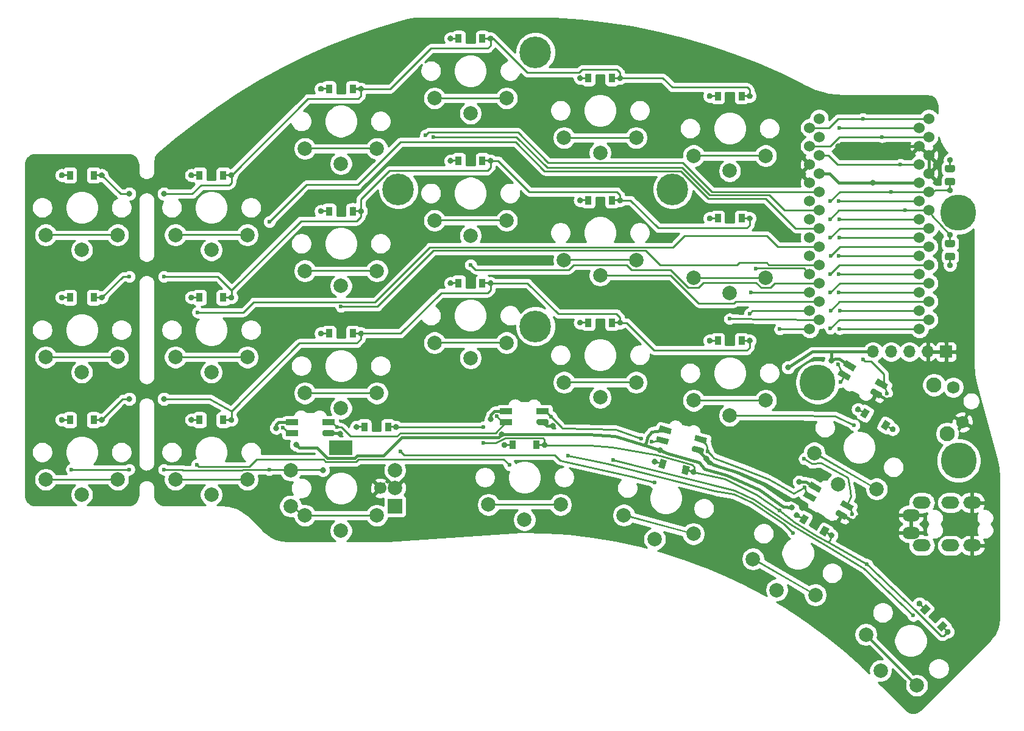
<source format=gbr>
%TF.GenerationSoftware,KiCad,Pcbnew,(5.1.10-1-10_14)*%
%TF.CreationDate,2021-09-20T15:17:19-07:00*%
%TF.ProjectId,redwood,72656477-6f6f-4642-9e6b-696361645f70,rev?*%
%TF.SameCoordinates,Original*%
%TF.FileFunction,Copper,L2,Bot*%
%TF.FilePolarity,Positive*%
%FSLAX46Y46*%
G04 Gerber Fmt 4.6, Leading zero omitted, Abs format (unit mm)*
G04 Created by KiCad (PCBNEW (5.1.10-1-10_14)) date 2021-09-20 15:17:19*
%MOMM*%
%LPD*%
G01*
G04 APERTURE LIST*
%TA.AperFunction,ComponentPad*%
%ADD10C,0.100000*%
%TD*%
%TA.AperFunction,SMDPad,CuDef*%
%ADD11R,0.900000X1.200000*%
%TD*%
%TA.AperFunction,ComponentPad*%
%ADD12C,0.800000*%
%TD*%
%TA.AperFunction,ConnectorPad*%
%ADD13C,0.100000*%
%TD*%
%TA.AperFunction,ComponentPad*%
%ADD14C,2.000000*%
%TD*%
%TA.AperFunction,WasherPad*%
%ADD15R,3.200000X2.000000*%
%TD*%
%TA.AperFunction,ComponentPad*%
%ADD16R,2.000000X2.000000*%
%TD*%
%TA.AperFunction,ComponentPad*%
%ADD17C,1.700000*%
%TD*%
%TA.AperFunction,SMDPad,CuDef*%
%ADD18C,0.100000*%
%TD*%
%TA.AperFunction,SMDPad,CuDef*%
%ADD19R,1.700000X0.820000*%
%TD*%
%TA.AperFunction,ComponentPad*%
%ADD20R,1.700000X1.700000*%
%TD*%
%TA.AperFunction,ComponentPad*%
%ADD21O,1.700000X1.700000*%
%TD*%
%TA.AperFunction,ComponentPad*%
%ADD22C,5.000000*%
%TD*%
%TA.AperFunction,ComponentPad*%
%ADD23C,1.524000*%
%TD*%
%TA.AperFunction,ComponentPad*%
%ADD24C,2.100000*%
%TD*%
%TA.AperFunction,ComponentPad*%
%ADD25C,1.750000*%
%TD*%
%TA.AperFunction,ComponentPad*%
%ADD26O,2.500000X1.700000*%
%TD*%
%TA.AperFunction,ComponentPad*%
%ADD27C,4.400000*%
%TD*%
%TA.AperFunction,ViaPad*%
%ADD28C,0.600000*%
%TD*%
%TA.AperFunction,ViaPad*%
%ADD29C,0.800000*%
%TD*%
%TA.AperFunction,Conductor*%
%ADD30C,0.254000*%
%TD*%
%TA.AperFunction,Conductor*%
%ADD31C,0.381000*%
%TD*%
%TA.AperFunction,Conductor*%
%ADD32C,0.100000*%
%TD*%
G04 APERTURE END LIST*
%TA.AperFunction,ComponentPad*%
D10*
%TO.P,D6,2*%
%TO.N,Net-(D6-Pad2)*%
G36*
X138208692Y-114604329D02*
G01*
X138247192Y-114611987D01*
X138284756Y-114623382D01*
X138321022Y-114638404D01*
X138355641Y-114656909D01*
X138388280Y-114678717D01*
X138418624Y-114703620D01*
X138446380Y-114731376D01*
X138471283Y-114761720D01*
X138493091Y-114794359D01*
X138511596Y-114828978D01*
X138526618Y-114865244D01*
X138528971Y-114873000D01*
X139250000Y-114873000D01*
X139251773Y-114873012D01*
X139264157Y-114873791D01*
X139276405Y-114875775D01*
X139288401Y-114878945D01*
X139300031Y-114883270D01*
X139311183Y-114888709D01*
X139321751Y-114895211D01*
X139331634Y-114902712D01*
X139340738Y-114911143D01*
X139348976Y-114920421D01*
X139356269Y-114930459D01*
X139362548Y-114941161D01*
X139367752Y-114952425D01*
X139371833Y-114964143D01*
X139374750Y-114976203D01*
X139376477Y-114988490D01*
X139376997Y-115000887D01*
X139376304Y-115013275D01*
X139374406Y-115025537D01*
X139371320Y-115037555D01*
X139367077Y-115049214D01*
X139361715Y-115060404D01*
X139355288Y-115071017D01*
X139347855Y-115080953D01*
X139339489Y-115090115D01*
X139330268Y-115098418D01*
X139320281Y-115105781D01*
X139309623Y-115112134D01*
X139298396Y-115117417D01*
X139286707Y-115121580D01*
X139274668Y-115124581D01*
X139262393Y-115126394D01*
X139250000Y-115127000D01*
X138528971Y-115127000D01*
X138526618Y-115134756D01*
X138511596Y-115171022D01*
X138493091Y-115205641D01*
X138471283Y-115238280D01*
X138446380Y-115268624D01*
X138418624Y-115296380D01*
X138388280Y-115321283D01*
X138355641Y-115343091D01*
X138321022Y-115361596D01*
X138284756Y-115376618D01*
X138247192Y-115388013D01*
X138208692Y-115395671D01*
X138169627Y-115399518D01*
X138130373Y-115399518D01*
X138091308Y-115395671D01*
X138052808Y-115388013D01*
X138015244Y-115376618D01*
X137978978Y-115361596D01*
X137944359Y-115343091D01*
X137911720Y-115321283D01*
X137881376Y-115296380D01*
X137853620Y-115268624D01*
X137828717Y-115238280D01*
X137806909Y-115205641D01*
X137788404Y-115171022D01*
X137773382Y-115134756D01*
X137761987Y-115097192D01*
X137754329Y-115058692D01*
X137750482Y-115019627D01*
X137750482Y-114980373D01*
X137754329Y-114941308D01*
X137761987Y-114902808D01*
X137773382Y-114865244D01*
X137788404Y-114828978D01*
X137806909Y-114794359D01*
X137828717Y-114761720D01*
X137853620Y-114731376D01*
X137881376Y-114703620D01*
X137911720Y-114678717D01*
X137944359Y-114656909D01*
X137978978Y-114638404D01*
X138015244Y-114623382D01*
X138052808Y-114611987D01*
X138091308Y-114604329D01*
X138130373Y-114600482D01*
X138169627Y-114600482D01*
X138208692Y-114604329D01*
G37*
%TD.AperFunction*%
D11*
X139250000Y-115000000D03*
%TA.AperFunction,ComponentPad*%
D10*
%TO.P,D6,1*%
%TO.N,row3*%
G36*
X143591308Y-115395671D02*
G01*
X143552808Y-115388013D01*
X143515244Y-115376618D01*
X143478978Y-115361596D01*
X143444359Y-115343091D01*
X143411720Y-115321283D01*
X143381376Y-115296380D01*
X143353620Y-115268624D01*
X143328717Y-115238280D01*
X143306909Y-115205641D01*
X143288404Y-115171022D01*
X143273382Y-115134756D01*
X143271029Y-115127000D01*
X142550000Y-115127000D01*
X142548227Y-115126988D01*
X142535843Y-115126209D01*
X142523595Y-115124225D01*
X142511599Y-115121055D01*
X142499969Y-115116730D01*
X142488817Y-115111291D01*
X142478249Y-115104789D01*
X142468366Y-115097288D01*
X142459262Y-115088857D01*
X142451024Y-115079579D01*
X142443731Y-115069541D01*
X142437452Y-115058839D01*
X142432248Y-115047575D01*
X142428167Y-115035857D01*
X142425250Y-115023797D01*
X142423523Y-115011510D01*
X142423003Y-114999113D01*
X142423696Y-114986725D01*
X142425594Y-114974463D01*
X142428680Y-114962445D01*
X142432923Y-114950786D01*
X142438285Y-114939596D01*
X142444712Y-114928983D01*
X142452145Y-114919047D01*
X142460511Y-114909885D01*
X142469732Y-114901582D01*
X142479719Y-114894219D01*
X142490377Y-114887866D01*
X142501604Y-114882583D01*
X142513293Y-114878420D01*
X142525332Y-114875419D01*
X142537607Y-114873606D01*
X142550000Y-114873000D01*
X143271029Y-114873000D01*
X143273382Y-114865244D01*
X143288404Y-114828978D01*
X143306909Y-114794359D01*
X143328717Y-114761720D01*
X143353620Y-114731376D01*
X143381376Y-114703620D01*
X143411720Y-114678717D01*
X143444359Y-114656909D01*
X143478978Y-114638404D01*
X143515244Y-114623382D01*
X143552808Y-114611987D01*
X143591308Y-114604329D01*
X143630373Y-114600482D01*
X143669627Y-114600482D01*
X143708692Y-114604329D01*
X143747192Y-114611987D01*
X143784756Y-114623382D01*
X143821022Y-114638404D01*
X143855641Y-114656909D01*
X143888280Y-114678717D01*
X143918624Y-114703620D01*
X143946380Y-114731376D01*
X143971283Y-114761720D01*
X143993091Y-114794359D01*
X144011596Y-114828978D01*
X144026618Y-114865244D01*
X144038013Y-114902808D01*
X144045671Y-114941308D01*
X144049518Y-114980373D01*
X144049518Y-115019627D01*
X144045671Y-115058692D01*
X144038013Y-115097192D01*
X144026618Y-115134756D01*
X144011596Y-115171022D01*
X143993091Y-115205641D01*
X143971283Y-115238280D01*
X143946380Y-115268624D01*
X143918624Y-115296380D01*
X143888280Y-115321283D01*
X143855641Y-115343091D01*
X143821022Y-115361596D01*
X143784756Y-115376618D01*
X143747192Y-115388013D01*
X143708692Y-115395671D01*
X143669627Y-115399518D01*
X143630373Y-115399518D01*
X143591308Y-115395671D01*
G37*
%TD.AperFunction*%
D11*
X142550000Y-115000000D03*
%TD*%
D12*
%TO.P,V1,1*%
%TO.N,GND*%
X121000000Y-123900000D03*
%TD*%
%TA.AperFunction,ConnectorPad*%
D13*
%TO.P,K20,S1*%
%TO.N,col0*%
G36*
X133441308Y-121395671D02*
G01*
X133402808Y-121388013D01*
X133365244Y-121376618D01*
X133328978Y-121361596D01*
X133294359Y-121343091D01*
X133261720Y-121321283D01*
X133231376Y-121296380D01*
X133203620Y-121268624D01*
X133178717Y-121238280D01*
X133156909Y-121205641D01*
X133138404Y-121171022D01*
X133123382Y-121134756D01*
X133121029Y-121127000D01*
X129000000Y-121127000D01*
X128998227Y-121126988D01*
X128985843Y-121126209D01*
X128973595Y-121124225D01*
X128961599Y-121121055D01*
X128949969Y-121116730D01*
X128938817Y-121111291D01*
X128928249Y-121104789D01*
X128918366Y-121097288D01*
X128909262Y-121088857D01*
X128901024Y-121079579D01*
X128893731Y-121069541D01*
X128887452Y-121058839D01*
X128882248Y-121047575D01*
X128878167Y-121035857D01*
X128875250Y-121023797D01*
X128873523Y-121011510D01*
X128873003Y-120999113D01*
X128873696Y-120986725D01*
X128875594Y-120974463D01*
X128878680Y-120962445D01*
X128882923Y-120950786D01*
X128888285Y-120939596D01*
X128894712Y-120928983D01*
X128902145Y-120919047D01*
X128910511Y-120909885D01*
X128919732Y-120901582D01*
X128929719Y-120894219D01*
X128940377Y-120887866D01*
X128951604Y-120882583D01*
X128963293Y-120878420D01*
X128975332Y-120875419D01*
X128987607Y-120873606D01*
X129000000Y-120873000D01*
X133121029Y-120873000D01*
X133123382Y-120865244D01*
X133138404Y-120828978D01*
X133156909Y-120794359D01*
X133178717Y-120761720D01*
X133203620Y-120731376D01*
X133231376Y-120703620D01*
X133261720Y-120678717D01*
X133294359Y-120656909D01*
X133328978Y-120638404D01*
X133365244Y-120623382D01*
X133402808Y-120611987D01*
X133441308Y-120604329D01*
X133480373Y-120600482D01*
X133519627Y-120600482D01*
X133558692Y-120604329D01*
X133597192Y-120611987D01*
X133634756Y-120623382D01*
X133671022Y-120638404D01*
X133705641Y-120656909D01*
X133738280Y-120678717D01*
X133768624Y-120703620D01*
X133796380Y-120731376D01*
X133821283Y-120761720D01*
X133843091Y-120794359D01*
X133861596Y-120828978D01*
X133876618Y-120865244D01*
X133888013Y-120902808D01*
X133895671Y-120941308D01*
X133899518Y-120980373D01*
X133899518Y-121019627D01*
X133895671Y-121058692D01*
X133888013Y-121097192D01*
X133876618Y-121134756D01*
X133861596Y-121171022D01*
X133843091Y-121205641D01*
X133821283Y-121238280D01*
X133796380Y-121268624D01*
X133768624Y-121296380D01*
X133738280Y-121321283D01*
X133705641Y-121343091D01*
X133671022Y-121361596D01*
X133634756Y-121376618D01*
X133597192Y-121388013D01*
X133558692Y-121395671D01*
X133519627Y-121399518D01*
X133480373Y-121399518D01*
X133441308Y-121395671D01*
G37*
%TD.AperFunction*%
D12*
X133500000Y-121000000D03*
%TA.AperFunction,ConnectorPad*%
D13*
%TO.P,K20,S2*%
%TO.N,Net-(D6-Pad2)*%
G36*
X130933971Y-127745129D02*
G01*
X130890659Y-127736514D01*
X130848400Y-127723695D01*
X130807600Y-127706795D01*
X130768654Y-127685978D01*
X130731935Y-127661443D01*
X130697798Y-127633428D01*
X130666572Y-127602202D01*
X130638557Y-127568065D01*
X130614022Y-127531346D01*
X130593205Y-127492400D01*
X130576305Y-127451600D01*
X130563486Y-127409341D01*
X130554871Y-127366029D01*
X130550542Y-127322080D01*
X130550542Y-127277920D01*
X130554871Y-127233971D01*
X130563486Y-127190659D01*
X130569294Y-127171512D01*
X128930787Y-126106482D01*
X128929307Y-126105506D01*
X128919348Y-126098104D01*
X128910160Y-126089765D01*
X128901829Y-126080570D01*
X128894435Y-126070605D01*
X128888049Y-126059967D01*
X128882732Y-126048756D01*
X128878534Y-126037081D01*
X128875495Y-126025050D01*
X128873645Y-126012782D01*
X128873000Y-126000391D01*
X128873568Y-125987996D01*
X128875344Y-125975716D01*
X128878308Y-125963667D01*
X128882435Y-125951965D01*
X128887683Y-125940722D01*
X128894004Y-125930044D01*
X128901336Y-125920036D01*
X128909610Y-125910789D01*
X128918747Y-125902394D01*
X128928659Y-125894931D01*
X128939253Y-125888471D01*
X128950425Y-125883076D01*
X128962073Y-125878796D01*
X128974080Y-125875673D01*
X128986337Y-125873737D01*
X128998723Y-125873006D01*
X129011121Y-125873488D01*
X129023414Y-125875177D01*
X129035483Y-125878057D01*
X129047213Y-125882102D01*
X129058492Y-125887272D01*
X129069214Y-125893518D01*
X130707640Y-126958495D01*
X130731935Y-126938557D01*
X130768654Y-126914022D01*
X130807600Y-126893205D01*
X130848400Y-126876305D01*
X130890659Y-126863486D01*
X130933971Y-126854871D01*
X130977920Y-126850542D01*
X131022080Y-126850542D01*
X131066029Y-126854871D01*
X131109341Y-126863486D01*
X131151600Y-126876305D01*
X131192400Y-126893205D01*
X131231346Y-126914022D01*
X131268065Y-126938557D01*
X131302202Y-126966572D01*
X131333428Y-126997798D01*
X131361443Y-127031935D01*
X131385978Y-127068654D01*
X131406795Y-127107600D01*
X131423695Y-127148400D01*
X131436514Y-127190659D01*
X131445129Y-127233971D01*
X131449458Y-127277920D01*
X131449458Y-127322080D01*
X131445129Y-127366029D01*
X131436514Y-127409341D01*
X131423695Y-127451600D01*
X131406795Y-127492400D01*
X131385978Y-127531346D01*
X131361443Y-127568065D01*
X131333428Y-127602202D01*
X131302202Y-127633428D01*
X131268065Y-127661443D01*
X131231346Y-127685978D01*
X131192400Y-127706795D01*
X131151600Y-127723695D01*
X131109341Y-127736514D01*
X131066029Y-127745129D01*
X131022080Y-127749458D01*
X130977920Y-127749458D01*
X130933971Y-127745129D01*
G37*
%TD.AperFunction*%
D14*
X129000000Y-126000000D03*
D15*
%TO.P,K20,*%
%TO.N,*%
X136000000Y-117900000D03*
D14*
%TO.P,K20,S1*%
%TO.N,col0*%
X129000000Y-121000000D03*
D16*
%TO.P,K20,A*%
%TO.N,enc_a*%
X143500000Y-126000000D03*
D14*
%TO.P,K20,B*%
%TO.N,enc_b*%
X143500000Y-121000000D03*
%TO.P,K20,C*%
%TO.N,GND*%
X143500000Y-123500000D03*
%TA.AperFunction,ConnectorPad*%
D13*
%TO.P,K20,S2*%
%TO.N,Net-(D6-Pad2)*%
G36*
X140933971Y-127745129D02*
G01*
X140890659Y-127736514D01*
X140848400Y-127723695D01*
X140807600Y-127706795D01*
X140768654Y-127685978D01*
X140731935Y-127661443D01*
X140697798Y-127633428D01*
X140666572Y-127602202D01*
X140638557Y-127568065D01*
X140614022Y-127531346D01*
X140593205Y-127492400D01*
X140576305Y-127451600D01*
X140568843Y-127427000D01*
X131000000Y-127427000D01*
X130998227Y-127426988D01*
X130985843Y-127426209D01*
X130973595Y-127424225D01*
X130961599Y-127421055D01*
X130949969Y-127416730D01*
X130938817Y-127411291D01*
X130928249Y-127404789D01*
X130918366Y-127397288D01*
X130909262Y-127388857D01*
X130901024Y-127379579D01*
X130893731Y-127369541D01*
X130887452Y-127358839D01*
X130882248Y-127347575D01*
X130878167Y-127335857D01*
X130875250Y-127323797D01*
X130873523Y-127311510D01*
X130873003Y-127299113D01*
X130873696Y-127286725D01*
X130875594Y-127274463D01*
X130878680Y-127262445D01*
X130882923Y-127250786D01*
X130888285Y-127239596D01*
X130894712Y-127228983D01*
X130902145Y-127219047D01*
X130910511Y-127209885D01*
X130919732Y-127201582D01*
X130929719Y-127194219D01*
X130940377Y-127187866D01*
X130951604Y-127182583D01*
X130963293Y-127178420D01*
X130975332Y-127175419D01*
X130987607Y-127173606D01*
X131000000Y-127173000D01*
X140568843Y-127173000D01*
X140576305Y-127148400D01*
X140593205Y-127107600D01*
X140614022Y-127068654D01*
X140638557Y-127031935D01*
X140666572Y-126997798D01*
X140697798Y-126966572D01*
X140731935Y-126938557D01*
X140768654Y-126914022D01*
X140807600Y-126893205D01*
X140848400Y-126876305D01*
X140890659Y-126863486D01*
X140933971Y-126854871D01*
X140977920Y-126850542D01*
X141022080Y-126850542D01*
X141066029Y-126854871D01*
X141109341Y-126863486D01*
X141151600Y-126876305D01*
X141192400Y-126893205D01*
X141231346Y-126914022D01*
X141268065Y-126938557D01*
X141302202Y-126966572D01*
X141333428Y-126997798D01*
X141361443Y-127031935D01*
X141385978Y-127068654D01*
X141406795Y-127107600D01*
X141423695Y-127148400D01*
X141436514Y-127190659D01*
X141445129Y-127233971D01*
X141449458Y-127277920D01*
X141449458Y-127322080D01*
X141445129Y-127366029D01*
X141436514Y-127409341D01*
X141423695Y-127451600D01*
X141406795Y-127492400D01*
X141385978Y-127531346D01*
X141361443Y-127568065D01*
X141333428Y-127602202D01*
X141302202Y-127633428D01*
X141268065Y-127661443D01*
X141231346Y-127685978D01*
X141192400Y-127706795D01*
X141151600Y-127723695D01*
X141109341Y-127736514D01*
X141066029Y-127745129D01*
X141022080Y-127749458D01*
X140977920Y-127749458D01*
X140933971Y-127745129D01*
G37*
%TD.AperFunction*%
D14*
X141000000Y-127300000D03*
X131000000Y-127300000D03*
%TO.P,K20,S1*%
%TO.N,col0*%
X136000000Y-129400000D03*
D17*
%TO.P,K20,C*%
%TO.N,GND*%
X141500000Y-123500000D03*
%TD*%
%TA.AperFunction,SMDPad,CuDef*%
D18*
%TO.P,K24,2*%
%TO.N,row3*%
G36*
X220231516Y-142569928D02*
G01*
X219382988Y-143418456D01*
X218746592Y-142782060D01*
X219595120Y-141933532D01*
X220231516Y-142569928D01*
G37*
%TD.AperFunction*%
%TA.AperFunction,ComponentPad*%
D10*
G36*
X220609368Y-143236745D02*
G01*
X220631177Y-143269383D01*
X220649681Y-143304003D01*
X220664703Y-143340269D01*
X220676097Y-143377833D01*
X220683756Y-143416333D01*
X220687603Y-143455399D01*
X220687603Y-143494651D01*
X220683756Y-143533717D01*
X220676097Y-143572217D01*
X220664703Y-143609781D01*
X220649681Y-143646047D01*
X220631177Y-143680667D01*
X220609368Y-143713305D01*
X220584465Y-143743649D01*
X220556709Y-143771405D01*
X220526365Y-143796308D01*
X220493727Y-143818117D01*
X220459107Y-143836621D01*
X220422841Y-143851643D01*
X220385277Y-143863037D01*
X220346777Y-143870696D01*
X220307711Y-143874543D01*
X220268459Y-143874543D01*
X220229393Y-143870696D01*
X220190893Y-143863037D01*
X220153329Y-143851643D01*
X220117063Y-143836621D01*
X220082443Y-143818117D01*
X220049805Y-143796308D01*
X220019461Y-143771405D01*
X219991705Y-143743649D01*
X219966802Y-143713305D01*
X219944993Y-143680667D01*
X219926489Y-143646047D01*
X219911467Y-143609781D01*
X219900073Y-143572217D01*
X219892414Y-143533717D01*
X219888567Y-143494651D01*
X219888567Y-143455399D01*
X219892414Y-143416333D01*
X219900073Y-143377833D01*
X219911467Y-143340269D01*
X219926489Y-143304003D01*
X219930309Y-143296855D01*
X219399252Y-142765797D01*
X219398007Y-142764535D01*
X219389801Y-142755227D01*
X219382543Y-142745164D01*
X219376302Y-142734440D01*
X219371137Y-142723158D01*
X219367097Y-142711426D01*
X219364222Y-142699356D01*
X219362537Y-142687063D01*
X219362061Y-142674664D01*
X219362797Y-142662279D01*
X219364738Y-142650024D01*
X219367865Y-142638016D01*
X219372150Y-142626372D01*
X219377551Y-142615200D01*
X219384016Y-142604610D01*
X219391483Y-142594700D01*
X219399881Y-142585567D01*
X219409131Y-142577297D01*
X219419143Y-142569969D01*
X219429824Y-142563653D01*
X219441068Y-142558409D01*
X219452772Y-142554288D01*
X219464821Y-142551328D01*
X219477103Y-142549558D01*
X219489497Y-142548995D01*
X219501888Y-142549644D01*
X219514157Y-142551500D01*
X219526185Y-142554544D01*
X219537860Y-142558747D01*
X219549069Y-142564069D01*
X219559703Y-142570459D01*
X219569665Y-142577857D01*
X219578857Y-142586192D01*
X220109915Y-143117249D01*
X220117063Y-143113429D01*
X220153329Y-143098407D01*
X220190893Y-143087013D01*
X220229393Y-143079354D01*
X220268459Y-143075507D01*
X220307711Y-143075507D01*
X220346777Y-143079354D01*
X220385277Y-143087013D01*
X220422841Y-143098407D01*
X220459107Y-143113429D01*
X220493727Y-143131933D01*
X220526365Y-143153742D01*
X220556709Y-143178645D01*
X220584465Y-143206401D01*
X220609368Y-143236745D01*
G37*
%TD.AperFunction*%
%TA.AperFunction,ConnectorPad*%
D13*
%TO.P,K24,3*%
%TO.N,N/C*%
G36*
X215627433Y-151181852D02*
G01*
X215602898Y-151145134D01*
X215582081Y-151106188D01*
X215565181Y-151065388D01*
X215552362Y-151023129D01*
X215543747Y-150979816D01*
X215539418Y-150935868D01*
X215539418Y-150891708D01*
X215543747Y-150847760D01*
X215552362Y-150804447D01*
X215565181Y-150762188D01*
X215582081Y-150721388D01*
X215594199Y-150698717D01*
X208828006Y-143932523D01*
X208826760Y-143931261D01*
X208818554Y-143921953D01*
X208811297Y-143911889D01*
X208805056Y-143901165D01*
X208799890Y-143889884D01*
X208795851Y-143878152D01*
X208792976Y-143866082D01*
X208791291Y-143853789D01*
X208790815Y-143841390D01*
X208791551Y-143829004D01*
X208793492Y-143816750D01*
X208796619Y-143804742D01*
X208800904Y-143793098D01*
X208806305Y-143781926D01*
X208812770Y-143771336D01*
X208820237Y-143761426D01*
X208828635Y-143752293D01*
X208837885Y-143744023D01*
X208847897Y-143736694D01*
X208858577Y-143730379D01*
X208869822Y-143725135D01*
X208881526Y-143721014D01*
X208893575Y-143718054D01*
X208905857Y-143716284D01*
X208918251Y-143715721D01*
X208930642Y-143716370D01*
X208942910Y-143718226D01*
X208954939Y-143721270D01*
X208966613Y-143725473D01*
X208977822Y-143730794D01*
X208988457Y-143737185D01*
X208998419Y-143744583D01*
X209007611Y-143752918D01*
X215773805Y-150519111D01*
X215796476Y-150506993D01*
X215837276Y-150490093D01*
X215879535Y-150477274D01*
X215922848Y-150468659D01*
X215966796Y-150464330D01*
X216010956Y-150464330D01*
X216054904Y-150468659D01*
X216098217Y-150477274D01*
X216140476Y-150490093D01*
X216181276Y-150506993D01*
X216220222Y-150527810D01*
X216256940Y-150552345D01*
X216291078Y-150580360D01*
X216322304Y-150611586D01*
X216350319Y-150645724D01*
X216374854Y-150682442D01*
X216395671Y-150721388D01*
X216412571Y-150762188D01*
X216425390Y-150804447D01*
X216434005Y-150847760D01*
X216438334Y-150891708D01*
X216438334Y-150935868D01*
X216434005Y-150979816D01*
X216425390Y-151023129D01*
X216412571Y-151065388D01*
X216395671Y-151106188D01*
X216374854Y-151145134D01*
X216350319Y-151181852D01*
X216322304Y-151215990D01*
X216291078Y-151247216D01*
X216256940Y-151275231D01*
X216220222Y-151299766D01*
X216181276Y-151320583D01*
X216140476Y-151337483D01*
X216098217Y-151350302D01*
X216054904Y-151358917D01*
X216010956Y-151363246D01*
X215966796Y-151363246D01*
X215922848Y-151358917D01*
X215879535Y-151350302D01*
X215837276Y-151337483D01*
X215796476Y-151320583D01*
X215757530Y-151299766D01*
X215720812Y-151275231D01*
X215686674Y-151247216D01*
X215655448Y-151215990D01*
X215627433Y-151181852D01*
G37*
%TD.AperFunction*%
%TA.AperFunction,ComponentPad*%
D10*
G36*
X216035288Y-139781791D02*
G01*
X216013479Y-139749153D01*
X215994975Y-139714533D01*
X215979953Y-139678267D01*
X215968559Y-139640703D01*
X215960900Y-139602203D01*
X215957053Y-139563137D01*
X215957053Y-139523885D01*
X215960900Y-139484819D01*
X215968559Y-139446319D01*
X215979953Y-139408755D01*
X215994975Y-139372489D01*
X216013479Y-139337869D01*
X216035288Y-139305231D01*
X216060191Y-139274887D01*
X216087947Y-139247131D01*
X216118291Y-139222228D01*
X216150929Y-139200419D01*
X216185549Y-139181915D01*
X216221815Y-139166893D01*
X216259379Y-139155499D01*
X216297879Y-139147840D01*
X216336945Y-139143993D01*
X216376197Y-139143993D01*
X216415263Y-139147840D01*
X216453763Y-139155499D01*
X216491327Y-139166893D01*
X216527593Y-139181915D01*
X216562213Y-139200419D01*
X216594851Y-139222228D01*
X216625195Y-139247131D01*
X216652951Y-139274887D01*
X216677854Y-139305231D01*
X216699663Y-139337869D01*
X216718167Y-139372489D01*
X216733189Y-139408755D01*
X216744583Y-139446319D01*
X216752242Y-139484819D01*
X216756089Y-139523885D01*
X216756089Y-139563137D01*
X216752242Y-139602203D01*
X216744583Y-139640703D01*
X216733189Y-139678267D01*
X216718167Y-139714533D01*
X216714347Y-139721681D01*
X217245404Y-140252739D01*
X217246649Y-140254001D01*
X217254855Y-140263309D01*
X217262113Y-140273372D01*
X217268354Y-140284096D01*
X217273519Y-140295378D01*
X217277559Y-140307110D01*
X217280434Y-140319180D01*
X217282119Y-140331473D01*
X217282595Y-140343872D01*
X217281859Y-140356257D01*
X217279918Y-140368512D01*
X217276791Y-140380520D01*
X217272506Y-140392164D01*
X217267105Y-140403336D01*
X217260640Y-140413926D01*
X217253173Y-140423836D01*
X217244775Y-140432969D01*
X217235525Y-140441239D01*
X217225513Y-140448567D01*
X217214832Y-140454883D01*
X217203588Y-140460127D01*
X217191884Y-140464248D01*
X217179835Y-140467208D01*
X217167553Y-140468978D01*
X217155159Y-140469541D01*
X217142768Y-140468892D01*
X217130499Y-140467036D01*
X217118471Y-140463992D01*
X217106796Y-140459789D01*
X217095587Y-140454467D01*
X217084953Y-140448077D01*
X217074991Y-140440679D01*
X217065799Y-140432344D01*
X216534741Y-139901287D01*
X216527593Y-139905107D01*
X216491327Y-139920129D01*
X216453763Y-139931523D01*
X216415263Y-139939182D01*
X216376197Y-139943029D01*
X216336945Y-139943029D01*
X216297879Y-139939182D01*
X216259379Y-139931523D01*
X216221815Y-139920129D01*
X216185549Y-139905107D01*
X216150929Y-139886603D01*
X216118291Y-139864794D01*
X216087947Y-139839891D01*
X216060191Y-139812135D01*
X216035288Y-139781791D01*
G37*
%TD.AperFunction*%
%TA.AperFunction,SMDPad,CuDef*%
D18*
G36*
X217898064Y-140236476D02*
G01*
X217049536Y-141085004D01*
X216413140Y-140448608D01*
X217261668Y-139600080D01*
X217898064Y-140236476D01*
G37*
%TD.AperFunction*%
D14*
X215988876Y-150913788D03*
X208917808Y-143842720D03*
%TO.P,K24,1*%
%TO.N,col4*%
X210968417Y-148863179D03*
%TD*%
%TA.AperFunction,SMDPad,CuDef*%
D18*
%TO.P,K23,2*%
%TO.N,row3*%
G36*
X203846929Y-129183191D02*
G01*
X203246929Y-130222421D01*
X202467507Y-129772421D01*
X203067507Y-128733191D01*
X203846929Y-129183191D01*
G37*
%TD.AperFunction*%
%TA.AperFunction,ComponentPad*%
D10*
G36*
X204384491Y-129729491D02*
G01*
X204414004Y-129755373D01*
X204440838Y-129784023D01*
X204464734Y-129815166D01*
X204485463Y-129848501D01*
X204502825Y-129883707D01*
X204516652Y-129920445D01*
X204526812Y-129958361D01*
X204533206Y-129997091D01*
X204535773Y-130036261D01*
X204534489Y-130075495D01*
X204529366Y-130114413D01*
X204520452Y-130152642D01*
X204507834Y-130189813D01*
X204491633Y-130225568D01*
X204472006Y-130259562D01*
X204449142Y-130291470D01*
X204423260Y-130320983D01*
X204394610Y-130347817D01*
X204363467Y-130371713D01*
X204330132Y-130392442D01*
X204294926Y-130409804D01*
X204258188Y-130423631D01*
X204220272Y-130433791D01*
X204181542Y-130440185D01*
X204142372Y-130442752D01*
X204103138Y-130441468D01*
X204064220Y-130436345D01*
X204025991Y-130427431D01*
X203988820Y-130414813D01*
X203953065Y-130398612D01*
X203919071Y-130378985D01*
X203887163Y-130356121D01*
X203857650Y-130330239D01*
X203830816Y-130301589D01*
X203806920Y-130270446D01*
X203786191Y-130237111D01*
X203768829Y-130201905D01*
X203755002Y-130165167D01*
X203744842Y-130127251D01*
X203738448Y-130088521D01*
X203735881Y-130049351D01*
X203737165Y-130010117D01*
X203742288Y-129971199D01*
X203744128Y-129963306D01*
X203093718Y-129587791D01*
X203092189Y-129586894D01*
X203081853Y-129580028D01*
X203072238Y-129572186D01*
X203063435Y-129563442D01*
X203055525Y-129553882D01*
X203048587Y-129543595D01*
X203042686Y-129532680D01*
X203037877Y-129521243D01*
X203034208Y-129509389D01*
X203031713Y-129497235D01*
X203030416Y-129484896D01*
X203030329Y-129472488D01*
X203031455Y-129460131D01*
X203033779Y-129447943D01*
X203037283Y-129436040D01*
X203041931Y-129424535D01*
X203047679Y-129413539D01*
X203054473Y-129403158D01*
X203062248Y-129393487D01*
X203070930Y-129384622D01*
X203080434Y-129376647D01*
X203090672Y-129369637D01*
X203101545Y-129363659D01*
X203112950Y-129358771D01*
X203124776Y-129355020D01*
X203136913Y-129352440D01*
X203149244Y-129351056D01*
X203161650Y-129350884D01*
X203174015Y-129351922D01*
X203186219Y-129354161D01*
X203198146Y-129357582D01*
X203209683Y-129362149D01*
X203220718Y-129367821D01*
X203871128Y-129743335D01*
X203877044Y-129737795D01*
X203908187Y-129713899D01*
X203941522Y-129693170D01*
X203976728Y-129675808D01*
X204013466Y-129661981D01*
X204051382Y-129651821D01*
X204090112Y-129645427D01*
X204129282Y-129642860D01*
X204168516Y-129644144D01*
X204207434Y-129649267D01*
X204245663Y-129658181D01*
X204282834Y-129670799D01*
X204318589Y-129687000D01*
X204352583Y-129706627D01*
X204384491Y-129729491D01*
G37*
%TD.AperFunction*%
%TA.AperFunction,ConnectorPad*%
D13*
%TO.P,K23,3*%
%TO.N,N/C*%
G36*
X201628656Y-138693296D02*
G01*
X201595454Y-138664179D01*
X201565266Y-138631948D01*
X201538382Y-138596912D01*
X201515062Y-138559411D01*
X201495530Y-138519803D01*
X201479974Y-138478473D01*
X201468545Y-138435818D01*
X201461352Y-138392247D01*
X201458463Y-138348180D01*
X201459908Y-138304043D01*
X201465672Y-138260259D01*
X201471510Y-138235224D01*
X193184649Y-133450802D01*
X193183119Y-133449905D01*
X193172784Y-133443039D01*
X193163169Y-133435197D01*
X193154365Y-133426453D01*
X193146456Y-133416893D01*
X193139517Y-133406606D01*
X193133616Y-133395691D01*
X193128808Y-133384254D01*
X193125139Y-133372400D01*
X193122644Y-133360246D01*
X193121347Y-133347907D01*
X193121260Y-133335499D01*
X193122385Y-133323142D01*
X193124710Y-133310954D01*
X193128214Y-133299051D01*
X193132862Y-133287546D01*
X193138610Y-133276550D01*
X193145404Y-133266169D01*
X193153179Y-133256498D01*
X193161860Y-133247633D01*
X193171364Y-133239658D01*
X193181603Y-133232648D01*
X193192475Y-133226670D01*
X193203881Y-133221782D01*
X193215707Y-133218031D01*
X193227844Y-133215451D01*
X193240174Y-133214067D01*
X193252581Y-133213895D01*
X193264945Y-133214933D01*
X193277150Y-133217172D01*
X193289076Y-133220593D01*
X193300613Y-133225160D01*
X193311649Y-133230832D01*
X201598510Y-138015253D01*
X201617272Y-137997680D01*
X201652308Y-137970796D01*
X201689809Y-137947476D01*
X201729417Y-137927944D01*
X201770747Y-137912388D01*
X201813402Y-137900959D01*
X201856973Y-137893766D01*
X201901040Y-137890877D01*
X201945177Y-137892322D01*
X201988961Y-137898086D01*
X202031968Y-137908114D01*
X202073785Y-137922309D01*
X202114010Y-137940535D01*
X202152254Y-137962615D01*
X202188150Y-137988338D01*
X202221352Y-138017455D01*
X202251540Y-138049686D01*
X202278424Y-138084722D01*
X202301744Y-138122223D01*
X202321276Y-138161831D01*
X202336832Y-138203161D01*
X202348261Y-138245816D01*
X202355454Y-138289387D01*
X202358343Y-138333454D01*
X202356898Y-138377591D01*
X202351134Y-138421375D01*
X202341106Y-138464382D01*
X202326911Y-138506199D01*
X202308685Y-138546424D01*
X202286605Y-138584668D01*
X202260882Y-138620564D01*
X202231765Y-138653766D01*
X202199534Y-138683954D01*
X202164498Y-138710838D01*
X202126997Y-138734158D01*
X202087389Y-138753690D01*
X202046059Y-138769246D01*
X202003404Y-138780675D01*
X201959833Y-138787868D01*
X201915766Y-138790757D01*
X201871629Y-138789312D01*
X201827845Y-138783548D01*
X201784838Y-138773520D01*
X201743021Y-138759325D01*
X201702796Y-138741099D01*
X201664552Y-138719019D01*
X201628656Y-138693296D01*
G37*
%TD.AperFunction*%
%TA.AperFunction,ComponentPad*%
D10*
G36*
X199072061Y-127576121D02*
G01*
X199042548Y-127550239D01*
X199015714Y-127521589D01*
X198991818Y-127490446D01*
X198971089Y-127457111D01*
X198953727Y-127421905D01*
X198939900Y-127385167D01*
X198929740Y-127347251D01*
X198923346Y-127308521D01*
X198920779Y-127269351D01*
X198922063Y-127230117D01*
X198927186Y-127191199D01*
X198936100Y-127152970D01*
X198948718Y-127115799D01*
X198964919Y-127080044D01*
X198984546Y-127046050D01*
X199007410Y-127014142D01*
X199033292Y-126984629D01*
X199061942Y-126957795D01*
X199093085Y-126933899D01*
X199126420Y-126913170D01*
X199161626Y-126895808D01*
X199198364Y-126881981D01*
X199236280Y-126871821D01*
X199275010Y-126865427D01*
X199314180Y-126862860D01*
X199353414Y-126864144D01*
X199392332Y-126869267D01*
X199430561Y-126878181D01*
X199467732Y-126890799D01*
X199503487Y-126907000D01*
X199537481Y-126926627D01*
X199569389Y-126949491D01*
X199598902Y-126975373D01*
X199625736Y-127004023D01*
X199649632Y-127035166D01*
X199670361Y-127068501D01*
X199687723Y-127103707D01*
X199701550Y-127140445D01*
X199711710Y-127178361D01*
X199718104Y-127217091D01*
X199720671Y-127256261D01*
X199719387Y-127295495D01*
X199714264Y-127334413D01*
X199712424Y-127342306D01*
X200362834Y-127717821D01*
X200364363Y-127718718D01*
X200374699Y-127725584D01*
X200384314Y-127733426D01*
X200393117Y-127742170D01*
X200401027Y-127751730D01*
X200407965Y-127762017D01*
X200413866Y-127772932D01*
X200418675Y-127784369D01*
X200422344Y-127796223D01*
X200424839Y-127808377D01*
X200426136Y-127820716D01*
X200426223Y-127833124D01*
X200425097Y-127845481D01*
X200422773Y-127857669D01*
X200419269Y-127869572D01*
X200414621Y-127881077D01*
X200408873Y-127892073D01*
X200402079Y-127902454D01*
X200394304Y-127912125D01*
X200385622Y-127920990D01*
X200376118Y-127928965D01*
X200365880Y-127935975D01*
X200355007Y-127941953D01*
X200343602Y-127946841D01*
X200331776Y-127950592D01*
X200319639Y-127953172D01*
X200307308Y-127954556D01*
X200294902Y-127954728D01*
X200282537Y-127953690D01*
X200270333Y-127951451D01*
X200258406Y-127948030D01*
X200246869Y-127943463D01*
X200235834Y-127937791D01*
X199585424Y-127562277D01*
X199579508Y-127567817D01*
X199548365Y-127591713D01*
X199515030Y-127612442D01*
X199479824Y-127629804D01*
X199443086Y-127643631D01*
X199405170Y-127653791D01*
X199366440Y-127660185D01*
X199327270Y-127662752D01*
X199288036Y-127661468D01*
X199249118Y-127656345D01*
X199210889Y-127647431D01*
X199173718Y-127634813D01*
X199137963Y-127618612D01*
X199103969Y-127598985D01*
X199072061Y-127576121D01*
G37*
%TD.AperFunction*%
%TA.AperFunction,SMDPad,CuDef*%
D18*
G36*
X200989045Y-127533191D02*
G01*
X200389045Y-128572421D01*
X199609623Y-128122421D01*
X200209623Y-127083191D01*
X200989045Y-127533191D01*
G37*
%TD.AperFunction*%
D14*
X201908403Y-138340817D03*
X193248149Y-133340817D03*
%TO.P,K23,1*%
%TO.N,col3*%
X196528276Y-137659470D03*
%TD*%
%TA.AperFunction,SMDPad,CuDef*%
D18*
%TO.P,K22,2*%
%TO.N,row3*%
G36*
X184458422Y-120503964D02*
G01*
X184147839Y-121663075D01*
X183278506Y-121430138D01*
X183589089Y-120271027D01*
X184458422Y-120503964D01*
G37*
%TD.AperFunction*%
%TA.AperFunction,ComponentPad*%
D10*
G36*
X185119059Y-120892519D02*
G01*
X185154265Y-120909880D01*
X185187600Y-120930609D01*
X185218742Y-120954506D01*
X185247392Y-120981340D01*
X185273275Y-121010853D01*
X185296140Y-121042761D01*
X185315766Y-121076755D01*
X185331967Y-121112510D01*
X185344584Y-121149682D01*
X185353499Y-121187910D01*
X185358622Y-121226829D01*
X185359907Y-121266062D01*
X185357339Y-121305232D01*
X185350945Y-121343962D01*
X185340785Y-121381878D01*
X185326958Y-121418616D01*
X185309597Y-121453822D01*
X185288868Y-121487157D01*
X185264971Y-121518299D01*
X185238137Y-121546949D01*
X185208624Y-121572832D01*
X185176716Y-121595697D01*
X185142722Y-121615323D01*
X185106967Y-121631524D01*
X185069795Y-121644141D01*
X185031567Y-121653056D01*
X184992648Y-121658179D01*
X184953415Y-121659464D01*
X184914245Y-121656896D01*
X184875515Y-121650502D01*
X184837599Y-121640342D01*
X184800861Y-121626515D01*
X184765655Y-121609154D01*
X184732320Y-121588425D01*
X184701178Y-121564528D01*
X184672528Y-121537694D01*
X184646645Y-121508181D01*
X184623780Y-121476273D01*
X184604154Y-121442279D01*
X184587953Y-121406524D01*
X184575336Y-121369352D01*
X184566421Y-121331124D01*
X184561298Y-121292205D01*
X184561032Y-121284105D01*
X183835594Y-121089724D01*
X183833884Y-121089254D01*
X183822124Y-121085296D01*
X183810807Y-121080209D01*
X183800040Y-121074043D01*
X183789926Y-121066855D01*
X183780561Y-121058715D01*
X183772036Y-121049699D01*
X183764431Y-121039896D01*
X183757820Y-121029396D01*
X183752264Y-121018302D01*
X183747817Y-121006718D01*
X183744522Y-120994756D01*
X183742411Y-120982529D01*
X183741502Y-120970154D01*
X183741805Y-120957750D01*
X183743317Y-120945435D01*
X183746024Y-120933325D01*
X183749899Y-120921539D01*
X183754906Y-120910186D01*
X183760998Y-120899376D01*
X183768114Y-120889213D01*
X183776189Y-120879792D01*
X183785144Y-120871204D01*
X183794895Y-120863530D01*
X183805348Y-120856846D01*
X183816403Y-120851212D01*
X183827956Y-120846685D01*
X183839895Y-120843307D01*
X183852107Y-120841110D01*
X183864475Y-120840114D01*
X183876880Y-120840331D01*
X183889206Y-120841757D01*
X183901334Y-120844379D01*
X184626772Y-121038760D01*
X184631052Y-121031877D01*
X184654949Y-121000735D01*
X184681783Y-120972085D01*
X184711296Y-120946202D01*
X184743204Y-120923337D01*
X184777198Y-120903711D01*
X184812953Y-120887510D01*
X184850125Y-120874893D01*
X184888353Y-120865978D01*
X184927272Y-120860855D01*
X184966505Y-120859570D01*
X185005675Y-120862138D01*
X185044405Y-120868532D01*
X185082321Y-120878692D01*
X185119059Y-120892519D01*
G37*
%TD.AperFunction*%
%TA.AperFunction,ConnectorPad*%
D13*
%TO.P,K22,3*%
%TO.N,N/C*%
G36*
X184777130Y-130264152D02*
G01*
X184737524Y-130244621D01*
X184700022Y-130221301D01*
X184664987Y-130194417D01*
X184632755Y-130164229D01*
X184603638Y-130131027D01*
X184577915Y-130095131D01*
X184555835Y-130056887D01*
X184537610Y-130016663D01*
X184523414Y-129974845D01*
X184513386Y-129931838D01*
X184507622Y-129888054D01*
X184506781Y-129862361D01*
X175263989Y-127385762D01*
X175262279Y-127385292D01*
X175250519Y-127381334D01*
X175239202Y-127376248D01*
X175228435Y-127370081D01*
X175218321Y-127362893D01*
X175208956Y-127354753D01*
X175200431Y-127345737D01*
X175192826Y-127335934D01*
X175186215Y-127325434D01*
X175180659Y-127314340D01*
X175176212Y-127302757D01*
X175172917Y-127290794D01*
X175170806Y-127278567D01*
X175169897Y-127266192D01*
X175170200Y-127253788D01*
X175171712Y-127241473D01*
X175174419Y-127229364D01*
X175178294Y-127217577D01*
X175183301Y-127206224D01*
X175189393Y-127195414D01*
X175196509Y-127185251D01*
X175204584Y-127175830D01*
X175213539Y-127167242D01*
X175223290Y-127159568D01*
X175233742Y-127152884D01*
X175244798Y-127147250D01*
X175256351Y-127142723D01*
X175268290Y-127139345D01*
X175280502Y-127137148D01*
X175292870Y-127136152D01*
X175305275Y-127136369D01*
X175317601Y-127137795D01*
X175329729Y-127140417D01*
X184572521Y-129617016D01*
X184586096Y-129595185D01*
X184612980Y-129560150D01*
X184643168Y-129527918D01*
X184676370Y-129498801D01*
X184712266Y-129473078D01*
X184750510Y-129450998D01*
X184790734Y-129432773D01*
X184832552Y-129418577D01*
X184875559Y-129408549D01*
X184919343Y-129402785D01*
X184963480Y-129401340D01*
X185007546Y-129404229D01*
X185051118Y-129411422D01*
X185093773Y-129422852D01*
X185135104Y-129438408D01*
X185174710Y-129457939D01*
X185212212Y-129481259D01*
X185247247Y-129508143D01*
X185279479Y-129538331D01*
X185308596Y-129571533D01*
X185334319Y-129607429D01*
X185356399Y-129645673D01*
X185374624Y-129685897D01*
X185388820Y-129727715D01*
X185398848Y-129770722D01*
X185404612Y-129814506D01*
X185406057Y-129858643D01*
X185403168Y-129902709D01*
X185395975Y-129946281D01*
X185384545Y-129988936D01*
X185368989Y-130030267D01*
X185349458Y-130069873D01*
X185326138Y-130107375D01*
X185299254Y-130142410D01*
X185269066Y-130174642D01*
X185235864Y-130203759D01*
X185199968Y-130229482D01*
X185161724Y-130251562D01*
X185121500Y-130269787D01*
X185079682Y-130283983D01*
X185036675Y-130294011D01*
X184992891Y-130299775D01*
X184948754Y-130301220D01*
X184904688Y-130298331D01*
X184861116Y-130291138D01*
X184818461Y-130279708D01*
X184777130Y-130264152D01*
G37*
%TD.AperFunction*%
%TA.AperFunction,ComponentPad*%
D10*
G36*
X179430313Y-120187481D02*
G01*
X179395107Y-120170120D01*
X179361772Y-120149391D01*
X179330630Y-120125494D01*
X179301980Y-120098660D01*
X179276097Y-120069147D01*
X179253232Y-120037239D01*
X179233606Y-120003245D01*
X179217405Y-119967490D01*
X179204788Y-119930318D01*
X179195873Y-119892090D01*
X179190750Y-119853171D01*
X179189465Y-119813938D01*
X179192033Y-119774768D01*
X179198427Y-119736038D01*
X179208587Y-119698122D01*
X179222414Y-119661384D01*
X179239775Y-119626178D01*
X179260504Y-119592843D01*
X179284401Y-119561701D01*
X179311235Y-119533051D01*
X179340748Y-119507168D01*
X179372656Y-119484303D01*
X179406650Y-119464677D01*
X179442405Y-119448476D01*
X179479577Y-119435859D01*
X179517805Y-119426944D01*
X179556724Y-119421821D01*
X179595957Y-119420536D01*
X179635127Y-119423104D01*
X179673857Y-119429498D01*
X179711773Y-119439658D01*
X179748511Y-119453485D01*
X179783717Y-119470846D01*
X179817052Y-119491575D01*
X179848194Y-119515472D01*
X179876844Y-119542306D01*
X179902727Y-119571819D01*
X179925592Y-119603727D01*
X179945218Y-119637721D01*
X179961419Y-119673476D01*
X179974036Y-119710648D01*
X179982951Y-119748876D01*
X179988074Y-119787795D01*
X179988340Y-119795895D01*
X180713778Y-119990276D01*
X180715488Y-119990746D01*
X180727248Y-119994704D01*
X180738565Y-119999791D01*
X180749332Y-120005957D01*
X180759446Y-120013145D01*
X180768811Y-120021285D01*
X180777336Y-120030301D01*
X180784941Y-120040104D01*
X180791552Y-120050604D01*
X180797108Y-120061698D01*
X180801555Y-120073282D01*
X180804850Y-120085244D01*
X180806961Y-120097471D01*
X180807870Y-120109846D01*
X180807567Y-120122250D01*
X180806055Y-120134565D01*
X180803348Y-120146675D01*
X180799473Y-120158461D01*
X180794466Y-120169814D01*
X180788374Y-120180624D01*
X180781258Y-120190787D01*
X180773183Y-120200208D01*
X180764228Y-120208796D01*
X180754477Y-120216470D01*
X180744024Y-120223154D01*
X180732969Y-120228788D01*
X180721416Y-120233315D01*
X180709477Y-120236693D01*
X180697265Y-120238890D01*
X180684897Y-120239886D01*
X180672492Y-120239669D01*
X180660166Y-120238243D01*
X180648038Y-120235621D01*
X179922600Y-120041240D01*
X179918320Y-120048123D01*
X179894423Y-120079265D01*
X179867589Y-120107915D01*
X179838076Y-120133798D01*
X179806168Y-120156663D01*
X179772174Y-120176289D01*
X179736419Y-120192490D01*
X179699247Y-120205107D01*
X179661019Y-120214022D01*
X179622100Y-120219145D01*
X179582867Y-120220430D01*
X179543697Y-120217862D01*
X179504967Y-120211468D01*
X179467051Y-120201308D01*
X179430313Y-120187481D01*
G37*
%TD.AperFunction*%
%TA.AperFunction,SMDPad,CuDef*%
D18*
G36*
X181270866Y-119649862D02*
G01*
X180960283Y-120808973D01*
X180090950Y-120576036D01*
X180401533Y-119416925D01*
X181270866Y-119649862D01*
G37*
%TD.AperFunction*%
D14*
X184956117Y-129851280D03*
X175296859Y-127263089D03*
%TO.P,K22,1*%
%TO.N,col2*%
X179582968Y-130585629D03*
%TD*%
D11*
%TO.P,K21,2*%
%TO.N,row3*%
X163150000Y-117500000D03*
%TA.AperFunction,ComponentPad*%
D10*
G36*
X164338692Y-117104329D02*
G01*
X164377192Y-117111987D01*
X164414756Y-117123382D01*
X164451022Y-117138404D01*
X164485641Y-117156909D01*
X164518280Y-117178717D01*
X164548624Y-117203620D01*
X164576380Y-117231376D01*
X164601283Y-117261720D01*
X164623091Y-117294359D01*
X164641596Y-117328978D01*
X164656618Y-117365244D01*
X164668013Y-117402808D01*
X164675671Y-117441308D01*
X164679518Y-117480373D01*
X164679518Y-117519627D01*
X164675671Y-117558692D01*
X164668013Y-117597192D01*
X164656618Y-117634756D01*
X164641596Y-117671022D01*
X164623091Y-117705641D01*
X164601283Y-117738280D01*
X164576380Y-117768624D01*
X164548624Y-117796380D01*
X164518280Y-117821283D01*
X164485641Y-117843091D01*
X164451022Y-117861596D01*
X164414756Y-117876618D01*
X164377192Y-117888013D01*
X164338692Y-117895671D01*
X164299627Y-117899518D01*
X164260373Y-117899518D01*
X164221308Y-117895671D01*
X164182808Y-117888013D01*
X164145244Y-117876618D01*
X164108978Y-117861596D01*
X164074359Y-117843091D01*
X164041720Y-117821283D01*
X164011376Y-117796380D01*
X163983620Y-117768624D01*
X163958717Y-117738280D01*
X163936909Y-117705641D01*
X163918404Y-117671022D01*
X163903382Y-117634756D01*
X163901029Y-117627000D01*
X163150000Y-117627000D01*
X163148227Y-117626988D01*
X163135843Y-117626209D01*
X163123595Y-117624225D01*
X163111599Y-117621055D01*
X163099969Y-117616730D01*
X163088817Y-117611291D01*
X163078249Y-117604789D01*
X163068366Y-117597288D01*
X163059262Y-117588857D01*
X163051024Y-117579579D01*
X163043731Y-117569541D01*
X163037452Y-117558839D01*
X163032248Y-117547575D01*
X163028167Y-117535857D01*
X163025250Y-117523797D01*
X163023523Y-117511510D01*
X163023003Y-117499113D01*
X163023696Y-117486725D01*
X163025594Y-117474463D01*
X163028680Y-117462445D01*
X163032923Y-117450786D01*
X163038285Y-117439596D01*
X163044712Y-117428983D01*
X163052145Y-117419047D01*
X163060511Y-117409885D01*
X163069732Y-117401582D01*
X163079719Y-117394219D01*
X163090377Y-117387866D01*
X163101604Y-117382583D01*
X163113293Y-117378420D01*
X163125332Y-117375419D01*
X163137607Y-117373606D01*
X163150000Y-117373000D01*
X163901029Y-117373000D01*
X163903382Y-117365244D01*
X163918404Y-117328978D01*
X163936909Y-117294359D01*
X163958717Y-117261720D01*
X163983620Y-117231376D01*
X164011376Y-117203620D01*
X164041720Y-117178717D01*
X164074359Y-117156909D01*
X164108978Y-117138404D01*
X164145244Y-117123382D01*
X164182808Y-117111987D01*
X164221308Y-117104329D01*
X164260373Y-117100482D01*
X164299627Y-117100482D01*
X164338692Y-117104329D01*
G37*
%TD.AperFunction*%
%TA.AperFunction,ConnectorPad*%
D13*
%TO.P,K21,3*%
%TO.N,N/C*%
G36*
X166433971Y-126245129D02*
G01*
X166390659Y-126236514D01*
X166348400Y-126223695D01*
X166307600Y-126206795D01*
X166268654Y-126185978D01*
X166231935Y-126161443D01*
X166197798Y-126133428D01*
X166166572Y-126102202D01*
X166138557Y-126068065D01*
X166114022Y-126031346D01*
X166093205Y-125992400D01*
X166076305Y-125951600D01*
X166068843Y-125927000D01*
X156500000Y-125927000D01*
X156498227Y-125926988D01*
X156485843Y-125926209D01*
X156473595Y-125924225D01*
X156461599Y-125921055D01*
X156449969Y-125916730D01*
X156438817Y-125911291D01*
X156428249Y-125904789D01*
X156418366Y-125897288D01*
X156409262Y-125888857D01*
X156401024Y-125879579D01*
X156393731Y-125869541D01*
X156387452Y-125858839D01*
X156382248Y-125847575D01*
X156378167Y-125835857D01*
X156375250Y-125823797D01*
X156373523Y-125811510D01*
X156373003Y-125799113D01*
X156373696Y-125786725D01*
X156375594Y-125774463D01*
X156378680Y-125762445D01*
X156382923Y-125750786D01*
X156388285Y-125739596D01*
X156394712Y-125728983D01*
X156402145Y-125719047D01*
X156410511Y-125709885D01*
X156419732Y-125701582D01*
X156429719Y-125694219D01*
X156440377Y-125687866D01*
X156451604Y-125682583D01*
X156463293Y-125678420D01*
X156475332Y-125675419D01*
X156487607Y-125673606D01*
X156500000Y-125673000D01*
X166068843Y-125673000D01*
X166076305Y-125648400D01*
X166093205Y-125607600D01*
X166114022Y-125568654D01*
X166138557Y-125531935D01*
X166166572Y-125497798D01*
X166197798Y-125466572D01*
X166231935Y-125438557D01*
X166268654Y-125414022D01*
X166307600Y-125393205D01*
X166348400Y-125376305D01*
X166390659Y-125363486D01*
X166433971Y-125354871D01*
X166477920Y-125350542D01*
X166522080Y-125350542D01*
X166566029Y-125354871D01*
X166609341Y-125363486D01*
X166651600Y-125376305D01*
X166692400Y-125393205D01*
X166731346Y-125414022D01*
X166768065Y-125438557D01*
X166802202Y-125466572D01*
X166833428Y-125497798D01*
X166861443Y-125531935D01*
X166885978Y-125568654D01*
X166906795Y-125607600D01*
X166923695Y-125648400D01*
X166936514Y-125690659D01*
X166945129Y-125733971D01*
X166949458Y-125777920D01*
X166949458Y-125822080D01*
X166945129Y-125866029D01*
X166936514Y-125909341D01*
X166923695Y-125951600D01*
X166906795Y-125992400D01*
X166885978Y-126031346D01*
X166861443Y-126068065D01*
X166833428Y-126102202D01*
X166802202Y-126133428D01*
X166768065Y-126161443D01*
X166731346Y-126185978D01*
X166692400Y-126206795D01*
X166651600Y-126223695D01*
X166609341Y-126236514D01*
X166566029Y-126245129D01*
X166522080Y-126249458D01*
X166477920Y-126249458D01*
X166433971Y-126245129D01*
G37*
%TD.AperFunction*%
%TA.AperFunction,ComponentPad*%
D10*
G36*
X158661308Y-117895671D02*
G01*
X158622808Y-117888013D01*
X158585244Y-117876618D01*
X158548978Y-117861596D01*
X158514359Y-117843091D01*
X158481720Y-117821283D01*
X158451376Y-117796380D01*
X158423620Y-117768624D01*
X158398717Y-117738280D01*
X158376909Y-117705641D01*
X158358404Y-117671022D01*
X158343382Y-117634756D01*
X158331987Y-117597192D01*
X158324329Y-117558692D01*
X158320482Y-117519627D01*
X158320482Y-117480373D01*
X158324329Y-117441308D01*
X158331987Y-117402808D01*
X158343382Y-117365244D01*
X158358404Y-117328978D01*
X158376909Y-117294359D01*
X158398717Y-117261720D01*
X158423620Y-117231376D01*
X158451376Y-117203620D01*
X158481720Y-117178717D01*
X158514359Y-117156909D01*
X158548978Y-117138404D01*
X158585244Y-117123382D01*
X158622808Y-117111987D01*
X158661308Y-117104329D01*
X158700373Y-117100482D01*
X158739627Y-117100482D01*
X158778692Y-117104329D01*
X158817192Y-117111987D01*
X158854756Y-117123382D01*
X158891022Y-117138404D01*
X158925641Y-117156909D01*
X158958280Y-117178717D01*
X158988624Y-117203620D01*
X159016380Y-117231376D01*
X159041283Y-117261720D01*
X159063091Y-117294359D01*
X159081596Y-117328978D01*
X159096618Y-117365244D01*
X159098971Y-117373000D01*
X159850000Y-117373000D01*
X159851773Y-117373012D01*
X159864157Y-117373791D01*
X159876405Y-117375775D01*
X159888401Y-117378945D01*
X159900031Y-117383270D01*
X159911183Y-117388709D01*
X159921751Y-117395211D01*
X159931634Y-117402712D01*
X159940738Y-117411143D01*
X159948976Y-117420421D01*
X159956269Y-117430459D01*
X159962548Y-117441161D01*
X159967752Y-117452425D01*
X159971833Y-117464143D01*
X159974750Y-117476203D01*
X159976477Y-117488490D01*
X159976997Y-117500887D01*
X159976304Y-117513275D01*
X159974406Y-117525537D01*
X159971320Y-117537555D01*
X159967077Y-117549214D01*
X159961715Y-117560404D01*
X159955288Y-117571017D01*
X159947855Y-117580953D01*
X159939489Y-117590115D01*
X159930268Y-117598418D01*
X159920281Y-117605781D01*
X159909623Y-117612134D01*
X159898396Y-117617417D01*
X159886707Y-117621580D01*
X159874668Y-117624581D01*
X159862393Y-117626394D01*
X159850000Y-117627000D01*
X159098971Y-117627000D01*
X159096618Y-117634756D01*
X159081596Y-117671022D01*
X159063091Y-117705641D01*
X159041283Y-117738280D01*
X159016380Y-117768624D01*
X158988624Y-117796380D01*
X158958280Y-117821283D01*
X158925641Y-117843091D01*
X158891022Y-117861596D01*
X158854756Y-117876618D01*
X158817192Y-117888013D01*
X158778692Y-117895671D01*
X158739627Y-117899518D01*
X158700373Y-117899518D01*
X158661308Y-117895671D01*
G37*
%TD.AperFunction*%
D11*
X159850000Y-117500000D03*
D14*
X166500000Y-125800000D03*
X156500000Y-125800000D03*
%TO.P,K21,1*%
%TO.N,col1*%
X161500000Y-127900000D03*
%TD*%
%TA.AperFunction,SMDPad,CuDef*%
D18*
%TO.P,K19,2*%
%TO.N,row3*%
G36*
X212346929Y-114460759D02*
G01*
X211746929Y-115499989D01*
X210967507Y-115049989D01*
X211567507Y-114010759D01*
X212346929Y-114460759D01*
G37*
%TD.AperFunction*%
%TA.AperFunction,ComponentPad*%
D10*
G36*
X212884491Y-115007059D02*
G01*
X212914004Y-115032941D01*
X212940838Y-115061591D01*
X212964734Y-115092734D01*
X212985463Y-115126069D01*
X213002825Y-115161275D01*
X213016652Y-115198013D01*
X213026812Y-115235929D01*
X213033206Y-115274659D01*
X213035773Y-115313829D01*
X213034489Y-115353063D01*
X213029366Y-115391981D01*
X213020452Y-115430210D01*
X213007834Y-115467381D01*
X212991633Y-115503136D01*
X212972006Y-115537130D01*
X212949142Y-115569038D01*
X212923260Y-115598551D01*
X212894610Y-115625385D01*
X212863467Y-115649281D01*
X212830132Y-115670010D01*
X212794926Y-115687372D01*
X212758188Y-115701199D01*
X212720272Y-115711359D01*
X212681542Y-115717753D01*
X212642372Y-115720320D01*
X212603138Y-115719036D01*
X212564220Y-115713913D01*
X212525991Y-115704999D01*
X212488820Y-115692381D01*
X212453065Y-115676180D01*
X212419071Y-115656553D01*
X212387163Y-115633689D01*
X212357650Y-115607807D01*
X212330816Y-115579157D01*
X212306920Y-115548014D01*
X212286191Y-115514679D01*
X212268829Y-115479473D01*
X212255002Y-115442735D01*
X212244842Y-115404819D01*
X212238448Y-115366089D01*
X212235881Y-115326919D01*
X212237165Y-115287685D01*
X212242288Y-115248767D01*
X212244128Y-115240874D01*
X211593718Y-114865359D01*
X211592189Y-114864462D01*
X211581853Y-114857596D01*
X211572238Y-114849754D01*
X211563435Y-114841010D01*
X211555525Y-114831450D01*
X211548587Y-114821163D01*
X211542686Y-114810248D01*
X211537877Y-114798811D01*
X211534208Y-114786957D01*
X211531713Y-114774803D01*
X211530416Y-114762464D01*
X211530329Y-114750056D01*
X211531455Y-114737699D01*
X211533779Y-114725511D01*
X211537283Y-114713608D01*
X211541931Y-114702103D01*
X211547679Y-114691107D01*
X211554473Y-114680726D01*
X211562248Y-114671055D01*
X211570930Y-114662190D01*
X211580434Y-114654215D01*
X211590672Y-114647205D01*
X211601545Y-114641227D01*
X211612950Y-114636339D01*
X211624776Y-114632588D01*
X211636913Y-114630008D01*
X211649244Y-114628624D01*
X211661650Y-114628452D01*
X211674015Y-114629490D01*
X211686219Y-114631729D01*
X211698146Y-114635150D01*
X211709683Y-114639717D01*
X211720718Y-114645389D01*
X212371128Y-115020903D01*
X212377044Y-115015363D01*
X212408187Y-114991467D01*
X212441522Y-114970738D01*
X212476728Y-114953376D01*
X212513466Y-114939549D01*
X212551382Y-114929389D01*
X212590112Y-114922995D01*
X212629282Y-114920428D01*
X212668516Y-114921712D01*
X212707434Y-114926835D01*
X212745663Y-114935749D01*
X212782834Y-114948367D01*
X212818589Y-114964568D01*
X212852583Y-114984195D01*
X212884491Y-115007059D01*
G37*
%TD.AperFunction*%
%TA.AperFunction,ConnectorPad*%
D13*
%TO.P,K19,3*%
%TO.N,N/C*%
G36*
X210128656Y-123970864D02*
G01*
X210095454Y-123941747D01*
X210065266Y-123909516D01*
X210038382Y-123874480D01*
X210015062Y-123836979D01*
X209995530Y-123797371D01*
X209979974Y-123756041D01*
X209968545Y-123713386D01*
X209961352Y-123669815D01*
X209958463Y-123625748D01*
X209959908Y-123581611D01*
X209965672Y-123537827D01*
X209971510Y-123512792D01*
X201684649Y-118728370D01*
X201683119Y-118727473D01*
X201672784Y-118720607D01*
X201663169Y-118712765D01*
X201654365Y-118704021D01*
X201646456Y-118694461D01*
X201639517Y-118684174D01*
X201633616Y-118673259D01*
X201628808Y-118661822D01*
X201625139Y-118649968D01*
X201622644Y-118637814D01*
X201621347Y-118625475D01*
X201621260Y-118613067D01*
X201622385Y-118600710D01*
X201624710Y-118588522D01*
X201628214Y-118576619D01*
X201632862Y-118565114D01*
X201638610Y-118554118D01*
X201645404Y-118543737D01*
X201653179Y-118534066D01*
X201661860Y-118525201D01*
X201671364Y-118517226D01*
X201681603Y-118510216D01*
X201692475Y-118504238D01*
X201703881Y-118499350D01*
X201715707Y-118495599D01*
X201727844Y-118493019D01*
X201740174Y-118491635D01*
X201752581Y-118491463D01*
X201764945Y-118492501D01*
X201777150Y-118494740D01*
X201789076Y-118498161D01*
X201800613Y-118502728D01*
X201811649Y-118508400D01*
X210098510Y-123292821D01*
X210117272Y-123275248D01*
X210152308Y-123248364D01*
X210189809Y-123225044D01*
X210229417Y-123205512D01*
X210270747Y-123189956D01*
X210313402Y-123178527D01*
X210356973Y-123171334D01*
X210401040Y-123168445D01*
X210445177Y-123169890D01*
X210488961Y-123175654D01*
X210531968Y-123185682D01*
X210573785Y-123199877D01*
X210614010Y-123218103D01*
X210652254Y-123240183D01*
X210688150Y-123265906D01*
X210721352Y-123295023D01*
X210751540Y-123327254D01*
X210778424Y-123362290D01*
X210801744Y-123399791D01*
X210821276Y-123439399D01*
X210836832Y-123480729D01*
X210848261Y-123523384D01*
X210855454Y-123566955D01*
X210858343Y-123611022D01*
X210856898Y-123655159D01*
X210851134Y-123698943D01*
X210841106Y-123741950D01*
X210826911Y-123783767D01*
X210808685Y-123823992D01*
X210786605Y-123862236D01*
X210760882Y-123898132D01*
X210731765Y-123931334D01*
X210699534Y-123961522D01*
X210664498Y-123988406D01*
X210626997Y-124011726D01*
X210587389Y-124031258D01*
X210546059Y-124046814D01*
X210503404Y-124058243D01*
X210459833Y-124065436D01*
X210415766Y-124068325D01*
X210371629Y-124066880D01*
X210327845Y-124061116D01*
X210284838Y-124051088D01*
X210243021Y-124036893D01*
X210202796Y-124018667D01*
X210164552Y-123996587D01*
X210128656Y-123970864D01*
G37*
%TD.AperFunction*%
%TA.AperFunction,ComponentPad*%
D10*
G36*
X207572061Y-112853689D02*
G01*
X207542548Y-112827807D01*
X207515714Y-112799157D01*
X207491818Y-112768014D01*
X207471089Y-112734679D01*
X207453727Y-112699473D01*
X207439900Y-112662735D01*
X207429740Y-112624819D01*
X207423346Y-112586089D01*
X207420779Y-112546919D01*
X207422063Y-112507685D01*
X207427186Y-112468767D01*
X207436100Y-112430538D01*
X207448718Y-112393367D01*
X207464919Y-112357612D01*
X207484546Y-112323618D01*
X207507410Y-112291710D01*
X207533292Y-112262197D01*
X207561942Y-112235363D01*
X207593085Y-112211467D01*
X207626420Y-112190738D01*
X207661626Y-112173376D01*
X207698364Y-112159549D01*
X207736280Y-112149389D01*
X207775010Y-112142995D01*
X207814180Y-112140428D01*
X207853414Y-112141712D01*
X207892332Y-112146835D01*
X207930561Y-112155749D01*
X207967732Y-112168367D01*
X208003487Y-112184568D01*
X208037481Y-112204195D01*
X208069389Y-112227059D01*
X208098902Y-112252941D01*
X208125736Y-112281591D01*
X208149632Y-112312734D01*
X208170361Y-112346069D01*
X208187723Y-112381275D01*
X208201550Y-112418013D01*
X208211710Y-112455929D01*
X208218104Y-112494659D01*
X208220671Y-112533829D01*
X208219387Y-112573063D01*
X208214264Y-112611981D01*
X208212424Y-112619874D01*
X208862834Y-112995389D01*
X208864363Y-112996286D01*
X208874699Y-113003152D01*
X208884314Y-113010994D01*
X208893117Y-113019738D01*
X208901027Y-113029298D01*
X208907965Y-113039585D01*
X208913866Y-113050500D01*
X208918675Y-113061937D01*
X208922344Y-113073791D01*
X208924839Y-113085945D01*
X208926136Y-113098284D01*
X208926223Y-113110692D01*
X208925097Y-113123049D01*
X208922773Y-113135237D01*
X208919269Y-113147140D01*
X208914621Y-113158645D01*
X208908873Y-113169641D01*
X208902079Y-113180022D01*
X208894304Y-113189693D01*
X208885622Y-113198558D01*
X208876118Y-113206533D01*
X208865880Y-113213543D01*
X208855007Y-113219521D01*
X208843602Y-113224409D01*
X208831776Y-113228160D01*
X208819639Y-113230740D01*
X208807308Y-113232124D01*
X208794902Y-113232296D01*
X208782537Y-113231258D01*
X208770333Y-113229019D01*
X208758406Y-113225598D01*
X208746869Y-113221031D01*
X208735834Y-113215359D01*
X208085424Y-112839845D01*
X208079508Y-112845385D01*
X208048365Y-112869281D01*
X208015030Y-112890010D01*
X207979824Y-112907372D01*
X207943086Y-112921199D01*
X207905170Y-112931359D01*
X207866440Y-112937753D01*
X207827270Y-112940320D01*
X207788036Y-112939036D01*
X207749118Y-112933913D01*
X207710889Y-112924999D01*
X207673718Y-112912381D01*
X207637963Y-112896180D01*
X207603969Y-112876553D01*
X207572061Y-112853689D01*
G37*
%TD.AperFunction*%
%TA.AperFunction,SMDPad,CuDef*%
D18*
G36*
X209489045Y-112810759D02*
G01*
X208889045Y-113849989D01*
X208109623Y-113399989D01*
X208709623Y-112360759D01*
X209489045Y-112810759D01*
G37*
%TD.AperFunction*%
D14*
X210408403Y-123618385D03*
X201748149Y-118618385D03*
%TO.P,K19,1*%
%TO.N,col5*%
X205028276Y-122937038D03*
%TD*%
D11*
%TO.P,K18,2*%
%TO.N,row2*%
X191650000Y-103000000D03*
%TA.AperFunction,ComponentPad*%
D10*
G36*
X192838692Y-102604329D02*
G01*
X192877192Y-102611987D01*
X192914756Y-102623382D01*
X192951022Y-102638404D01*
X192985641Y-102656909D01*
X193018280Y-102678717D01*
X193048624Y-102703620D01*
X193076380Y-102731376D01*
X193101283Y-102761720D01*
X193123091Y-102794359D01*
X193141596Y-102828978D01*
X193156618Y-102865244D01*
X193168013Y-102902808D01*
X193175671Y-102941308D01*
X193179518Y-102980373D01*
X193179518Y-103019627D01*
X193175671Y-103058692D01*
X193168013Y-103097192D01*
X193156618Y-103134756D01*
X193141596Y-103171022D01*
X193123091Y-103205641D01*
X193101283Y-103238280D01*
X193076380Y-103268624D01*
X193048624Y-103296380D01*
X193018280Y-103321283D01*
X192985641Y-103343091D01*
X192951022Y-103361596D01*
X192914756Y-103376618D01*
X192877192Y-103388013D01*
X192838692Y-103395671D01*
X192799627Y-103399518D01*
X192760373Y-103399518D01*
X192721308Y-103395671D01*
X192682808Y-103388013D01*
X192645244Y-103376618D01*
X192608978Y-103361596D01*
X192574359Y-103343091D01*
X192541720Y-103321283D01*
X192511376Y-103296380D01*
X192483620Y-103268624D01*
X192458717Y-103238280D01*
X192436909Y-103205641D01*
X192418404Y-103171022D01*
X192403382Y-103134756D01*
X192401029Y-103127000D01*
X191650000Y-103127000D01*
X191648227Y-103126988D01*
X191635843Y-103126209D01*
X191623595Y-103124225D01*
X191611599Y-103121055D01*
X191599969Y-103116730D01*
X191588817Y-103111291D01*
X191578249Y-103104789D01*
X191568366Y-103097288D01*
X191559262Y-103088857D01*
X191551024Y-103079579D01*
X191543731Y-103069541D01*
X191537452Y-103058839D01*
X191532248Y-103047575D01*
X191528167Y-103035857D01*
X191525250Y-103023797D01*
X191523523Y-103011510D01*
X191523003Y-102999113D01*
X191523696Y-102986725D01*
X191525594Y-102974463D01*
X191528680Y-102962445D01*
X191532923Y-102950786D01*
X191538285Y-102939596D01*
X191544712Y-102928983D01*
X191552145Y-102919047D01*
X191560511Y-102909885D01*
X191569732Y-102901582D01*
X191579719Y-102894219D01*
X191590377Y-102887866D01*
X191601604Y-102882583D01*
X191613293Y-102878420D01*
X191625332Y-102875419D01*
X191637607Y-102873606D01*
X191650000Y-102873000D01*
X192401029Y-102873000D01*
X192403382Y-102865244D01*
X192418404Y-102828978D01*
X192436909Y-102794359D01*
X192458717Y-102761720D01*
X192483620Y-102731376D01*
X192511376Y-102703620D01*
X192541720Y-102678717D01*
X192574359Y-102656909D01*
X192608978Y-102638404D01*
X192645244Y-102623382D01*
X192682808Y-102611987D01*
X192721308Y-102604329D01*
X192760373Y-102600482D01*
X192799627Y-102600482D01*
X192838692Y-102604329D01*
G37*
%TD.AperFunction*%
%TA.AperFunction,ConnectorPad*%
D13*
%TO.P,K18,3*%
%TO.N,N/C*%
G36*
X194933971Y-111745129D02*
G01*
X194890659Y-111736514D01*
X194848400Y-111723695D01*
X194807600Y-111706795D01*
X194768654Y-111685978D01*
X194731935Y-111661443D01*
X194697798Y-111633428D01*
X194666572Y-111602202D01*
X194638557Y-111568065D01*
X194614022Y-111531346D01*
X194593205Y-111492400D01*
X194576305Y-111451600D01*
X194568843Y-111427000D01*
X185000000Y-111427000D01*
X184998227Y-111426988D01*
X184985843Y-111426209D01*
X184973595Y-111424225D01*
X184961599Y-111421055D01*
X184949969Y-111416730D01*
X184938817Y-111411291D01*
X184928249Y-111404789D01*
X184918366Y-111397288D01*
X184909262Y-111388857D01*
X184901024Y-111379579D01*
X184893731Y-111369541D01*
X184887452Y-111358839D01*
X184882248Y-111347575D01*
X184878167Y-111335857D01*
X184875250Y-111323797D01*
X184873523Y-111311510D01*
X184873003Y-111299113D01*
X184873696Y-111286725D01*
X184875594Y-111274463D01*
X184878680Y-111262445D01*
X184882923Y-111250786D01*
X184888285Y-111239596D01*
X184894712Y-111228983D01*
X184902145Y-111219047D01*
X184910511Y-111209885D01*
X184919732Y-111201582D01*
X184929719Y-111194219D01*
X184940377Y-111187866D01*
X184951604Y-111182583D01*
X184963293Y-111178420D01*
X184975332Y-111175419D01*
X184987607Y-111173606D01*
X185000000Y-111173000D01*
X194568843Y-111173000D01*
X194576305Y-111148400D01*
X194593205Y-111107600D01*
X194614022Y-111068654D01*
X194638557Y-111031935D01*
X194666572Y-110997798D01*
X194697798Y-110966572D01*
X194731935Y-110938557D01*
X194768654Y-110914022D01*
X194807600Y-110893205D01*
X194848400Y-110876305D01*
X194890659Y-110863486D01*
X194933971Y-110854871D01*
X194977920Y-110850542D01*
X195022080Y-110850542D01*
X195066029Y-110854871D01*
X195109341Y-110863486D01*
X195151600Y-110876305D01*
X195192400Y-110893205D01*
X195231346Y-110914022D01*
X195268065Y-110938557D01*
X195302202Y-110966572D01*
X195333428Y-110997798D01*
X195361443Y-111031935D01*
X195385978Y-111068654D01*
X195406795Y-111107600D01*
X195423695Y-111148400D01*
X195436514Y-111190659D01*
X195445129Y-111233971D01*
X195449458Y-111277920D01*
X195449458Y-111322080D01*
X195445129Y-111366029D01*
X195436514Y-111409341D01*
X195423695Y-111451600D01*
X195406795Y-111492400D01*
X195385978Y-111531346D01*
X195361443Y-111568065D01*
X195333428Y-111602202D01*
X195302202Y-111633428D01*
X195268065Y-111661443D01*
X195231346Y-111685978D01*
X195192400Y-111706795D01*
X195151600Y-111723695D01*
X195109341Y-111736514D01*
X195066029Y-111745129D01*
X195022080Y-111749458D01*
X194977920Y-111749458D01*
X194933971Y-111745129D01*
G37*
%TD.AperFunction*%
%TA.AperFunction,ComponentPad*%
D10*
G36*
X187161308Y-103395671D02*
G01*
X187122808Y-103388013D01*
X187085244Y-103376618D01*
X187048978Y-103361596D01*
X187014359Y-103343091D01*
X186981720Y-103321283D01*
X186951376Y-103296380D01*
X186923620Y-103268624D01*
X186898717Y-103238280D01*
X186876909Y-103205641D01*
X186858404Y-103171022D01*
X186843382Y-103134756D01*
X186831987Y-103097192D01*
X186824329Y-103058692D01*
X186820482Y-103019627D01*
X186820482Y-102980373D01*
X186824329Y-102941308D01*
X186831987Y-102902808D01*
X186843382Y-102865244D01*
X186858404Y-102828978D01*
X186876909Y-102794359D01*
X186898717Y-102761720D01*
X186923620Y-102731376D01*
X186951376Y-102703620D01*
X186981720Y-102678717D01*
X187014359Y-102656909D01*
X187048978Y-102638404D01*
X187085244Y-102623382D01*
X187122808Y-102611987D01*
X187161308Y-102604329D01*
X187200373Y-102600482D01*
X187239627Y-102600482D01*
X187278692Y-102604329D01*
X187317192Y-102611987D01*
X187354756Y-102623382D01*
X187391022Y-102638404D01*
X187425641Y-102656909D01*
X187458280Y-102678717D01*
X187488624Y-102703620D01*
X187516380Y-102731376D01*
X187541283Y-102761720D01*
X187563091Y-102794359D01*
X187581596Y-102828978D01*
X187596618Y-102865244D01*
X187598971Y-102873000D01*
X188350000Y-102873000D01*
X188351773Y-102873012D01*
X188364157Y-102873791D01*
X188376405Y-102875775D01*
X188388401Y-102878945D01*
X188400031Y-102883270D01*
X188411183Y-102888709D01*
X188421751Y-102895211D01*
X188431634Y-102902712D01*
X188440738Y-102911143D01*
X188448976Y-102920421D01*
X188456269Y-102930459D01*
X188462548Y-102941161D01*
X188467752Y-102952425D01*
X188471833Y-102964143D01*
X188474750Y-102976203D01*
X188476477Y-102988490D01*
X188476997Y-103000887D01*
X188476304Y-103013275D01*
X188474406Y-103025537D01*
X188471320Y-103037555D01*
X188467077Y-103049214D01*
X188461715Y-103060404D01*
X188455288Y-103071017D01*
X188447855Y-103080953D01*
X188439489Y-103090115D01*
X188430268Y-103098418D01*
X188420281Y-103105781D01*
X188409623Y-103112134D01*
X188398396Y-103117417D01*
X188386707Y-103121580D01*
X188374668Y-103124581D01*
X188362393Y-103126394D01*
X188350000Y-103127000D01*
X187598971Y-103127000D01*
X187596618Y-103134756D01*
X187581596Y-103171022D01*
X187563091Y-103205641D01*
X187541283Y-103238280D01*
X187516380Y-103268624D01*
X187488624Y-103296380D01*
X187458280Y-103321283D01*
X187425641Y-103343091D01*
X187391022Y-103361596D01*
X187354756Y-103376618D01*
X187317192Y-103388013D01*
X187278692Y-103395671D01*
X187239627Y-103399518D01*
X187200373Y-103399518D01*
X187161308Y-103395671D01*
G37*
%TD.AperFunction*%
D11*
X188350000Y-103000000D03*
D14*
X195000000Y-111300000D03*
X185000000Y-111300000D03*
%TO.P,K18,1*%
%TO.N,col5*%
X190000000Y-113400000D03*
%TD*%
D11*
%TO.P,K17,2*%
%TO.N,row2*%
X173650000Y-100500000D03*
%TA.AperFunction,ComponentPad*%
D10*
G36*
X174838692Y-100104329D02*
G01*
X174877192Y-100111987D01*
X174914756Y-100123382D01*
X174951022Y-100138404D01*
X174985641Y-100156909D01*
X175018280Y-100178717D01*
X175048624Y-100203620D01*
X175076380Y-100231376D01*
X175101283Y-100261720D01*
X175123091Y-100294359D01*
X175141596Y-100328978D01*
X175156618Y-100365244D01*
X175168013Y-100402808D01*
X175175671Y-100441308D01*
X175179518Y-100480373D01*
X175179518Y-100519627D01*
X175175671Y-100558692D01*
X175168013Y-100597192D01*
X175156618Y-100634756D01*
X175141596Y-100671022D01*
X175123091Y-100705641D01*
X175101283Y-100738280D01*
X175076380Y-100768624D01*
X175048624Y-100796380D01*
X175018280Y-100821283D01*
X174985641Y-100843091D01*
X174951022Y-100861596D01*
X174914756Y-100876618D01*
X174877192Y-100888013D01*
X174838692Y-100895671D01*
X174799627Y-100899518D01*
X174760373Y-100899518D01*
X174721308Y-100895671D01*
X174682808Y-100888013D01*
X174645244Y-100876618D01*
X174608978Y-100861596D01*
X174574359Y-100843091D01*
X174541720Y-100821283D01*
X174511376Y-100796380D01*
X174483620Y-100768624D01*
X174458717Y-100738280D01*
X174436909Y-100705641D01*
X174418404Y-100671022D01*
X174403382Y-100634756D01*
X174401029Y-100627000D01*
X173650000Y-100627000D01*
X173648227Y-100626988D01*
X173635843Y-100626209D01*
X173623595Y-100624225D01*
X173611599Y-100621055D01*
X173599969Y-100616730D01*
X173588817Y-100611291D01*
X173578249Y-100604789D01*
X173568366Y-100597288D01*
X173559262Y-100588857D01*
X173551024Y-100579579D01*
X173543731Y-100569541D01*
X173537452Y-100558839D01*
X173532248Y-100547575D01*
X173528167Y-100535857D01*
X173525250Y-100523797D01*
X173523523Y-100511510D01*
X173523003Y-100499113D01*
X173523696Y-100486725D01*
X173525594Y-100474463D01*
X173528680Y-100462445D01*
X173532923Y-100450786D01*
X173538285Y-100439596D01*
X173544712Y-100428983D01*
X173552145Y-100419047D01*
X173560511Y-100409885D01*
X173569732Y-100401582D01*
X173579719Y-100394219D01*
X173590377Y-100387866D01*
X173601604Y-100382583D01*
X173613293Y-100378420D01*
X173625332Y-100375419D01*
X173637607Y-100373606D01*
X173650000Y-100373000D01*
X174401029Y-100373000D01*
X174403382Y-100365244D01*
X174418404Y-100328978D01*
X174436909Y-100294359D01*
X174458717Y-100261720D01*
X174483620Y-100231376D01*
X174511376Y-100203620D01*
X174541720Y-100178717D01*
X174574359Y-100156909D01*
X174608978Y-100138404D01*
X174645244Y-100123382D01*
X174682808Y-100111987D01*
X174721308Y-100104329D01*
X174760373Y-100100482D01*
X174799627Y-100100482D01*
X174838692Y-100104329D01*
G37*
%TD.AperFunction*%
%TA.AperFunction,ConnectorPad*%
D13*
%TO.P,K17,3*%
%TO.N,N/C*%
G36*
X176933971Y-109245129D02*
G01*
X176890659Y-109236514D01*
X176848400Y-109223695D01*
X176807600Y-109206795D01*
X176768654Y-109185978D01*
X176731935Y-109161443D01*
X176697798Y-109133428D01*
X176666572Y-109102202D01*
X176638557Y-109068065D01*
X176614022Y-109031346D01*
X176593205Y-108992400D01*
X176576305Y-108951600D01*
X176568843Y-108927000D01*
X167000000Y-108927000D01*
X166998227Y-108926988D01*
X166985843Y-108926209D01*
X166973595Y-108924225D01*
X166961599Y-108921055D01*
X166949969Y-108916730D01*
X166938817Y-108911291D01*
X166928249Y-108904789D01*
X166918366Y-108897288D01*
X166909262Y-108888857D01*
X166901024Y-108879579D01*
X166893731Y-108869541D01*
X166887452Y-108858839D01*
X166882248Y-108847575D01*
X166878167Y-108835857D01*
X166875250Y-108823797D01*
X166873523Y-108811510D01*
X166873003Y-108799113D01*
X166873696Y-108786725D01*
X166875594Y-108774463D01*
X166878680Y-108762445D01*
X166882923Y-108750786D01*
X166888285Y-108739596D01*
X166894712Y-108728983D01*
X166902145Y-108719047D01*
X166910511Y-108709885D01*
X166919732Y-108701582D01*
X166929719Y-108694219D01*
X166940377Y-108687866D01*
X166951604Y-108682583D01*
X166963293Y-108678420D01*
X166975332Y-108675419D01*
X166987607Y-108673606D01*
X167000000Y-108673000D01*
X176568843Y-108673000D01*
X176576305Y-108648400D01*
X176593205Y-108607600D01*
X176614022Y-108568654D01*
X176638557Y-108531935D01*
X176666572Y-108497798D01*
X176697798Y-108466572D01*
X176731935Y-108438557D01*
X176768654Y-108414022D01*
X176807600Y-108393205D01*
X176848400Y-108376305D01*
X176890659Y-108363486D01*
X176933971Y-108354871D01*
X176977920Y-108350542D01*
X177022080Y-108350542D01*
X177066029Y-108354871D01*
X177109341Y-108363486D01*
X177151600Y-108376305D01*
X177192400Y-108393205D01*
X177231346Y-108414022D01*
X177268065Y-108438557D01*
X177302202Y-108466572D01*
X177333428Y-108497798D01*
X177361443Y-108531935D01*
X177385978Y-108568654D01*
X177406795Y-108607600D01*
X177423695Y-108648400D01*
X177436514Y-108690659D01*
X177445129Y-108733971D01*
X177449458Y-108777920D01*
X177449458Y-108822080D01*
X177445129Y-108866029D01*
X177436514Y-108909341D01*
X177423695Y-108951600D01*
X177406795Y-108992400D01*
X177385978Y-109031346D01*
X177361443Y-109068065D01*
X177333428Y-109102202D01*
X177302202Y-109133428D01*
X177268065Y-109161443D01*
X177231346Y-109185978D01*
X177192400Y-109206795D01*
X177151600Y-109223695D01*
X177109341Y-109236514D01*
X177066029Y-109245129D01*
X177022080Y-109249458D01*
X176977920Y-109249458D01*
X176933971Y-109245129D01*
G37*
%TD.AperFunction*%
%TA.AperFunction,ComponentPad*%
D10*
G36*
X169161308Y-100895671D02*
G01*
X169122808Y-100888013D01*
X169085244Y-100876618D01*
X169048978Y-100861596D01*
X169014359Y-100843091D01*
X168981720Y-100821283D01*
X168951376Y-100796380D01*
X168923620Y-100768624D01*
X168898717Y-100738280D01*
X168876909Y-100705641D01*
X168858404Y-100671022D01*
X168843382Y-100634756D01*
X168831987Y-100597192D01*
X168824329Y-100558692D01*
X168820482Y-100519627D01*
X168820482Y-100480373D01*
X168824329Y-100441308D01*
X168831987Y-100402808D01*
X168843382Y-100365244D01*
X168858404Y-100328978D01*
X168876909Y-100294359D01*
X168898717Y-100261720D01*
X168923620Y-100231376D01*
X168951376Y-100203620D01*
X168981720Y-100178717D01*
X169014359Y-100156909D01*
X169048978Y-100138404D01*
X169085244Y-100123382D01*
X169122808Y-100111987D01*
X169161308Y-100104329D01*
X169200373Y-100100482D01*
X169239627Y-100100482D01*
X169278692Y-100104329D01*
X169317192Y-100111987D01*
X169354756Y-100123382D01*
X169391022Y-100138404D01*
X169425641Y-100156909D01*
X169458280Y-100178717D01*
X169488624Y-100203620D01*
X169516380Y-100231376D01*
X169541283Y-100261720D01*
X169563091Y-100294359D01*
X169581596Y-100328978D01*
X169596618Y-100365244D01*
X169598971Y-100373000D01*
X170350000Y-100373000D01*
X170351773Y-100373012D01*
X170364157Y-100373791D01*
X170376405Y-100375775D01*
X170388401Y-100378945D01*
X170400031Y-100383270D01*
X170411183Y-100388709D01*
X170421751Y-100395211D01*
X170431634Y-100402712D01*
X170440738Y-100411143D01*
X170448976Y-100420421D01*
X170456269Y-100430459D01*
X170462548Y-100441161D01*
X170467752Y-100452425D01*
X170471833Y-100464143D01*
X170474750Y-100476203D01*
X170476477Y-100488490D01*
X170476997Y-100500887D01*
X170476304Y-100513275D01*
X170474406Y-100525537D01*
X170471320Y-100537555D01*
X170467077Y-100549214D01*
X170461715Y-100560404D01*
X170455288Y-100571017D01*
X170447855Y-100580953D01*
X170439489Y-100590115D01*
X170430268Y-100598418D01*
X170420281Y-100605781D01*
X170409623Y-100612134D01*
X170398396Y-100617417D01*
X170386707Y-100621580D01*
X170374668Y-100624581D01*
X170362393Y-100626394D01*
X170350000Y-100627000D01*
X169598971Y-100627000D01*
X169596618Y-100634756D01*
X169581596Y-100671022D01*
X169563091Y-100705641D01*
X169541283Y-100738280D01*
X169516380Y-100768624D01*
X169488624Y-100796380D01*
X169458280Y-100821283D01*
X169425641Y-100843091D01*
X169391022Y-100861596D01*
X169354756Y-100876618D01*
X169317192Y-100888013D01*
X169278692Y-100895671D01*
X169239627Y-100899518D01*
X169200373Y-100899518D01*
X169161308Y-100895671D01*
G37*
%TD.AperFunction*%
D11*
X170350000Y-100500000D03*
D14*
X177000000Y-108800000D03*
X167000000Y-108800000D03*
%TO.P,K17,1*%
%TO.N,col4*%
X172000000Y-110900000D03*
%TD*%
D11*
%TO.P,K16,2*%
%TO.N,row2*%
X155650000Y-95000000D03*
%TA.AperFunction,ComponentPad*%
D10*
G36*
X156838692Y-94604329D02*
G01*
X156877192Y-94611987D01*
X156914756Y-94623382D01*
X156951022Y-94638404D01*
X156985641Y-94656909D01*
X157018280Y-94678717D01*
X157048624Y-94703620D01*
X157076380Y-94731376D01*
X157101283Y-94761720D01*
X157123091Y-94794359D01*
X157141596Y-94828978D01*
X157156618Y-94865244D01*
X157168013Y-94902808D01*
X157175671Y-94941308D01*
X157179518Y-94980373D01*
X157179518Y-95019627D01*
X157175671Y-95058692D01*
X157168013Y-95097192D01*
X157156618Y-95134756D01*
X157141596Y-95171022D01*
X157123091Y-95205641D01*
X157101283Y-95238280D01*
X157076380Y-95268624D01*
X157048624Y-95296380D01*
X157018280Y-95321283D01*
X156985641Y-95343091D01*
X156951022Y-95361596D01*
X156914756Y-95376618D01*
X156877192Y-95388013D01*
X156838692Y-95395671D01*
X156799627Y-95399518D01*
X156760373Y-95399518D01*
X156721308Y-95395671D01*
X156682808Y-95388013D01*
X156645244Y-95376618D01*
X156608978Y-95361596D01*
X156574359Y-95343091D01*
X156541720Y-95321283D01*
X156511376Y-95296380D01*
X156483620Y-95268624D01*
X156458717Y-95238280D01*
X156436909Y-95205641D01*
X156418404Y-95171022D01*
X156403382Y-95134756D01*
X156401029Y-95127000D01*
X155650000Y-95127000D01*
X155648227Y-95126988D01*
X155635843Y-95126209D01*
X155623595Y-95124225D01*
X155611599Y-95121055D01*
X155599969Y-95116730D01*
X155588817Y-95111291D01*
X155578249Y-95104789D01*
X155568366Y-95097288D01*
X155559262Y-95088857D01*
X155551024Y-95079579D01*
X155543731Y-95069541D01*
X155537452Y-95058839D01*
X155532248Y-95047575D01*
X155528167Y-95035857D01*
X155525250Y-95023797D01*
X155523523Y-95011510D01*
X155523003Y-94999113D01*
X155523696Y-94986725D01*
X155525594Y-94974463D01*
X155528680Y-94962445D01*
X155532923Y-94950786D01*
X155538285Y-94939596D01*
X155544712Y-94928983D01*
X155552145Y-94919047D01*
X155560511Y-94909885D01*
X155569732Y-94901582D01*
X155579719Y-94894219D01*
X155590377Y-94887866D01*
X155601604Y-94882583D01*
X155613293Y-94878420D01*
X155625332Y-94875419D01*
X155637607Y-94873606D01*
X155650000Y-94873000D01*
X156401029Y-94873000D01*
X156403382Y-94865244D01*
X156418404Y-94828978D01*
X156436909Y-94794359D01*
X156458717Y-94761720D01*
X156483620Y-94731376D01*
X156511376Y-94703620D01*
X156541720Y-94678717D01*
X156574359Y-94656909D01*
X156608978Y-94638404D01*
X156645244Y-94623382D01*
X156682808Y-94611987D01*
X156721308Y-94604329D01*
X156760373Y-94600482D01*
X156799627Y-94600482D01*
X156838692Y-94604329D01*
G37*
%TD.AperFunction*%
%TA.AperFunction,ConnectorPad*%
D13*
%TO.P,K16,3*%
%TO.N,N/C*%
G36*
X158933971Y-103745129D02*
G01*
X158890659Y-103736514D01*
X158848400Y-103723695D01*
X158807600Y-103706795D01*
X158768654Y-103685978D01*
X158731935Y-103661443D01*
X158697798Y-103633428D01*
X158666572Y-103602202D01*
X158638557Y-103568065D01*
X158614022Y-103531346D01*
X158593205Y-103492400D01*
X158576305Y-103451600D01*
X158568843Y-103427000D01*
X149000000Y-103427000D01*
X148998227Y-103426988D01*
X148985843Y-103426209D01*
X148973595Y-103424225D01*
X148961599Y-103421055D01*
X148949969Y-103416730D01*
X148938817Y-103411291D01*
X148928249Y-103404789D01*
X148918366Y-103397288D01*
X148909262Y-103388857D01*
X148901024Y-103379579D01*
X148893731Y-103369541D01*
X148887452Y-103358839D01*
X148882248Y-103347575D01*
X148878167Y-103335857D01*
X148875250Y-103323797D01*
X148873523Y-103311510D01*
X148873003Y-103299113D01*
X148873696Y-103286725D01*
X148875594Y-103274463D01*
X148878680Y-103262445D01*
X148882923Y-103250786D01*
X148888285Y-103239596D01*
X148894712Y-103228983D01*
X148902145Y-103219047D01*
X148910511Y-103209885D01*
X148919732Y-103201582D01*
X148929719Y-103194219D01*
X148940377Y-103187866D01*
X148951604Y-103182583D01*
X148963293Y-103178420D01*
X148975332Y-103175419D01*
X148987607Y-103173606D01*
X149000000Y-103173000D01*
X158568843Y-103173000D01*
X158576305Y-103148400D01*
X158593205Y-103107600D01*
X158614022Y-103068654D01*
X158638557Y-103031935D01*
X158666572Y-102997798D01*
X158697798Y-102966572D01*
X158731935Y-102938557D01*
X158768654Y-102914022D01*
X158807600Y-102893205D01*
X158848400Y-102876305D01*
X158890659Y-102863486D01*
X158933971Y-102854871D01*
X158977920Y-102850542D01*
X159022080Y-102850542D01*
X159066029Y-102854871D01*
X159109341Y-102863486D01*
X159151600Y-102876305D01*
X159192400Y-102893205D01*
X159231346Y-102914022D01*
X159268065Y-102938557D01*
X159302202Y-102966572D01*
X159333428Y-102997798D01*
X159361443Y-103031935D01*
X159385978Y-103068654D01*
X159406795Y-103107600D01*
X159423695Y-103148400D01*
X159436514Y-103190659D01*
X159445129Y-103233971D01*
X159449458Y-103277920D01*
X159449458Y-103322080D01*
X159445129Y-103366029D01*
X159436514Y-103409341D01*
X159423695Y-103451600D01*
X159406795Y-103492400D01*
X159385978Y-103531346D01*
X159361443Y-103568065D01*
X159333428Y-103602202D01*
X159302202Y-103633428D01*
X159268065Y-103661443D01*
X159231346Y-103685978D01*
X159192400Y-103706795D01*
X159151600Y-103723695D01*
X159109341Y-103736514D01*
X159066029Y-103745129D01*
X159022080Y-103749458D01*
X158977920Y-103749458D01*
X158933971Y-103745129D01*
G37*
%TD.AperFunction*%
%TA.AperFunction,ComponentPad*%
D10*
G36*
X151161308Y-95395671D02*
G01*
X151122808Y-95388013D01*
X151085244Y-95376618D01*
X151048978Y-95361596D01*
X151014359Y-95343091D01*
X150981720Y-95321283D01*
X150951376Y-95296380D01*
X150923620Y-95268624D01*
X150898717Y-95238280D01*
X150876909Y-95205641D01*
X150858404Y-95171022D01*
X150843382Y-95134756D01*
X150831987Y-95097192D01*
X150824329Y-95058692D01*
X150820482Y-95019627D01*
X150820482Y-94980373D01*
X150824329Y-94941308D01*
X150831987Y-94902808D01*
X150843382Y-94865244D01*
X150858404Y-94828978D01*
X150876909Y-94794359D01*
X150898717Y-94761720D01*
X150923620Y-94731376D01*
X150951376Y-94703620D01*
X150981720Y-94678717D01*
X151014359Y-94656909D01*
X151048978Y-94638404D01*
X151085244Y-94623382D01*
X151122808Y-94611987D01*
X151161308Y-94604329D01*
X151200373Y-94600482D01*
X151239627Y-94600482D01*
X151278692Y-94604329D01*
X151317192Y-94611987D01*
X151354756Y-94623382D01*
X151391022Y-94638404D01*
X151425641Y-94656909D01*
X151458280Y-94678717D01*
X151488624Y-94703620D01*
X151516380Y-94731376D01*
X151541283Y-94761720D01*
X151563091Y-94794359D01*
X151581596Y-94828978D01*
X151596618Y-94865244D01*
X151598971Y-94873000D01*
X152350000Y-94873000D01*
X152351773Y-94873012D01*
X152364157Y-94873791D01*
X152376405Y-94875775D01*
X152388401Y-94878945D01*
X152400031Y-94883270D01*
X152411183Y-94888709D01*
X152421751Y-94895211D01*
X152431634Y-94902712D01*
X152440738Y-94911143D01*
X152448976Y-94920421D01*
X152456269Y-94930459D01*
X152462548Y-94941161D01*
X152467752Y-94952425D01*
X152471833Y-94964143D01*
X152474750Y-94976203D01*
X152476477Y-94988490D01*
X152476997Y-95000887D01*
X152476304Y-95013275D01*
X152474406Y-95025537D01*
X152471320Y-95037555D01*
X152467077Y-95049214D01*
X152461715Y-95060404D01*
X152455288Y-95071017D01*
X152447855Y-95080953D01*
X152439489Y-95090115D01*
X152430268Y-95098418D01*
X152420281Y-95105781D01*
X152409623Y-95112134D01*
X152398396Y-95117417D01*
X152386707Y-95121580D01*
X152374668Y-95124581D01*
X152362393Y-95126394D01*
X152350000Y-95127000D01*
X151598971Y-95127000D01*
X151596618Y-95134756D01*
X151581596Y-95171022D01*
X151563091Y-95205641D01*
X151541283Y-95238280D01*
X151516380Y-95268624D01*
X151488624Y-95296380D01*
X151458280Y-95321283D01*
X151425641Y-95343091D01*
X151391022Y-95361596D01*
X151354756Y-95376618D01*
X151317192Y-95388013D01*
X151278692Y-95395671D01*
X151239627Y-95399518D01*
X151200373Y-95399518D01*
X151161308Y-95395671D01*
G37*
%TD.AperFunction*%
D11*
X152350000Y-95000000D03*
D14*
X159000000Y-103300000D03*
X149000000Y-103300000D03*
%TO.P,K16,1*%
%TO.N,col3*%
X154000000Y-105400000D03*
%TD*%
D11*
%TO.P,K15,2*%
%TO.N,row2*%
X137650000Y-102000000D03*
%TA.AperFunction,ComponentPad*%
D10*
G36*
X138838692Y-101604329D02*
G01*
X138877192Y-101611987D01*
X138914756Y-101623382D01*
X138951022Y-101638404D01*
X138985641Y-101656909D01*
X139018280Y-101678717D01*
X139048624Y-101703620D01*
X139076380Y-101731376D01*
X139101283Y-101761720D01*
X139123091Y-101794359D01*
X139141596Y-101828978D01*
X139156618Y-101865244D01*
X139168013Y-101902808D01*
X139175671Y-101941308D01*
X139179518Y-101980373D01*
X139179518Y-102019627D01*
X139175671Y-102058692D01*
X139168013Y-102097192D01*
X139156618Y-102134756D01*
X139141596Y-102171022D01*
X139123091Y-102205641D01*
X139101283Y-102238280D01*
X139076380Y-102268624D01*
X139048624Y-102296380D01*
X139018280Y-102321283D01*
X138985641Y-102343091D01*
X138951022Y-102361596D01*
X138914756Y-102376618D01*
X138877192Y-102388013D01*
X138838692Y-102395671D01*
X138799627Y-102399518D01*
X138760373Y-102399518D01*
X138721308Y-102395671D01*
X138682808Y-102388013D01*
X138645244Y-102376618D01*
X138608978Y-102361596D01*
X138574359Y-102343091D01*
X138541720Y-102321283D01*
X138511376Y-102296380D01*
X138483620Y-102268624D01*
X138458717Y-102238280D01*
X138436909Y-102205641D01*
X138418404Y-102171022D01*
X138403382Y-102134756D01*
X138401029Y-102127000D01*
X137650000Y-102127000D01*
X137648227Y-102126988D01*
X137635843Y-102126209D01*
X137623595Y-102124225D01*
X137611599Y-102121055D01*
X137599969Y-102116730D01*
X137588817Y-102111291D01*
X137578249Y-102104789D01*
X137568366Y-102097288D01*
X137559262Y-102088857D01*
X137551024Y-102079579D01*
X137543731Y-102069541D01*
X137537452Y-102058839D01*
X137532248Y-102047575D01*
X137528167Y-102035857D01*
X137525250Y-102023797D01*
X137523523Y-102011510D01*
X137523003Y-101999113D01*
X137523696Y-101986725D01*
X137525594Y-101974463D01*
X137528680Y-101962445D01*
X137532923Y-101950786D01*
X137538285Y-101939596D01*
X137544712Y-101928983D01*
X137552145Y-101919047D01*
X137560511Y-101909885D01*
X137569732Y-101901582D01*
X137579719Y-101894219D01*
X137590377Y-101887866D01*
X137601604Y-101882583D01*
X137613293Y-101878420D01*
X137625332Y-101875419D01*
X137637607Y-101873606D01*
X137650000Y-101873000D01*
X138401029Y-101873000D01*
X138403382Y-101865244D01*
X138418404Y-101828978D01*
X138436909Y-101794359D01*
X138458717Y-101761720D01*
X138483620Y-101731376D01*
X138511376Y-101703620D01*
X138541720Y-101678717D01*
X138574359Y-101656909D01*
X138608978Y-101638404D01*
X138645244Y-101623382D01*
X138682808Y-101611987D01*
X138721308Y-101604329D01*
X138760373Y-101600482D01*
X138799627Y-101600482D01*
X138838692Y-101604329D01*
G37*
%TD.AperFunction*%
%TA.AperFunction,ConnectorPad*%
D13*
%TO.P,K15,3*%
%TO.N,N/C*%
G36*
X140933971Y-110745129D02*
G01*
X140890659Y-110736514D01*
X140848400Y-110723695D01*
X140807600Y-110706795D01*
X140768654Y-110685978D01*
X140731935Y-110661443D01*
X140697798Y-110633428D01*
X140666572Y-110602202D01*
X140638557Y-110568065D01*
X140614022Y-110531346D01*
X140593205Y-110492400D01*
X140576305Y-110451600D01*
X140568843Y-110427000D01*
X131000000Y-110427000D01*
X130998227Y-110426988D01*
X130985843Y-110426209D01*
X130973595Y-110424225D01*
X130961599Y-110421055D01*
X130949969Y-110416730D01*
X130938817Y-110411291D01*
X130928249Y-110404789D01*
X130918366Y-110397288D01*
X130909262Y-110388857D01*
X130901024Y-110379579D01*
X130893731Y-110369541D01*
X130887452Y-110358839D01*
X130882248Y-110347575D01*
X130878167Y-110335857D01*
X130875250Y-110323797D01*
X130873523Y-110311510D01*
X130873003Y-110299113D01*
X130873696Y-110286725D01*
X130875594Y-110274463D01*
X130878680Y-110262445D01*
X130882923Y-110250786D01*
X130888285Y-110239596D01*
X130894712Y-110228983D01*
X130902145Y-110219047D01*
X130910511Y-110209885D01*
X130919732Y-110201582D01*
X130929719Y-110194219D01*
X130940377Y-110187866D01*
X130951604Y-110182583D01*
X130963293Y-110178420D01*
X130975332Y-110175419D01*
X130987607Y-110173606D01*
X131000000Y-110173000D01*
X140568843Y-110173000D01*
X140576305Y-110148400D01*
X140593205Y-110107600D01*
X140614022Y-110068654D01*
X140638557Y-110031935D01*
X140666572Y-109997798D01*
X140697798Y-109966572D01*
X140731935Y-109938557D01*
X140768654Y-109914022D01*
X140807600Y-109893205D01*
X140848400Y-109876305D01*
X140890659Y-109863486D01*
X140933971Y-109854871D01*
X140977920Y-109850542D01*
X141022080Y-109850542D01*
X141066029Y-109854871D01*
X141109341Y-109863486D01*
X141151600Y-109876305D01*
X141192400Y-109893205D01*
X141231346Y-109914022D01*
X141268065Y-109938557D01*
X141302202Y-109966572D01*
X141333428Y-109997798D01*
X141361443Y-110031935D01*
X141385978Y-110068654D01*
X141406795Y-110107600D01*
X141423695Y-110148400D01*
X141436514Y-110190659D01*
X141445129Y-110233971D01*
X141449458Y-110277920D01*
X141449458Y-110322080D01*
X141445129Y-110366029D01*
X141436514Y-110409341D01*
X141423695Y-110451600D01*
X141406795Y-110492400D01*
X141385978Y-110531346D01*
X141361443Y-110568065D01*
X141333428Y-110602202D01*
X141302202Y-110633428D01*
X141268065Y-110661443D01*
X141231346Y-110685978D01*
X141192400Y-110706795D01*
X141151600Y-110723695D01*
X141109341Y-110736514D01*
X141066029Y-110745129D01*
X141022080Y-110749458D01*
X140977920Y-110749458D01*
X140933971Y-110745129D01*
G37*
%TD.AperFunction*%
%TA.AperFunction,ComponentPad*%
D10*
G36*
X133161308Y-102395671D02*
G01*
X133122808Y-102388013D01*
X133085244Y-102376618D01*
X133048978Y-102361596D01*
X133014359Y-102343091D01*
X132981720Y-102321283D01*
X132951376Y-102296380D01*
X132923620Y-102268624D01*
X132898717Y-102238280D01*
X132876909Y-102205641D01*
X132858404Y-102171022D01*
X132843382Y-102134756D01*
X132831987Y-102097192D01*
X132824329Y-102058692D01*
X132820482Y-102019627D01*
X132820482Y-101980373D01*
X132824329Y-101941308D01*
X132831987Y-101902808D01*
X132843382Y-101865244D01*
X132858404Y-101828978D01*
X132876909Y-101794359D01*
X132898717Y-101761720D01*
X132923620Y-101731376D01*
X132951376Y-101703620D01*
X132981720Y-101678717D01*
X133014359Y-101656909D01*
X133048978Y-101638404D01*
X133085244Y-101623382D01*
X133122808Y-101611987D01*
X133161308Y-101604329D01*
X133200373Y-101600482D01*
X133239627Y-101600482D01*
X133278692Y-101604329D01*
X133317192Y-101611987D01*
X133354756Y-101623382D01*
X133391022Y-101638404D01*
X133425641Y-101656909D01*
X133458280Y-101678717D01*
X133488624Y-101703620D01*
X133516380Y-101731376D01*
X133541283Y-101761720D01*
X133563091Y-101794359D01*
X133581596Y-101828978D01*
X133596618Y-101865244D01*
X133598971Y-101873000D01*
X134350000Y-101873000D01*
X134351773Y-101873012D01*
X134364157Y-101873791D01*
X134376405Y-101875775D01*
X134388401Y-101878945D01*
X134400031Y-101883270D01*
X134411183Y-101888709D01*
X134421751Y-101895211D01*
X134431634Y-101902712D01*
X134440738Y-101911143D01*
X134448976Y-101920421D01*
X134456269Y-101930459D01*
X134462548Y-101941161D01*
X134467752Y-101952425D01*
X134471833Y-101964143D01*
X134474750Y-101976203D01*
X134476477Y-101988490D01*
X134476997Y-102000887D01*
X134476304Y-102013275D01*
X134474406Y-102025537D01*
X134471320Y-102037555D01*
X134467077Y-102049214D01*
X134461715Y-102060404D01*
X134455288Y-102071017D01*
X134447855Y-102080953D01*
X134439489Y-102090115D01*
X134430268Y-102098418D01*
X134420281Y-102105781D01*
X134409623Y-102112134D01*
X134398396Y-102117417D01*
X134386707Y-102121580D01*
X134374668Y-102124581D01*
X134362393Y-102126394D01*
X134350000Y-102127000D01*
X133598971Y-102127000D01*
X133596618Y-102134756D01*
X133581596Y-102171022D01*
X133563091Y-102205641D01*
X133541283Y-102238280D01*
X133516380Y-102268624D01*
X133488624Y-102296380D01*
X133458280Y-102321283D01*
X133425641Y-102343091D01*
X133391022Y-102361596D01*
X133354756Y-102376618D01*
X133317192Y-102388013D01*
X133278692Y-102395671D01*
X133239627Y-102399518D01*
X133200373Y-102399518D01*
X133161308Y-102395671D01*
G37*
%TD.AperFunction*%
D11*
X134350000Y-102000000D03*
D14*
X141000000Y-110300000D03*
X131000000Y-110300000D03*
%TO.P,K15,1*%
%TO.N,col2*%
X136000000Y-112400000D03*
%TD*%
D11*
%TO.P,K14,2*%
%TO.N,row2*%
X119650000Y-114000000D03*
%TA.AperFunction,ComponentPad*%
D10*
G36*
X120838692Y-113604329D02*
G01*
X120877192Y-113611987D01*
X120914756Y-113623382D01*
X120951022Y-113638404D01*
X120985641Y-113656909D01*
X121018280Y-113678717D01*
X121048624Y-113703620D01*
X121076380Y-113731376D01*
X121101283Y-113761720D01*
X121123091Y-113794359D01*
X121141596Y-113828978D01*
X121156618Y-113865244D01*
X121168013Y-113902808D01*
X121175671Y-113941308D01*
X121179518Y-113980373D01*
X121179518Y-114019627D01*
X121175671Y-114058692D01*
X121168013Y-114097192D01*
X121156618Y-114134756D01*
X121141596Y-114171022D01*
X121123091Y-114205641D01*
X121101283Y-114238280D01*
X121076380Y-114268624D01*
X121048624Y-114296380D01*
X121018280Y-114321283D01*
X120985641Y-114343091D01*
X120951022Y-114361596D01*
X120914756Y-114376618D01*
X120877192Y-114388013D01*
X120838692Y-114395671D01*
X120799627Y-114399518D01*
X120760373Y-114399518D01*
X120721308Y-114395671D01*
X120682808Y-114388013D01*
X120645244Y-114376618D01*
X120608978Y-114361596D01*
X120574359Y-114343091D01*
X120541720Y-114321283D01*
X120511376Y-114296380D01*
X120483620Y-114268624D01*
X120458717Y-114238280D01*
X120436909Y-114205641D01*
X120418404Y-114171022D01*
X120403382Y-114134756D01*
X120401029Y-114127000D01*
X119650000Y-114127000D01*
X119648227Y-114126988D01*
X119635843Y-114126209D01*
X119623595Y-114124225D01*
X119611599Y-114121055D01*
X119599969Y-114116730D01*
X119588817Y-114111291D01*
X119578249Y-114104789D01*
X119568366Y-114097288D01*
X119559262Y-114088857D01*
X119551024Y-114079579D01*
X119543731Y-114069541D01*
X119537452Y-114058839D01*
X119532248Y-114047575D01*
X119528167Y-114035857D01*
X119525250Y-114023797D01*
X119523523Y-114011510D01*
X119523003Y-113999113D01*
X119523696Y-113986725D01*
X119525594Y-113974463D01*
X119528680Y-113962445D01*
X119532923Y-113950786D01*
X119538285Y-113939596D01*
X119544712Y-113928983D01*
X119552145Y-113919047D01*
X119560511Y-113909885D01*
X119569732Y-113901582D01*
X119579719Y-113894219D01*
X119590377Y-113887866D01*
X119601604Y-113882583D01*
X119613293Y-113878420D01*
X119625332Y-113875419D01*
X119637607Y-113873606D01*
X119650000Y-113873000D01*
X120401029Y-113873000D01*
X120403382Y-113865244D01*
X120418404Y-113828978D01*
X120436909Y-113794359D01*
X120458717Y-113761720D01*
X120483620Y-113731376D01*
X120511376Y-113703620D01*
X120541720Y-113678717D01*
X120574359Y-113656909D01*
X120608978Y-113638404D01*
X120645244Y-113623382D01*
X120682808Y-113611987D01*
X120721308Y-113604329D01*
X120760373Y-113600482D01*
X120799627Y-113600482D01*
X120838692Y-113604329D01*
G37*
%TD.AperFunction*%
%TA.AperFunction,ConnectorPad*%
D13*
%TO.P,K14,3*%
%TO.N,N/C*%
G36*
X122933971Y-122745129D02*
G01*
X122890659Y-122736514D01*
X122848400Y-122723695D01*
X122807600Y-122706795D01*
X122768654Y-122685978D01*
X122731935Y-122661443D01*
X122697798Y-122633428D01*
X122666572Y-122602202D01*
X122638557Y-122568065D01*
X122614022Y-122531346D01*
X122593205Y-122492400D01*
X122576305Y-122451600D01*
X122568843Y-122427000D01*
X113000000Y-122427000D01*
X112998227Y-122426988D01*
X112985843Y-122426209D01*
X112973595Y-122424225D01*
X112961599Y-122421055D01*
X112949969Y-122416730D01*
X112938817Y-122411291D01*
X112928249Y-122404789D01*
X112918366Y-122397288D01*
X112909262Y-122388857D01*
X112901024Y-122379579D01*
X112893731Y-122369541D01*
X112887452Y-122358839D01*
X112882248Y-122347575D01*
X112878167Y-122335857D01*
X112875250Y-122323797D01*
X112873523Y-122311510D01*
X112873003Y-122299113D01*
X112873696Y-122286725D01*
X112875594Y-122274463D01*
X112878680Y-122262445D01*
X112882923Y-122250786D01*
X112888285Y-122239596D01*
X112894712Y-122228983D01*
X112902145Y-122219047D01*
X112910511Y-122209885D01*
X112919732Y-122201582D01*
X112929719Y-122194219D01*
X112940377Y-122187866D01*
X112951604Y-122182583D01*
X112963293Y-122178420D01*
X112975332Y-122175419D01*
X112987607Y-122173606D01*
X113000000Y-122173000D01*
X122568843Y-122173000D01*
X122576305Y-122148400D01*
X122593205Y-122107600D01*
X122614022Y-122068654D01*
X122638557Y-122031935D01*
X122666572Y-121997798D01*
X122697798Y-121966572D01*
X122731935Y-121938557D01*
X122768654Y-121914022D01*
X122807600Y-121893205D01*
X122848400Y-121876305D01*
X122890659Y-121863486D01*
X122933971Y-121854871D01*
X122977920Y-121850542D01*
X123022080Y-121850542D01*
X123066029Y-121854871D01*
X123109341Y-121863486D01*
X123151600Y-121876305D01*
X123192400Y-121893205D01*
X123231346Y-121914022D01*
X123268065Y-121938557D01*
X123302202Y-121966572D01*
X123333428Y-121997798D01*
X123361443Y-122031935D01*
X123385978Y-122068654D01*
X123406795Y-122107600D01*
X123423695Y-122148400D01*
X123436514Y-122190659D01*
X123445129Y-122233971D01*
X123449458Y-122277920D01*
X123449458Y-122322080D01*
X123445129Y-122366029D01*
X123436514Y-122409341D01*
X123423695Y-122451600D01*
X123406795Y-122492400D01*
X123385978Y-122531346D01*
X123361443Y-122568065D01*
X123333428Y-122602202D01*
X123302202Y-122633428D01*
X123268065Y-122661443D01*
X123231346Y-122685978D01*
X123192400Y-122706795D01*
X123151600Y-122723695D01*
X123109341Y-122736514D01*
X123066029Y-122745129D01*
X123022080Y-122749458D01*
X122977920Y-122749458D01*
X122933971Y-122745129D01*
G37*
%TD.AperFunction*%
%TA.AperFunction,ComponentPad*%
D10*
G36*
X115161308Y-114395671D02*
G01*
X115122808Y-114388013D01*
X115085244Y-114376618D01*
X115048978Y-114361596D01*
X115014359Y-114343091D01*
X114981720Y-114321283D01*
X114951376Y-114296380D01*
X114923620Y-114268624D01*
X114898717Y-114238280D01*
X114876909Y-114205641D01*
X114858404Y-114171022D01*
X114843382Y-114134756D01*
X114831987Y-114097192D01*
X114824329Y-114058692D01*
X114820482Y-114019627D01*
X114820482Y-113980373D01*
X114824329Y-113941308D01*
X114831987Y-113902808D01*
X114843382Y-113865244D01*
X114858404Y-113828978D01*
X114876909Y-113794359D01*
X114898717Y-113761720D01*
X114923620Y-113731376D01*
X114951376Y-113703620D01*
X114981720Y-113678717D01*
X115014359Y-113656909D01*
X115048978Y-113638404D01*
X115085244Y-113623382D01*
X115122808Y-113611987D01*
X115161308Y-113604329D01*
X115200373Y-113600482D01*
X115239627Y-113600482D01*
X115278692Y-113604329D01*
X115317192Y-113611987D01*
X115354756Y-113623382D01*
X115391022Y-113638404D01*
X115425641Y-113656909D01*
X115458280Y-113678717D01*
X115488624Y-113703620D01*
X115516380Y-113731376D01*
X115541283Y-113761720D01*
X115563091Y-113794359D01*
X115581596Y-113828978D01*
X115596618Y-113865244D01*
X115598971Y-113873000D01*
X116350000Y-113873000D01*
X116351773Y-113873012D01*
X116364157Y-113873791D01*
X116376405Y-113875775D01*
X116388401Y-113878945D01*
X116400031Y-113883270D01*
X116411183Y-113888709D01*
X116421751Y-113895211D01*
X116431634Y-113902712D01*
X116440738Y-113911143D01*
X116448976Y-113920421D01*
X116456269Y-113930459D01*
X116462548Y-113941161D01*
X116467752Y-113952425D01*
X116471833Y-113964143D01*
X116474750Y-113976203D01*
X116476477Y-113988490D01*
X116476997Y-114000887D01*
X116476304Y-114013275D01*
X116474406Y-114025537D01*
X116471320Y-114037555D01*
X116467077Y-114049214D01*
X116461715Y-114060404D01*
X116455288Y-114071017D01*
X116447855Y-114080953D01*
X116439489Y-114090115D01*
X116430268Y-114098418D01*
X116420281Y-114105781D01*
X116409623Y-114112134D01*
X116398396Y-114117417D01*
X116386707Y-114121580D01*
X116374668Y-114124581D01*
X116362393Y-114126394D01*
X116350000Y-114127000D01*
X115598971Y-114127000D01*
X115596618Y-114134756D01*
X115581596Y-114171022D01*
X115563091Y-114205641D01*
X115541283Y-114238280D01*
X115516380Y-114268624D01*
X115488624Y-114296380D01*
X115458280Y-114321283D01*
X115425641Y-114343091D01*
X115391022Y-114361596D01*
X115354756Y-114376618D01*
X115317192Y-114388013D01*
X115278692Y-114395671D01*
X115239627Y-114399518D01*
X115200373Y-114399518D01*
X115161308Y-114395671D01*
G37*
%TD.AperFunction*%
D11*
X116350000Y-114000000D03*
D14*
X123000000Y-122300000D03*
X113000000Y-122300000D03*
%TO.P,K14,1*%
%TO.N,col1*%
X118000000Y-124400000D03*
%TD*%
D11*
%TO.P,K13,2*%
%TO.N,row2*%
X101650000Y-114000000D03*
%TA.AperFunction,ComponentPad*%
D10*
G36*
X102838692Y-113604329D02*
G01*
X102877192Y-113611987D01*
X102914756Y-113623382D01*
X102951022Y-113638404D01*
X102985641Y-113656909D01*
X103018280Y-113678717D01*
X103048624Y-113703620D01*
X103076380Y-113731376D01*
X103101283Y-113761720D01*
X103123091Y-113794359D01*
X103141596Y-113828978D01*
X103156618Y-113865244D01*
X103168013Y-113902808D01*
X103175671Y-113941308D01*
X103179518Y-113980373D01*
X103179518Y-114019627D01*
X103175671Y-114058692D01*
X103168013Y-114097192D01*
X103156618Y-114134756D01*
X103141596Y-114171022D01*
X103123091Y-114205641D01*
X103101283Y-114238280D01*
X103076380Y-114268624D01*
X103048624Y-114296380D01*
X103018280Y-114321283D01*
X102985641Y-114343091D01*
X102951022Y-114361596D01*
X102914756Y-114376618D01*
X102877192Y-114388013D01*
X102838692Y-114395671D01*
X102799627Y-114399518D01*
X102760373Y-114399518D01*
X102721308Y-114395671D01*
X102682808Y-114388013D01*
X102645244Y-114376618D01*
X102608978Y-114361596D01*
X102574359Y-114343091D01*
X102541720Y-114321283D01*
X102511376Y-114296380D01*
X102483620Y-114268624D01*
X102458717Y-114238280D01*
X102436909Y-114205641D01*
X102418404Y-114171022D01*
X102403382Y-114134756D01*
X102401029Y-114127000D01*
X101650000Y-114127000D01*
X101648227Y-114126988D01*
X101635843Y-114126209D01*
X101623595Y-114124225D01*
X101611599Y-114121055D01*
X101599969Y-114116730D01*
X101588817Y-114111291D01*
X101578249Y-114104789D01*
X101568366Y-114097288D01*
X101559262Y-114088857D01*
X101551024Y-114079579D01*
X101543731Y-114069541D01*
X101537452Y-114058839D01*
X101532248Y-114047575D01*
X101528167Y-114035857D01*
X101525250Y-114023797D01*
X101523523Y-114011510D01*
X101523003Y-113999113D01*
X101523696Y-113986725D01*
X101525594Y-113974463D01*
X101528680Y-113962445D01*
X101532923Y-113950786D01*
X101538285Y-113939596D01*
X101544712Y-113928983D01*
X101552145Y-113919047D01*
X101560511Y-113909885D01*
X101569732Y-113901582D01*
X101579719Y-113894219D01*
X101590377Y-113887866D01*
X101601604Y-113882583D01*
X101613293Y-113878420D01*
X101625332Y-113875419D01*
X101637607Y-113873606D01*
X101650000Y-113873000D01*
X102401029Y-113873000D01*
X102403382Y-113865244D01*
X102418404Y-113828978D01*
X102436909Y-113794359D01*
X102458717Y-113761720D01*
X102483620Y-113731376D01*
X102511376Y-113703620D01*
X102541720Y-113678717D01*
X102574359Y-113656909D01*
X102608978Y-113638404D01*
X102645244Y-113623382D01*
X102682808Y-113611987D01*
X102721308Y-113604329D01*
X102760373Y-113600482D01*
X102799627Y-113600482D01*
X102838692Y-113604329D01*
G37*
%TD.AperFunction*%
%TA.AperFunction,ConnectorPad*%
D13*
%TO.P,K13,3*%
%TO.N,N/C*%
G36*
X104933971Y-122745129D02*
G01*
X104890659Y-122736514D01*
X104848400Y-122723695D01*
X104807600Y-122706795D01*
X104768654Y-122685978D01*
X104731935Y-122661443D01*
X104697798Y-122633428D01*
X104666572Y-122602202D01*
X104638557Y-122568065D01*
X104614022Y-122531346D01*
X104593205Y-122492400D01*
X104576305Y-122451600D01*
X104568843Y-122427000D01*
X95000000Y-122427000D01*
X94998227Y-122426988D01*
X94985843Y-122426209D01*
X94973595Y-122424225D01*
X94961599Y-122421055D01*
X94949969Y-122416730D01*
X94938817Y-122411291D01*
X94928249Y-122404789D01*
X94918366Y-122397288D01*
X94909262Y-122388857D01*
X94901024Y-122379579D01*
X94893731Y-122369541D01*
X94887452Y-122358839D01*
X94882248Y-122347575D01*
X94878167Y-122335857D01*
X94875250Y-122323797D01*
X94873523Y-122311510D01*
X94873003Y-122299113D01*
X94873696Y-122286725D01*
X94875594Y-122274463D01*
X94878680Y-122262445D01*
X94882923Y-122250786D01*
X94888285Y-122239596D01*
X94894712Y-122228983D01*
X94902145Y-122219047D01*
X94910511Y-122209885D01*
X94919732Y-122201582D01*
X94929719Y-122194219D01*
X94940377Y-122187866D01*
X94951604Y-122182583D01*
X94963293Y-122178420D01*
X94975332Y-122175419D01*
X94987607Y-122173606D01*
X95000000Y-122173000D01*
X104568843Y-122173000D01*
X104576305Y-122148400D01*
X104593205Y-122107600D01*
X104614022Y-122068654D01*
X104638557Y-122031935D01*
X104666572Y-121997798D01*
X104697798Y-121966572D01*
X104731935Y-121938557D01*
X104768654Y-121914022D01*
X104807600Y-121893205D01*
X104848400Y-121876305D01*
X104890659Y-121863486D01*
X104933971Y-121854871D01*
X104977920Y-121850542D01*
X105022080Y-121850542D01*
X105066029Y-121854871D01*
X105109341Y-121863486D01*
X105151600Y-121876305D01*
X105192400Y-121893205D01*
X105231346Y-121914022D01*
X105268065Y-121938557D01*
X105302202Y-121966572D01*
X105333428Y-121997798D01*
X105361443Y-122031935D01*
X105385978Y-122068654D01*
X105406795Y-122107600D01*
X105423695Y-122148400D01*
X105436514Y-122190659D01*
X105445129Y-122233971D01*
X105449458Y-122277920D01*
X105449458Y-122322080D01*
X105445129Y-122366029D01*
X105436514Y-122409341D01*
X105423695Y-122451600D01*
X105406795Y-122492400D01*
X105385978Y-122531346D01*
X105361443Y-122568065D01*
X105333428Y-122602202D01*
X105302202Y-122633428D01*
X105268065Y-122661443D01*
X105231346Y-122685978D01*
X105192400Y-122706795D01*
X105151600Y-122723695D01*
X105109341Y-122736514D01*
X105066029Y-122745129D01*
X105022080Y-122749458D01*
X104977920Y-122749458D01*
X104933971Y-122745129D01*
G37*
%TD.AperFunction*%
%TA.AperFunction,ComponentPad*%
D10*
G36*
X97161308Y-114395671D02*
G01*
X97122808Y-114388013D01*
X97085244Y-114376618D01*
X97048978Y-114361596D01*
X97014359Y-114343091D01*
X96981720Y-114321283D01*
X96951376Y-114296380D01*
X96923620Y-114268624D01*
X96898717Y-114238280D01*
X96876909Y-114205641D01*
X96858404Y-114171022D01*
X96843382Y-114134756D01*
X96831987Y-114097192D01*
X96824329Y-114058692D01*
X96820482Y-114019627D01*
X96820482Y-113980373D01*
X96824329Y-113941308D01*
X96831987Y-113902808D01*
X96843382Y-113865244D01*
X96858404Y-113828978D01*
X96876909Y-113794359D01*
X96898717Y-113761720D01*
X96923620Y-113731376D01*
X96951376Y-113703620D01*
X96981720Y-113678717D01*
X97014359Y-113656909D01*
X97048978Y-113638404D01*
X97085244Y-113623382D01*
X97122808Y-113611987D01*
X97161308Y-113604329D01*
X97200373Y-113600482D01*
X97239627Y-113600482D01*
X97278692Y-113604329D01*
X97317192Y-113611987D01*
X97354756Y-113623382D01*
X97391022Y-113638404D01*
X97425641Y-113656909D01*
X97458280Y-113678717D01*
X97488624Y-113703620D01*
X97516380Y-113731376D01*
X97541283Y-113761720D01*
X97563091Y-113794359D01*
X97581596Y-113828978D01*
X97596618Y-113865244D01*
X97598971Y-113873000D01*
X98350000Y-113873000D01*
X98351773Y-113873012D01*
X98364157Y-113873791D01*
X98376405Y-113875775D01*
X98388401Y-113878945D01*
X98400031Y-113883270D01*
X98411183Y-113888709D01*
X98421751Y-113895211D01*
X98431634Y-113902712D01*
X98440738Y-113911143D01*
X98448976Y-113920421D01*
X98456269Y-113930459D01*
X98462548Y-113941161D01*
X98467752Y-113952425D01*
X98471833Y-113964143D01*
X98474750Y-113976203D01*
X98476477Y-113988490D01*
X98476997Y-114000887D01*
X98476304Y-114013275D01*
X98474406Y-114025537D01*
X98471320Y-114037555D01*
X98467077Y-114049214D01*
X98461715Y-114060404D01*
X98455288Y-114071017D01*
X98447855Y-114080953D01*
X98439489Y-114090115D01*
X98430268Y-114098418D01*
X98420281Y-114105781D01*
X98409623Y-114112134D01*
X98398396Y-114117417D01*
X98386707Y-114121580D01*
X98374668Y-114124581D01*
X98362393Y-114126394D01*
X98350000Y-114127000D01*
X97598971Y-114127000D01*
X97596618Y-114134756D01*
X97581596Y-114171022D01*
X97563091Y-114205641D01*
X97541283Y-114238280D01*
X97516380Y-114268624D01*
X97488624Y-114296380D01*
X97458280Y-114321283D01*
X97425641Y-114343091D01*
X97391022Y-114361596D01*
X97354756Y-114376618D01*
X97317192Y-114388013D01*
X97278692Y-114395671D01*
X97239627Y-114399518D01*
X97200373Y-114399518D01*
X97161308Y-114395671D01*
G37*
%TD.AperFunction*%
D11*
X98350000Y-114000000D03*
D14*
X105000000Y-122300000D03*
X95000000Y-122300000D03*
%TO.P,K13,1*%
%TO.N,col0*%
X100000000Y-124400000D03*
%TD*%
D11*
%TO.P,K12,2*%
%TO.N,row1*%
X191650000Y-86000000D03*
%TA.AperFunction,ComponentPad*%
D10*
G36*
X192838692Y-85604329D02*
G01*
X192877192Y-85611987D01*
X192914756Y-85623382D01*
X192951022Y-85638404D01*
X192985641Y-85656909D01*
X193018280Y-85678717D01*
X193048624Y-85703620D01*
X193076380Y-85731376D01*
X193101283Y-85761720D01*
X193123091Y-85794359D01*
X193141596Y-85828978D01*
X193156618Y-85865244D01*
X193168013Y-85902808D01*
X193175671Y-85941308D01*
X193179518Y-85980373D01*
X193179518Y-86019627D01*
X193175671Y-86058692D01*
X193168013Y-86097192D01*
X193156618Y-86134756D01*
X193141596Y-86171022D01*
X193123091Y-86205641D01*
X193101283Y-86238280D01*
X193076380Y-86268624D01*
X193048624Y-86296380D01*
X193018280Y-86321283D01*
X192985641Y-86343091D01*
X192951022Y-86361596D01*
X192914756Y-86376618D01*
X192877192Y-86388013D01*
X192838692Y-86395671D01*
X192799627Y-86399518D01*
X192760373Y-86399518D01*
X192721308Y-86395671D01*
X192682808Y-86388013D01*
X192645244Y-86376618D01*
X192608978Y-86361596D01*
X192574359Y-86343091D01*
X192541720Y-86321283D01*
X192511376Y-86296380D01*
X192483620Y-86268624D01*
X192458717Y-86238280D01*
X192436909Y-86205641D01*
X192418404Y-86171022D01*
X192403382Y-86134756D01*
X192401029Y-86127000D01*
X191650000Y-86127000D01*
X191648227Y-86126988D01*
X191635843Y-86126209D01*
X191623595Y-86124225D01*
X191611599Y-86121055D01*
X191599969Y-86116730D01*
X191588817Y-86111291D01*
X191578249Y-86104789D01*
X191568366Y-86097288D01*
X191559262Y-86088857D01*
X191551024Y-86079579D01*
X191543731Y-86069541D01*
X191537452Y-86058839D01*
X191532248Y-86047575D01*
X191528167Y-86035857D01*
X191525250Y-86023797D01*
X191523523Y-86011510D01*
X191523003Y-85999113D01*
X191523696Y-85986725D01*
X191525594Y-85974463D01*
X191528680Y-85962445D01*
X191532923Y-85950786D01*
X191538285Y-85939596D01*
X191544712Y-85928983D01*
X191552145Y-85919047D01*
X191560511Y-85909885D01*
X191569732Y-85901582D01*
X191579719Y-85894219D01*
X191590377Y-85887866D01*
X191601604Y-85882583D01*
X191613293Y-85878420D01*
X191625332Y-85875419D01*
X191637607Y-85873606D01*
X191650000Y-85873000D01*
X192401029Y-85873000D01*
X192403382Y-85865244D01*
X192418404Y-85828978D01*
X192436909Y-85794359D01*
X192458717Y-85761720D01*
X192483620Y-85731376D01*
X192511376Y-85703620D01*
X192541720Y-85678717D01*
X192574359Y-85656909D01*
X192608978Y-85638404D01*
X192645244Y-85623382D01*
X192682808Y-85611987D01*
X192721308Y-85604329D01*
X192760373Y-85600482D01*
X192799627Y-85600482D01*
X192838692Y-85604329D01*
G37*
%TD.AperFunction*%
%TA.AperFunction,ConnectorPad*%
D13*
%TO.P,K12,3*%
%TO.N,N/C*%
G36*
X194933971Y-94745129D02*
G01*
X194890659Y-94736514D01*
X194848400Y-94723695D01*
X194807600Y-94706795D01*
X194768654Y-94685978D01*
X194731935Y-94661443D01*
X194697798Y-94633428D01*
X194666572Y-94602202D01*
X194638557Y-94568065D01*
X194614022Y-94531346D01*
X194593205Y-94492400D01*
X194576305Y-94451600D01*
X194568843Y-94427000D01*
X185000000Y-94427000D01*
X184998227Y-94426988D01*
X184985843Y-94426209D01*
X184973595Y-94424225D01*
X184961599Y-94421055D01*
X184949969Y-94416730D01*
X184938817Y-94411291D01*
X184928249Y-94404789D01*
X184918366Y-94397288D01*
X184909262Y-94388857D01*
X184901024Y-94379579D01*
X184893731Y-94369541D01*
X184887452Y-94358839D01*
X184882248Y-94347575D01*
X184878167Y-94335857D01*
X184875250Y-94323797D01*
X184873523Y-94311510D01*
X184873003Y-94299113D01*
X184873696Y-94286725D01*
X184875594Y-94274463D01*
X184878680Y-94262445D01*
X184882923Y-94250786D01*
X184888285Y-94239596D01*
X184894712Y-94228983D01*
X184902145Y-94219047D01*
X184910511Y-94209885D01*
X184919732Y-94201582D01*
X184929719Y-94194219D01*
X184940377Y-94187866D01*
X184951604Y-94182583D01*
X184963293Y-94178420D01*
X184975332Y-94175419D01*
X184987607Y-94173606D01*
X185000000Y-94173000D01*
X194568843Y-94173000D01*
X194576305Y-94148400D01*
X194593205Y-94107600D01*
X194614022Y-94068654D01*
X194638557Y-94031935D01*
X194666572Y-93997798D01*
X194697798Y-93966572D01*
X194731935Y-93938557D01*
X194768654Y-93914022D01*
X194807600Y-93893205D01*
X194848400Y-93876305D01*
X194890659Y-93863486D01*
X194933971Y-93854871D01*
X194977920Y-93850542D01*
X195022080Y-93850542D01*
X195066029Y-93854871D01*
X195109341Y-93863486D01*
X195151600Y-93876305D01*
X195192400Y-93893205D01*
X195231346Y-93914022D01*
X195268065Y-93938557D01*
X195302202Y-93966572D01*
X195333428Y-93997798D01*
X195361443Y-94031935D01*
X195385978Y-94068654D01*
X195406795Y-94107600D01*
X195423695Y-94148400D01*
X195436514Y-94190659D01*
X195445129Y-94233971D01*
X195449458Y-94277920D01*
X195449458Y-94322080D01*
X195445129Y-94366029D01*
X195436514Y-94409341D01*
X195423695Y-94451600D01*
X195406795Y-94492400D01*
X195385978Y-94531346D01*
X195361443Y-94568065D01*
X195333428Y-94602202D01*
X195302202Y-94633428D01*
X195268065Y-94661443D01*
X195231346Y-94685978D01*
X195192400Y-94706795D01*
X195151600Y-94723695D01*
X195109341Y-94736514D01*
X195066029Y-94745129D01*
X195022080Y-94749458D01*
X194977920Y-94749458D01*
X194933971Y-94745129D01*
G37*
%TD.AperFunction*%
%TA.AperFunction,ComponentPad*%
D10*
G36*
X187161308Y-86395671D02*
G01*
X187122808Y-86388013D01*
X187085244Y-86376618D01*
X187048978Y-86361596D01*
X187014359Y-86343091D01*
X186981720Y-86321283D01*
X186951376Y-86296380D01*
X186923620Y-86268624D01*
X186898717Y-86238280D01*
X186876909Y-86205641D01*
X186858404Y-86171022D01*
X186843382Y-86134756D01*
X186831987Y-86097192D01*
X186824329Y-86058692D01*
X186820482Y-86019627D01*
X186820482Y-85980373D01*
X186824329Y-85941308D01*
X186831987Y-85902808D01*
X186843382Y-85865244D01*
X186858404Y-85828978D01*
X186876909Y-85794359D01*
X186898717Y-85761720D01*
X186923620Y-85731376D01*
X186951376Y-85703620D01*
X186981720Y-85678717D01*
X187014359Y-85656909D01*
X187048978Y-85638404D01*
X187085244Y-85623382D01*
X187122808Y-85611987D01*
X187161308Y-85604329D01*
X187200373Y-85600482D01*
X187239627Y-85600482D01*
X187278692Y-85604329D01*
X187317192Y-85611987D01*
X187354756Y-85623382D01*
X187391022Y-85638404D01*
X187425641Y-85656909D01*
X187458280Y-85678717D01*
X187488624Y-85703620D01*
X187516380Y-85731376D01*
X187541283Y-85761720D01*
X187563091Y-85794359D01*
X187581596Y-85828978D01*
X187596618Y-85865244D01*
X187598971Y-85873000D01*
X188350000Y-85873000D01*
X188351773Y-85873012D01*
X188364157Y-85873791D01*
X188376405Y-85875775D01*
X188388401Y-85878945D01*
X188400031Y-85883270D01*
X188411183Y-85888709D01*
X188421751Y-85895211D01*
X188431634Y-85902712D01*
X188440738Y-85911143D01*
X188448976Y-85920421D01*
X188456269Y-85930459D01*
X188462548Y-85941161D01*
X188467752Y-85952425D01*
X188471833Y-85964143D01*
X188474750Y-85976203D01*
X188476477Y-85988490D01*
X188476997Y-86000887D01*
X188476304Y-86013275D01*
X188474406Y-86025537D01*
X188471320Y-86037555D01*
X188467077Y-86049214D01*
X188461715Y-86060404D01*
X188455288Y-86071017D01*
X188447855Y-86080953D01*
X188439489Y-86090115D01*
X188430268Y-86098418D01*
X188420281Y-86105781D01*
X188409623Y-86112134D01*
X188398396Y-86117417D01*
X188386707Y-86121580D01*
X188374668Y-86124581D01*
X188362393Y-86126394D01*
X188350000Y-86127000D01*
X187598971Y-86127000D01*
X187596618Y-86134756D01*
X187581596Y-86171022D01*
X187563091Y-86205641D01*
X187541283Y-86238280D01*
X187516380Y-86268624D01*
X187488624Y-86296380D01*
X187458280Y-86321283D01*
X187425641Y-86343091D01*
X187391022Y-86361596D01*
X187354756Y-86376618D01*
X187317192Y-86388013D01*
X187278692Y-86395671D01*
X187239627Y-86399518D01*
X187200373Y-86399518D01*
X187161308Y-86395671D01*
G37*
%TD.AperFunction*%
D11*
X188350000Y-86000000D03*
D14*
X195000000Y-94300000D03*
X185000000Y-94300000D03*
%TO.P,K12,1*%
%TO.N,col5*%
X190000000Y-96400000D03*
%TD*%
D11*
%TO.P,K11,2*%
%TO.N,row1*%
X173650000Y-83500000D03*
%TA.AperFunction,ComponentPad*%
D10*
G36*
X174838692Y-83104329D02*
G01*
X174877192Y-83111987D01*
X174914756Y-83123382D01*
X174951022Y-83138404D01*
X174985641Y-83156909D01*
X175018280Y-83178717D01*
X175048624Y-83203620D01*
X175076380Y-83231376D01*
X175101283Y-83261720D01*
X175123091Y-83294359D01*
X175141596Y-83328978D01*
X175156618Y-83365244D01*
X175168013Y-83402808D01*
X175175671Y-83441308D01*
X175179518Y-83480373D01*
X175179518Y-83519627D01*
X175175671Y-83558692D01*
X175168013Y-83597192D01*
X175156618Y-83634756D01*
X175141596Y-83671022D01*
X175123091Y-83705641D01*
X175101283Y-83738280D01*
X175076380Y-83768624D01*
X175048624Y-83796380D01*
X175018280Y-83821283D01*
X174985641Y-83843091D01*
X174951022Y-83861596D01*
X174914756Y-83876618D01*
X174877192Y-83888013D01*
X174838692Y-83895671D01*
X174799627Y-83899518D01*
X174760373Y-83899518D01*
X174721308Y-83895671D01*
X174682808Y-83888013D01*
X174645244Y-83876618D01*
X174608978Y-83861596D01*
X174574359Y-83843091D01*
X174541720Y-83821283D01*
X174511376Y-83796380D01*
X174483620Y-83768624D01*
X174458717Y-83738280D01*
X174436909Y-83705641D01*
X174418404Y-83671022D01*
X174403382Y-83634756D01*
X174401029Y-83627000D01*
X173650000Y-83627000D01*
X173648227Y-83626988D01*
X173635843Y-83626209D01*
X173623595Y-83624225D01*
X173611599Y-83621055D01*
X173599969Y-83616730D01*
X173588817Y-83611291D01*
X173578249Y-83604789D01*
X173568366Y-83597288D01*
X173559262Y-83588857D01*
X173551024Y-83579579D01*
X173543731Y-83569541D01*
X173537452Y-83558839D01*
X173532248Y-83547575D01*
X173528167Y-83535857D01*
X173525250Y-83523797D01*
X173523523Y-83511510D01*
X173523003Y-83499113D01*
X173523696Y-83486725D01*
X173525594Y-83474463D01*
X173528680Y-83462445D01*
X173532923Y-83450786D01*
X173538285Y-83439596D01*
X173544712Y-83428983D01*
X173552145Y-83419047D01*
X173560511Y-83409885D01*
X173569732Y-83401582D01*
X173579719Y-83394219D01*
X173590377Y-83387866D01*
X173601604Y-83382583D01*
X173613293Y-83378420D01*
X173625332Y-83375419D01*
X173637607Y-83373606D01*
X173650000Y-83373000D01*
X174401029Y-83373000D01*
X174403382Y-83365244D01*
X174418404Y-83328978D01*
X174436909Y-83294359D01*
X174458717Y-83261720D01*
X174483620Y-83231376D01*
X174511376Y-83203620D01*
X174541720Y-83178717D01*
X174574359Y-83156909D01*
X174608978Y-83138404D01*
X174645244Y-83123382D01*
X174682808Y-83111987D01*
X174721308Y-83104329D01*
X174760373Y-83100482D01*
X174799627Y-83100482D01*
X174838692Y-83104329D01*
G37*
%TD.AperFunction*%
%TA.AperFunction,ConnectorPad*%
D13*
%TO.P,K11,3*%
%TO.N,N/C*%
G36*
X176933971Y-92245129D02*
G01*
X176890659Y-92236514D01*
X176848400Y-92223695D01*
X176807600Y-92206795D01*
X176768654Y-92185978D01*
X176731935Y-92161443D01*
X176697798Y-92133428D01*
X176666572Y-92102202D01*
X176638557Y-92068065D01*
X176614022Y-92031346D01*
X176593205Y-91992400D01*
X176576305Y-91951600D01*
X176568843Y-91927000D01*
X167000000Y-91927000D01*
X166998227Y-91926988D01*
X166985843Y-91926209D01*
X166973595Y-91924225D01*
X166961599Y-91921055D01*
X166949969Y-91916730D01*
X166938817Y-91911291D01*
X166928249Y-91904789D01*
X166918366Y-91897288D01*
X166909262Y-91888857D01*
X166901024Y-91879579D01*
X166893731Y-91869541D01*
X166887452Y-91858839D01*
X166882248Y-91847575D01*
X166878167Y-91835857D01*
X166875250Y-91823797D01*
X166873523Y-91811510D01*
X166873003Y-91799113D01*
X166873696Y-91786725D01*
X166875594Y-91774463D01*
X166878680Y-91762445D01*
X166882923Y-91750786D01*
X166888285Y-91739596D01*
X166894712Y-91728983D01*
X166902145Y-91719047D01*
X166910511Y-91709885D01*
X166919732Y-91701582D01*
X166929719Y-91694219D01*
X166940377Y-91687866D01*
X166951604Y-91682583D01*
X166963293Y-91678420D01*
X166975332Y-91675419D01*
X166987607Y-91673606D01*
X167000000Y-91673000D01*
X176568843Y-91673000D01*
X176576305Y-91648400D01*
X176593205Y-91607600D01*
X176614022Y-91568654D01*
X176638557Y-91531935D01*
X176666572Y-91497798D01*
X176697798Y-91466572D01*
X176731935Y-91438557D01*
X176768654Y-91414022D01*
X176807600Y-91393205D01*
X176848400Y-91376305D01*
X176890659Y-91363486D01*
X176933971Y-91354871D01*
X176977920Y-91350542D01*
X177022080Y-91350542D01*
X177066029Y-91354871D01*
X177109341Y-91363486D01*
X177151600Y-91376305D01*
X177192400Y-91393205D01*
X177231346Y-91414022D01*
X177268065Y-91438557D01*
X177302202Y-91466572D01*
X177333428Y-91497798D01*
X177361443Y-91531935D01*
X177385978Y-91568654D01*
X177406795Y-91607600D01*
X177423695Y-91648400D01*
X177436514Y-91690659D01*
X177445129Y-91733971D01*
X177449458Y-91777920D01*
X177449458Y-91822080D01*
X177445129Y-91866029D01*
X177436514Y-91909341D01*
X177423695Y-91951600D01*
X177406795Y-91992400D01*
X177385978Y-92031346D01*
X177361443Y-92068065D01*
X177333428Y-92102202D01*
X177302202Y-92133428D01*
X177268065Y-92161443D01*
X177231346Y-92185978D01*
X177192400Y-92206795D01*
X177151600Y-92223695D01*
X177109341Y-92236514D01*
X177066029Y-92245129D01*
X177022080Y-92249458D01*
X176977920Y-92249458D01*
X176933971Y-92245129D01*
G37*
%TD.AperFunction*%
%TA.AperFunction,ComponentPad*%
D10*
G36*
X169161308Y-83895671D02*
G01*
X169122808Y-83888013D01*
X169085244Y-83876618D01*
X169048978Y-83861596D01*
X169014359Y-83843091D01*
X168981720Y-83821283D01*
X168951376Y-83796380D01*
X168923620Y-83768624D01*
X168898717Y-83738280D01*
X168876909Y-83705641D01*
X168858404Y-83671022D01*
X168843382Y-83634756D01*
X168831987Y-83597192D01*
X168824329Y-83558692D01*
X168820482Y-83519627D01*
X168820482Y-83480373D01*
X168824329Y-83441308D01*
X168831987Y-83402808D01*
X168843382Y-83365244D01*
X168858404Y-83328978D01*
X168876909Y-83294359D01*
X168898717Y-83261720D01*
X168923620Y-83231376D01*
X168951376Y-83203620D01*
X168981720Y-83178717D01*
X169014359Y-83156909D01*
X169048978Y-83138404D01*
X169085244Y-83123382D01*
X169122808Y-83111987D01*
X169161308Y-83104329D01*
X169200373Y-83100482D01*
X169239627Y-83100482D01*
X169278692Y-83104329D01*
X169317192Y-83111987D01*
X169354756Y-83123382D01*
X169391022Y-83138404D01*
X169425641Y-83156909D01*
X169458280Y-83178717D01*
X169488624Y-83203620D01*
X169516380Y-83231376D01*
X169541283Y-83261720D01*
X169563091Y-83294359D01*
X169581596Y-83328978D01*
X169596618Y-83365244D01*
X169598971Y-83373000D01*
X170350000Y-83373000D01*
X170351773Y-83373012D01*
X170364157Y-83373791D01*
X170376405Y-83375775D01*
X170388401Y-83378945D01*
X170400031Y-83383270D01*
X170411183Y-83388709D01*
X170421751Y-83395211D01*
X170431634Y-83402712D01*
X170440738Y-83411143D01*
X170448976Y-83420421D01*
X170456269Y-83430459D01*
X170462548Y-83441161D01*
X170467752Y-83452425D01*
X170471833Y-83464143D01*
X170474750Y-83476203D01*
X170476477Y-83488490D01*
X170476997Y-83500887D01*
X170476304Y-83513275D01*
X170474406Y-83525537D01*
X170471320Y-83537555D01*
X170467077Y-83549214D01*
X170461715Y-83560404D01*
X170455288Y-83571017D01*
X170447855Y-83580953D01*
X170439489Y-83590115D01*
X170430268Y-83598418D01*
X170420281Y-83605781D01*
X170409623Y-83612134D01*
X170398396Y-83617417D01*
X170386707Y-83621580D01*
X170374668Y-83624581D01*
X170362393Y-83626394D01*
X170350000Y-83627000D01*
X169598971Y-83627000D01*
X169596618Y-83634756D01*
X169581596Y-83671022D01*
X169563091Y-83705641D01*
X169541283Y-83738280D01*
X169516380Y-83768624D01*
X169488624Y-83796380D01*
X169458280Y-83821283D01*
X169425641Y-83843091D01*
X169391022Y-83861596D01*
X169354756Y-83876618D01*
X169317192Y-83888013D01*
X169278692Y-83895671D01*
X169239627Y-83899518D01*
X169200373Y-83899518D01*
X169161308Y-83895671D01*
G37*
%TD.AperFunction*%
D11*
X170350000Y-83500000D03*
D14*
X177000000Y-91800000D03*
X167000000Y-91800000D03*
%TO.P,K11,1*%
%TO.N,col4*%
X172000000Y-93900000D03*
%TD*%
D11*
%TO.P,K10,2*%
%TO.N,row1*%
X155650000Y-78000000D03*
%TA.AperFunction,ComponentPad*%
D10*
G36*
X156838692Y-77604329D02*
G01*
X156877192Y-77611987D01*
X156914756Y-77623382D01*
X156951022Y-77638404D01*
X156985641Y-77656909D01*
X157018280Y-77678717D01*
X157048624Y-77703620D01*
X157076380Y-77731376D01*
X157101283Y-77761720D01*
X157123091Y-77794359D01*
X157141596Y-77828978D01*
X157156618Y-77865244D01*
X157168013Y-77902808D01*
X157175671Y-77941308D01*
X157179518Y-77980373D01*
X157179518Y-78019627D01*
X157175671Y-78058692D01*
X157168013Y-78097192D01*
X157156618Y-78134756D01*
X157141596Y-78171022D01*
X157123091Y-78205641D01*
X157101283Y-78238280D01*
X157076380Y-78268624D01*
X157048624Y-78296380D01*
X157018280Y-78321283D01*
X156985641Y-78343091D01*
X156951022Y-78361596D01*
X156914756Y-78376618D01*
X156877192Y-78388013D01*
X156838692Y-78395671D01*
X156799627Y-78399518D01*
X156760373Y-78399518D01*
X156721308Y-78395671D01*
X156682808Y-78388013D01*
X156645244Y-78376618D01*
X156608978Y-78361596D01*
X156574359Y-78343091D01*
X156541720Y-78321283D01*
X156511376Y-78296380D01*
X156483620Y-78268624D01*
X156458717Y-78238280D01*
X156436909Y-78205641D01*
X156418404Y-78171022D01*
X156403382Y-78134756D01*
X156401029Y-78127000D01*
X155650000Y-78127000D01*
X155648227Y-78126988D01*
X155635843Y-78126209D01*
X155623595Y-78124225D01*
X155611599Y-78121055D01*
X155599969Y-78116730D01*
X155588817Y-78111291D01*
X155578249Y-78104789D01*
X155568366Y-78097288D01*
X155559262Y-78088857D01*
X155551024Y-78079579D01*
X155543731Y-78069541D01*
X155537452Y-78058839D01*
X155532248Y-78047575D01*
X155528167Y-78035857D01*
X155525250Y-78023797D01*
X155523523Y-78011510D01*
X155523003Y-77999113D01*
X155523696Y-77986725D01*
X155525594Y-77974463D01*
X155528680Y-77962445D01*
X155532923Y-77950786D01*
X155538285Y-77939596D01*
X155544712Y-77928983D01*
X155552145Y-77919047D01*
X155560511Y-77909885D01*
X155569732Y-77901582D01*
X155579719Y-77894219D01*
X155590377Y-77887866D01*
X155601604Y-77882583D01*
X155613293Y-77878420D01*
X155625332Y-77875419D01*
X155637607Y-77873606D01*
X155650000Y-77873000D01*
X156401029Y-77873000D01*
X156403382Y-77865244D01*
X156418404Y-77828978D01*
X156436909Y-77794359D01*
X156458717Y-77761720D01*
X156483620Y-77731376D01*
X156511376Y-77703620D01*
X156541720Y-77678717D01*
X156574359Y-77656909D01*
X156608978Y-77638404D01*
X156645244Y-77623382D01*
X156682808Y-77611987D01*
X156721308Y-77604329D01*
X156760373Y-77600482D01*
X156799627Y-77600482D01*
X156838692Y-77604329D01*
G37*
%TD.AperFunction*%
%TA.AperFunction,ConnectorPad*%
D13*
%TO.P,K10,3*%
%TO.N,N/C*%
G36*
X158933971Y-86745129D02*
G01*
X158890659Y-86736514D01*
X158848400Y-86723695D01*
X158807600Y-86706795D01*
X158768654Y-86685978D01*
X158731935Y-86661443D01*
X158697798Y-86633428D01*
X158666572Y-86602202D01*
X158638557Y-86568065D01*
X158614022Y-86531346D01*
X158593205Y-86492400D01*
X158576305Y-86451600D01*
X158568843Y-86427000D01*
X149000000Y-86427000D01*
X148998227Y-86426988D01*
X148985843Y-86426209D01*
X148973595Y-86424225D01*
X148961599Y-86421055D01*
X148949969Y-86416730D01*
X148938817Y-86411291D01*
X148928249Y-86404789D01*
X148918366Y-86397288D01*
X148909262Y-86388857D01*
X148901024Y-86379579D01*
X148893731Y-86369541D01*
X148887452Y-86358839D01*
X148882248Y-86347575D01*
X148878167Y-86335857D01*
X148875250Y-86323797D01*
X148873523Y-86311510D01*
X148873003Y-86299113D01*
X148873696Y-86286725D01*
X148875594Y-86274463D01*
X148878680Y-86262445D01*
X148882923Y-86250786D01*
X148888285Y-86239596D01*
X148894712Y-86228983D01*
X148902145Y-86219047D01*
X148910511Y-86209885D01*
X148919732Y-86201582D01*
X148929719Y-86194219D01*
X148940377Y-86187866D01*
X148951604Y-86182583D01*
X148963293Y-86178420D01*
X148975332Y-86175419D01*
X148987607Y-86173606D01*
X149000000Y-86173000D01*
X158568843Y-86173000D01*
X158576305Y-86148400D01*
X158593205Y-86107600D01*
X158614022Y-86068654D01*
X158638557Y-86031935D01*
X158666572Y-85997798D01*
X158697798Y-85966572D01*
X158731935Y-85938557D01*
X158768654Y-85914022D01*
X158807600Y-85893205D01*
X158848400Y-85876305D01*
X158890659Y-85863486D01*
X158933971Y-85854871D01*
X158977920Y-85850542D01*
X159022080Y-85850542D01*
X159066029Y-85854871D01*
X159109341Y-85863486D01*
X159151600Y-85876305D01*
X159192400Y-85893205D01*
X159231346Y-85914022D01*
X159268065Y-85938557D01*
X159302202Y-85966572D01*
X159333428Y-85997798D01*
X159361443Y-86031935D01*
X159385978Y-86068654D01*
X159406795Y-86107600D01*
X159423695Y-86148400D01*
X159436514Y-86190659D01*
X159445129Y-86233971D01*
X159449458Y-86277920D01*
X159449458Y-86322080D01*
X159445129Y-86366029D01*
X159436514Y-86409341D01*
X159423695Y-86451600D01*
X159406795Y-86492400D01*
X159385978Y-86531346D01*
X159361443Y-86568065D01*
X159333428Y-86602202D01*
X159302202Y-86633428D01*
X159268065Y-86661443D01*
X159231346Y-86685978D01*
X159192400Y-86706795D01*
X159151600Y-86723695D01*
X159109341Y-86736514D01*
X159066029Y-86745129D01*
X159022080Y-86749458D01*
X158977920Y-86749458D01*
X158933971Y-86745129D01*
G37*
%TD.AperFunction*%
%TA.AperFunction,ComponentPad*%
D10*
G36*
X151161308Y-78395671D02*
G01*
X151122808Y-78388013D01*
X151085244Y-78376618D01*
X151048978Y-78361596D01*
X151014359Y-78343091D01*
X150981720Y-78321283D01*
X150951376Y-78296380D01*
X150923620Y-78268624D01*
X150898717Y-78238280D01*
X150876909Y-78205641D01*
X150858404Y-78171022D01*
X150843382Y-78134756D01*
X150831987Y-78097192D01*
X150824329Y-78058692D01*
X150820482Y-78019627D01*
X150820482Y-77980373D01*
X150824329Y-77941308D01*
X150831987Y-77902808D01*
X150843382Y-77865244D01*
X150858404Y-77828978D01*
X150876909Y-77794359D01*
X150898717Y-77761720D01*
X150923620Y-77731376D01*
X150951376Y-77703620D01*
X150981720Y-77678717D01*
X151014359Y-77656909D01*
X151048978Y-77638404D01*
X151085244Y-77623382D01*
X151122808Y-77611987D01*
X151161308Y-77604329D01*
X151200373Y-77600482D01*
X151239627Y-77600482D01*
X151278692Y-77604329D01*
X151317192Y-77611987D01*
X151354756Y-77623382D01*
X151391022Y-77638404D01*
X151425641Y-77656909D01*
X151458280Y-77678717D01*
X151488624Y-77703620D01*
X151516380Y-77731376D01*
X151541283Y-77761720D01*
X151563091Y-77794359D01*
X151581596Y-77828978D01*
X151596618Y-77865244D01*
X151598971Y-77873000D01*
X152350000Y-77873000D01*
X152351773Y-77873012D01*
X152364157Y-77873791D01*
X152376405Y-77875775D01*
X152388401Y-77878945D01*
X152400031Y-77883270D01*
X152411183Y-77888709D01*
X152421751Y-77895211D01*
X152431634Y-77902712D01*
X152440738Y-77911143D01*
X152448976Y-77920421D01*
X152456269Y-77930459D01*
X152462548Y-77941161D01*
X152467752Y-77952425D01*
X152471833Y-77964143D01*
X152474750Y-77976203D01*
X152476477Y-77988490D01*
X152476997Y-78000887D01*
X152476304Y-78013275D01*
X152474406Y-78025537D01*
X152471320Y-78037555D01*
X152467077Y-78049214D01*
X152461715Y-78060404D01*
X152455288Y-78071017D01*
X152447855Y-78080953D01*
X152439489Y-78090115D01*
X152430268Y-78098418D01*
X152420281Y-78105781D01*
X152409623Y-78112134D01*
X152398396Y-78117417D01*
X152386707Y-78121580D01*
X152374668Y-78124581D01*
X152362393Y-78126394D01*
X152350000Y-78127000D01*
X151598971Y-78127000D01*
X151596618Y-78134756D01*
X151581596Y-78171022D01*
X151563091Y-78205641D01*
X151541283Y-78238280D01*
X151516380Y-78268624D01*
X151488624Y-78296380D01*
X151458280Y-78321283D01*
X151425641Y-78343091D01*
X151391022Y-78361596D01*
X151354756Y-78376618D01*
X151317192Y-78388013D01*
X151278692Y-78395671D01*
X151239627Y-78399518D01*
X151200373Y-78399518D01*
X151161308Y-78395671D01*
G37*
%TD.AperFunction*%
D11*
X152350000Y-78000000D03*
D14*
X159000000Y-86300000D03*
X149000000Y-86300000D03*
%TO.P,K10,1*%
%TO.N,col3*%
X154000000Y-88400000D03*
%TD*%
D11*
%TO.P,K9,2*%
%TO.N,row1*%
X137650000Y-85000000D03*
%TA.AperFunction,ComponentPad*%
D10*
G36*
X138838692Y-84604329D02*
G01*
X138877192Y-84611987D01*
X138914756Y-84623382D01*
X138951022Y-84638404D01*
X138985641Y-84656909D01*
X139018280Y-84678717D01*
X139048624Y-84703620D01*
X139076380Y-84731376D01*
X139101283Y-84761720D01*
X139123091Y-84794359D01*
X139141596Y-84828978D01*
X139156618Y-84865244D01*
X139168013Y-84902808D01*
X139175671Y-84941308D01*
X139179518Y-84980373D01*
X139179518Y-85019627D01*
X139175671Y-85058692D01*
X139168013Y-85097192D01*
X139156618Y-85134756D01*
X139141596Y-85171022D01*
X139123091Y-85205641D01*
X139101283Y-85238280D01*
X139076380Y-85268624D01*
X139048624Y-85296380D01*
X139018280Y-85321283D01*
X138985641Y-85343091D01*
X138951022Y-85361596D01*
X138914756Y-85376618D01*
X138877192Y-85388013D01*
X138838692Y-85395671D01*
X138799627Y-85399518D01*
X138760373Y-85399518D01*
X138721308Y-85395671D01*
X138682808Y-85388013D01*
X138645244Y-85376618D01*
X138608978Y-85361596D01*
X138574359Y-85343091D01*
X138541720Y-85321283D01*
X138511376Y-85296380D01*
X138483620Y-85268624D01*
X138458717Y-85238280D01*
X138436909Y-85205641D01*
X138418404Y-85171022D01*
X138403382Y-85134756D01*
X138401029Y-85127000D01*
X137650000Y-85127000D01*
X137648227Y-85126988D01*
X137635843Y-85126209D01*
X137623595Y-85124225D01*
X137611599Y-85121055D01*
X137599969Y-85116730D01*
X137588817Y-85111291D01*
X137578249Y-85104789D01*
X137568366Y-85097288D01*
X137559262Y-85088857D01*
X137551024Y-85079579D01*
X137543731Y-85069541D01*
X137537452Y-85058839D01*
X137532248Y-85047575D01*
X137528167Y-85035857D01*
X137525250Y-85023797D01*
X137523523Y-85011510D01*
X137523003Y-84999113D01*
X137523696Y-84986725D01*
X137525594Y-84974463D01*
X137528680Y-84962445D01*
X137532923Y-84950786D01*
X137538285Y-84939596D01*
X137544712Y-84928983D01*
X137552145Y-84919047D01*
X137560511Y-84909885D01*
X137569732Y-84901582D01*
X137579719Y-84894219D01*
X137590377Y-84887866D01*
X137601604Y-84882583D01*
X137613293Y-84878420D01*
X137625332Y-84875419D01*
X137637607Y-84873606D01*
X137650000Y-84873000D01*
X138401029Y-84873000D01*
X138403382Y-84865244D01*
X138418404Y-84828978D01*
X138436909Y-84794359D01*
X138458717Y-84761720D01*
X138483620Y-84731376D01*
X138511376Y-84703620D01*
X138541720Y-84678717D01*
X138574359Y-84656909D01*
X138608978Y-84638404D01*
X138645244Y-84623382D01*
X138682808Y-84611987D01*
X138721308Y-84604329D01*
X138760373Y-84600482D01*
X138799627Y-84600482D01*
X138838692Y-84604329D01*
G37*
%TD.AperFunction*%
%TA.AperFunction,ConnectorPad*%
D13*
%TO.P,K9,3*%
%TO.N,N/C*%
G36*
X140933971Y-93745129D02*
G01*
X140890659Y-93736514D01*
X140848400Y-93723695D01*
X140807600Y-93706795D01*
X140768654Y-93685978D01*
X140731935Y-93661443D01*
X140697798Y-93633428D01*
X140666572Y-93602202D01*
X140638557Y-93568065D01*
X140614022Y-93531346D01*
X140593205Y-93492400D01*
X140576305Y-93451600D01*
X140568843Y-93427000D01*
X131000000Y-93427000D01*
X130998227Y-93426988D01*
X130985843Y-93426209D01*
X130973595Y-93424225D01*
X130961599Y-93421055D01*
X130949969Y-93416730D01*
X130938817Y-93411291D01*
X130928249Y-93404789D01*
X130918366Y-93397288D01*
X130909262Y-93388857D01*
X130901024Y-93379579D01*
X130893731Y-93369541D01*
X130887452Y-93358839D01*
X130882248Y-93347575D01*
X130878167Y-93335857D01*
X130875250Y-93323797D01*
X130873523Y-93311510D01*
X130873003Y-93299113D01*
X130873696Y-93286725D01*
X130875594Y-93274463D01*
X130878680Y-93262445D01*
X130882923Y-93250786D01*
X130888285Y-93239596D01*
X130894712Y-93228983D01*
X130902145Y-93219047D01*
X130910511Y-93209885D01*
X130919732Y-93201582D01*
X130929719Y-93194219D01*
X130940377Y-93187866D01*
X130951604Y-93182583D01*
X130963293Y-93178420D01*
X130975332Y-93175419D01*
X130987607Y-93173606D01*
X131000000Y-93173000D01*
X140568843Y-93173000D01*
X140576305Y-93148400D01*
X140593205Y-93107600D01*
X140614022Y-93068654D01*
X140638557Y-93031935D01*
X140666572Y-92997798D01*
X140697798Y-92966572D01*
X140731935Y-92938557D01*
X140768654Y-92914022D01*
X140807600Y-92893205D01*
X140848400Y-92876305D01*
X140890659Y-92863486D01*
X140933971Y-92854871D01*
X140977920Y-92850542D01*
X141022080Y-92850542D01*
X141066029Y-92854871D01*
X141109341Y-92863486D01*
X141151600Y-92876305D01*
X141192400Y-92893205D01*
X141231346Y-92914022D01*
X141268065Y-92938557D01*
X141302202Y-92966572D01*
X141333428Y-92997798D01*
X141361443Y-93031935D01*
X141385978Y-93068654D01*
X141406795Y-93107600D01*
X141423695Y-93148400D01*
X141436514Y-93190659D01*
X141445129Y-93233971D01*
X141449458Y-93277920D01*
X141449458Y-93322080D01*
X141445129Y-93366029D01*
X141436514Y-93409341D01*
X141423695Y-93451600D01*
X141406795Y-93492400D01*
X141385978Y-93531346D01*
X141361443Y-93568065D01*
X141333428Y-93602202D01*
X141302202Y-93633428D01*
X141268065Y-93661443D01*
X141231346Y-93685978D01*
X141192400Y-93706795D01*
X141151600Y-93723695D01*
X141109341Y-93736514D01*
X141066029Y-93745129D01*
X141022080Y-93749458D01*
X140977920Y-93749458D01*
X140933971Y-93745129D01*
G37*
%TD.AperFunction*%
%TA.AperFunction,ComponentPad*%
D10*
G36*
X133161308Y-85395671D02*
G01*
X133122808Y-85388013D01*
X133085244Y-85376618D01*
X133048978Y-85361596D01*
X133014359Y-85343091D01*
X132981720Y-85321283D01*
X132951376Y-85296380D01*
X132923620Y-85268624D01*
X132898717Y-85238280D01*
X132876909Y-85205641D01*
X132858404Y-85171022D01*
X132843382Y-85134756D01*
X132831987Y-85097192D01*
X132824329Y-85058692D01*
X132820482Y-85019627D01*
X132820482Y-84980373D01*
X132824329Y-84941308D01*
X132831987Y-84902808D01*
X132843382Y-84865244D01*
X132858404Y-84828978D01*
X132876909Y-84794359D01*
X132898717Y-84761720D01*
X132923620Y-84731376D01*
X132951376Y-84703620D01*
X132981720Y-84678717D01*
X133014359Y-84656909D01*
X133048978Y-84638404D01*
X133085244Y-84623382D01*
X133122808Y-84611987D01*
X133161308Y-84604329D01*
X133200373Y-84600482D01*
X133239627Y-84600482D01*
X133278692Y-84604329D01*
X133317192Y-84611987D01*
X133354756Y-84623382D01*
X133391022Y-84638404D01*
X133425641Y-84656909D01*
X133458280Y-84678717D01*
X133488624Y-84703620D01*
X133516380Y-84731376D01*
X133541283Y-84761720D01*
X133563091Y-84794359D01*
X133581596Y-84828978D01*
X133596618Y-84865244D01*
X133598971Y-84873000D01*
X134350000Y-84873000D01*
X134351773Y-84873012D01*
X134364157Y-84873791D01*
X134376405Y-84875775D01*
X134388401Y-84878945D01*
X134400031Y-84883270D01*
X134411183Y-84888709D01*
X134421751Y-84895211D01*
X134431634Y-84902712D01*
X134440738Y-84911143D01*
X134448976Y-84920421D01*
X134456269Y-84930459D01*
X134462548Y-84941161D01*
X134467752Y-84952425D01*
X134471833Y-84964143D01*
X134474750Y-84976203D01*
X134476477Y-84988490D01*
X134476997Y-85000887D01*
X134476304Y-85013275D01*
X134474406Y-85025537D01*
X134471320Y-85037555D01*
X134467077Y-85049214D01*
X134461715Y-85060404D01*
X134455288Y-85071017D01*
X134447855Y-85080953D01*
X134439489Y-85090115D01*
X134430268Y-85098418D01*
X134420281Y-85105781D01*
X134409623Y-85112134D01*
X134398396Y-85117417D01*
X134386707Y-85121580D01*
X134374668Y-85124581D01*
X134362393Y-85126394D01*
X134350000Y-85127000D01*
X133598971Y-85127000D01*
X133596618Y-85134756D01*
X133581596Y-85171022D01*
X133563091Y-85205641D01*
X133541283Y-85238280D01*
X133516380Y-85268624D01*
X133488624Y-85296380D01*
X133458280Y-85321283D01*
X133425641Y-85343091D01*
X133391022Y-85361596D01*
X133354756Y-85376618D01*
X133317192Y-85388013D01*
X133278692Y-85395671D01*
X133239627Y-85399518D01*
X133200373Y-85399518D01*
X133161308Y-85395671D01*
G37*
%TD.AperFunction*%
D11*
X134350000Y-85000000D03*
D14*
X141000000Y-93300000D03*
X131000000Y-93300000D03*
%TO.P,K9,1*%
%TO.N,col2*%
X136000000Y-95400000D03*
%TD*%
D11*
%TO.P,K8,2*%
%TO.N,row1*%
X119650000Y-97000000D03*
%TA.AperFunction,ComponentPad*%
D10*
G36*
X120838692Y-96604329D02*
G01*
X120877192Y-96611987D01*
X120914756Y-96623382D01*
X120951022Y-96638404D01*
X120985641Y-96656909D01*
X121018280Y-96678717D01*
X121048624Y-96703620D01*
X121076380Y-96731376D01*
X121101283Y-96761720D01*
X121123091Y-96794359D01*
X121141596Y-96828978D01*
X121156618Y-96865244D01*
X121168013Y-96902808D01*
X121175671Y-96941308D01*
X121179518Y-96980373D01*
X121179518Y-97019627D01*
X121175671Y-97058692D01*
X121168013Y-97097192D01*
X121156618Y-97134756D01*
X121141596Y-97171022D01*
X121123091Y-97205641D01*
X121101283Y-97238280D01*
X121076380Y-97268624D01*
X121048624Y-97296380D01*
X121018280Y-97321283D01*
X120985641Y-97343091D01*
X120951022Y-97361596D01*
X120914756Y-97376618D01*
X120877192Y-97388013D01*
X120838692Y-97395671D01*
X120799627Y-97399518D01*
X120760373Y-97399518D01*
X120721308Y-97395671D01*
X120682808Y-97388013D01*
X120645244Y-97376618D01*
X120608978Y-97361596D01*
X120574359Y-97343091D01*
X120541720Y-97321283D01*
X120511376Y-97296380D01*
X120483620Y-97268624D01*
X120458717Y-97238280D01*
X120436909Y-97205641D01*
X120418404Y-97171022D01*
X120403382Y-97134756D01*
X120401029Y-97127000D01*
X119650000Y-97127000D01*
X119648227Y-97126988D01*
X119635843Y-97126209D01*
X119623595Y-97124225D01*
X119611599Y-97121055D01*
X119599969Y-97116730D01*
X119588817Y-97111291D01*
X119578249Y-97104789D01*
X119568366Y-97097288D01*
X119559262Y-97088857D01*
X119551024Y-97079579D01*
X119543731Y-97069541D01*
X119537452Y-97058839D01*
X119532248Y-97047575D01*
X119528167Y-97035857D01*
X119525250Y-97023797D01*
X119523523Y-97011510D01*
X119523003Y-96999113D01*
X119523696Y-96986725D01*
X119525594Y-96974463D01*
X119528680Y-96962445D01*
X119532923Y-96950786D01*
X119538285Y-96939596D01*
X119544712Y-96928983D01*
X119552145Y-96919047D01*
X119560511Y-96909885D01*
X119569732Y-96901582D01*
X119579719Y-96894219D01*
X119590377Y-96887866D01*
X119601604Y-96882583D01*
X119613293Y-96878420D01*
X119625332Y-96875419D01*
X119637607Y-96873606D01*
X119650000Y-96873000D01*
X120401029Y-96873000D01*
X120403382Y-96865244D01*
X120418404Y-96828978D01*
X120436909Y-96794359D01*
X120458717Y-96761720D01*
X120483620Y-96731376D01*
X120511376Y-96703620D01*
X120541720Y-96678717D01*
X120574359Y-96656909D01*
X120608978Y-96638404D01*
X120645244Y-96623382D01*
X120682808Y-96611987D01*
X120721308Y-96604329D01*
X120760373Y-96600482D01*
X120799627Y-96600482D01*
X120838692Y-96604329D01*
G37*
%TD.AperFunction*%
%TA.AperFunction,ConnectorPad*%
D13*
%TO.P,K8,3*%
%TO.N,N/C*%
G36*
X122933971Y-105745129D02*
G01*
X122890659Y-105736514D01*
X122848400Y-105723695D01*
X122807600Y-105706795D01*
X122768654Y-105685978D01*
X122731935Y-105661443D01*
X122697798Y-105633428D01*
X122666572Y-105602202D01*
X122638557Y-105568065D01*
X122614022Y-105531346D01*
X122593205Y-105492400D01*
X122576305Y-105451600D01*
X122568843Y-105427000D01*
X113000000Y-105427000D01*
X112998227Y-105426988D01*
X112985843Y-105426209D01*
X112973595Y-105424225D01*
X112961599Y-105421055D01*
X112949969Y-105416730D01*
X112938817Y-105411291D01*
X112928249Y-105404789D01*
X112918366Y-105397288D01*
X112909262Y-105388857D01*
X112901024Y-105379579D01*
X112893731Y-105369541D01*
X112887452Y-105358839D01*
X112882248Y-105347575D01*
X112878167Y-105335857D01*
X112875250Y-105323797D01*
X112873523Y-105311510D01*
X112873003Y-105299113D01*
X112873696Y-105286725D01*
X112875594Y-105274463D01*
X112878680Y-105262445D01*
X112882923Y-105250786D01*
X112888285Y-105239596D01*
X112894712Y-105228983D01*
X112902145Y-105219047D01*
X112910511Y-105209885D01*
X112919732Y-105201582D01*
X112929719Y-105194219D01*
X112940377Y-105187866D01*
X112951604Y-105182583D01*
X112963293Y-105178420D01*
X112975332Y-105175419D01*
X112987607Y-105173606D01*
X113000000Y-105173000D01*
X122568843Y-105173000D01*
X122576305Y-105148400D01*
X122593205Y-105107600D01*
X122614022Y-105068654D01*
X122638557Y-105031935D01*
X122666572Y-104997798D01*
X122697798Y-104966572D01*
X122731935Y-104938557D01*
X122768654Y-104914022D01*
X122807600Y-104893205D01*
X122848400Y-104876305D01*
X122890659Y-104863486D01*
X122933971Y-104854871D01*
X122977920Y-104850542D01*
X123022080Y-104850542D01*
X123066029Y-104854871D01*
X123109341Y-104863486D01*
X123151600Y-104876305D01*
X123192400Y-104893205D01*
X123231346Y-104914022D01*
X123268065Y-104938557D01*
X123302202Y-104966572D01*
X123333428Y-104997798D01*
X123361443Y-105031935D01*
X123385978Y-105068654D01*
X123406795Y-105107600D01*
X123423695Y-105148400D01*
X123436514Y-105190659D01*
X123445129Y-105233971D01*
X123449458Y-105277920D01*
X123449458Y-105322080D01*
X123445129Y-105366029D01*
X123436514Y-105409341D01*
X123423695Y-105451600D01*
X123406795Y-105492400D01*
X123385978Y-105531346D01*
X123361443Y-105568065D01*
X123333428Y-105602202D01*
X123302202Y-105633428D01*
X123268065Y-105661443D01*
X123231346Y-105685978D01*
X123192400Y-105706795D01*
X123151600Y-105723695D01*
X123109341Y-105736514D01*
X123066029Y-105745129D01*
X123022080Y-105749458D01*
X122977920Y-105749458D01*
X122933971Y-105745129D01*
G37*
%TD.AperFunction*%
%TA.AperFunction,ComponentPad*%
D10*
G36*
X115161308Y-97395671D02*
G01*
X115122808Y-97388013D01*
X115085244Y-97376618D01*
X115048978Y-97361596D01*
X115014359Y-97343091D01*
X114981720Y-97321283D01*
X114951376Y-97296380D01*
X114923620Y-97268624D01*
X114898717Y-97238280D01*
X114876909Y-97205641D01*
X114858404Y-97171022D01*
X114843382Y-97134756D01*
X114831987Y-97097192D01*
X114824329Y-97058692D01*
X114820482Y-97019627D01*
X114820482Y-96980373D01*
X114824329Y-96941308D01*
X114831987Y-96902808D01*
X114843382Y-96865244D01*
X114858404Y-96828978D01*
X114876909Y-96794359D01*
X114898717Y-96761720D01*
X114923620Y-96731376D01*
X114951376Y-96703620D01*
X114981720Y-96678717D01*
X115014359Y-96656909D01*
X115048978Y-96638404D01*
X115085244Y-96623382D01*
X115122808Y-96611987D01*
X115161308Y-96604329D01*
X115200373Y-96600482D01*
X115239627Y-96600482D01*
X115278692Y-96604329D01*
X115317192Y-96611987D01*
X115354756Y-96623382D01*
X115391022Y-96638404D01*
X115425641Y-96656909D01*
X115458280Y-96678717D01*
X115488624Y-96703620D01*
X115516380Y-96731376D01*
X115541283Y-96761720D01*
X115563091Y-96794359D01*
X115581596Y-96828978D01*
X115596618Y-96865244D01*
X115598971Y-96873000D01*
X116350000Y-96873000D01*
X116351773Y-96873012D01*
X116364157Y-96873791D01*
X116376405Y-96875775D01*
X116388401Y-96878945D01*
X116400031Y-96883270D01*
X116411183Y-96888709D01*
X116421751Y-96895211D01*
X116431634Y-96902712D01*
X116440738Y-96911143D01*
X116448976Y-96920421D01*
X116456269Y-96930459D01*
X116462548Y-96941161D01*
X116467752Y-96952425D01*
X116471833Y-96964143D01*
X116474750Y-96976203D01*
X116476477Y-96988490D01*
X116476997Y-97000887D01*
X116476304Y-97013275D01*
X116474406Y-97025537D01*
X116471320Y-97037555D01*
X116467077Y-97049214D01*
X116461715Y-97060404D01*
X116455288Y-97071017D01*
X116447855Y-97080953D01*
X116439489Y-97090115D01*
X116430268Y-97098418D01*
X116420281Y-97105781D01*
X116409623Y-97112134D01*
X116398396Y-97117417D01*
X116386707Y-97121580D01*
X116374668Y-97124581D01*
X116362393Y-97126394D01*
X116350000Y-97127000D01*
X115598971Y-97127000D01*
X115596618Y-97134756D01*
X115581596Y-97171022D01*
X115563091Y-97205641D01*
X115541283Y-97238280D01*
X115516380Y-97268624D01*
X115488624Y-97296380D01*
X115458280Y-97321283D01*
X115425641Y-97343091D01*
X115391022Y-97361596D01*
X115354756Y-97376618D01*
X115317192Y-97388013D01*
X115278692Y-97395671D01*
X115239627Y-97399518D01*
X115200373Y-97399518D01*
X115161308Y-97395671D01*
G37*
%TD.AperFunction*%
D11*
X116350000Y-97000000D03*
D14*
X123000000Y-105300000D03*
X113000000Y-105300000D03*
%TO.P,K8,1*%
%TO.N,col1*%
X118000000Y-107400000D03*
%TD*%
D11*
%TO.P,K7,2*%
%TO.N,row1*%
X101650000Y-97000000D03*
%TA.AperFunction,ComponentPad*%
D10*
G36*
X102838692Y-96604329D02*
G01*
X102877192Y-96611987D01*
X102914756Y-96623382D01*
X102951022Y-96638404D01*
X102985641Y-96656909D01*
X103018280Y-96678717D01*
X103048624Y-96703620D01*
X103076380Y-96731376D01*
X103101283Y-96761720D01*
X103123091Y-96794359D01*
X103141596Y-96828978D01*
X103156618Y-96865244D01*
X103168013Y-96902808D01*
X103175671Y-96941308D01*
X103179518Y-96980373D01*
X103179518Y-97019627D01*
X103175671Y-97058692D01*
X103168013Y-97097192D01*
X103156618Y-97134756D01*
X103141596Y-97171022D01*
X103123091Y-97205641D01*
X103101283Y-97238280D01*
X103076380Y-97268624D01*
X103048624Y-97296380D01*
X103018280Y-97321283D01*
X102985641Y-97343091D01*
X102951022Y-97361596D01*
X102914756Y-97376618D01*
X102877192Y-97388013D01*
X102838692Y-97395671D01*
X102799627Y-97399518D01*
X102760373Y-97399518D01*
X102721308Y-97395671D01*
X102682808Y-97388013D01*
X102645244Y-97376618D01*
X102608978Y-97361596D01*
X102574359Y-97343091D01*
X102541720Y-97321283D01*
X102511376Y-97296380D01*
X102483620Y-97268624D01*
X102458717Y-97238280D01*
X102436909Y-97205641D01*
X102418404Y-97171022D01*
X102403382Y-97134756D01*
X102401029Y-97127000D01*
X101650000Y-97127000D01*
X101648227Y-97126988D01*
X101635843Y-97126209D01*
X101623595Y-97124225D01*
X101611599Y-97121055D01*
X101599969Y-97116730D01*
X101588817Y-97111291D01*
X101578249Y-97104789D01*
X101568366Y-97097288D01*
X101559262Y-97088857D01*
X101551024Y-97079579D01*
X101543731Y-97069541D01*
X101537452Y-97058839D01*
X101532248Y-97047575D01*
X101528167Y-97035857D01*
X101525250Y-97023797D01*
X101523523Y-97011510D01*
X101523003Y-96999113D01*
X101523696Y-96986725D01*
X101525594Y-96974463D01*
X101528680Y-96962445D01*
X101532923Y-96950786D01*
X101538285Y-96939596D01*
X101544712Y-96928983D01*
X101552145Y-96919047D01*
X101560511Y-96909885D01*
X101569732Y-96901582D01*
X101579719Y-96894219D01*
X101590377Y-96887866D01*
X101601604Y-96882583D01*
X101613293Y-96878420D01*
X101625332Y-96875419D01*
X101637607Y-96873606D01*
X101650000Y-96873000D01*
X102401029Y-96873000D01*
X102403382Y-96865244D01*
X102418404Y-96828978D01*
X102436909Y-96794359D01*
X102458717Y-96761720D01*
X102483620Y-96731376D01*
X102511376Y-96703620D01*
X102541720Y-96678717D01*
X102574359Y-96656909D01*
X102608978Y-96638404D01*
X102645244Y-96623382D01*
X102682808Y-96611987D01*
X102721308Y-96604329D01*
X102760373Y-96600482D01*
X102799627Y-96600482D01*
X102838692Y-96604329D01*
G37*
%TD.AperFunction*%
%TA.AperFunction,ConnectorPad*%
D13*
%TO.P,K7,3*%
%TO.N,N/C*%
G36*
X104933971Y-105745129D02*
G01*
X104890659Y-105736514D01*
X104848400Y-105723695D01*
X104807600Y-105706795D01*
X104768654Y-105685978D01*
X104731935Y-105661443D01*
X104697798Y-105633428D01*
X104666572Y-105602202D01*
X104638557Y-105568065D01*
X104614022Y-105531346D01*
X104593205Y-105492400D01*
X104576305Y-105451600D01*
X104568843Y-105427000D01*
X95000000Y-105427000D01*
X94998227Y-105426988D01*
X94985843Y-105426209D01*
X94973595Y-105424225D01*
X94961599Y-105421055D01*
X94949969Y-105416730D01*
X94938817Y-105411291D01*
X94928249Y-105404789D01*
X94918366Y-105397288D01*
X94909262Y-105388857D01*
X94901024Y-105379579D01*
X94893731Y-105369541D01*
X94887452Y-105358839D01*
X94882248Y-105347575D01*
X94878167Y-105335857D01*
X94875250Y-105323797D01*
X94873523Y-105311510D01*
X94873003Y-105299113D01*
X94873696Y-105286725D01*
X94875594Y-105274463D01*
X94878680Y-105262445D01*
X94882923Y-105250786D01*
X94888285Y-105239596D01*
X94894712Y-105228983D01*
X94902145Y-105219047D01*
X94910511Y-105209885D01*
X94919732Y-105201582D01*
X94929719Y-105194219D01*
X94940377Y-105187866D01*
X94951604Y-105182583D01*
X94963293Y-105178420D01*
X94975332Y-105175419D01*
X94987607Y-105173606D01*
X95000000Y-105173000D01*
X104568843Y-105173000D01*
X104576305Y-105148400D01*
X104593205Y-105107600D01*
X104614022Y-105068654D01*
X104638557Y-105031935D01*
X104666572Y-104997798D01*
X104697798Y-104966572D01*
X104731935Y-104938557D01*
X104768654Y-104914022D01*
X104807600Y-104893205D01*
X104848400Y-104876305D01*
X104890659Y-104863486D01*
X104933971Y-104854871D01*
X104977920Y-104850542D01*
X105022080Y-104850542D01*
X105066029Y-104854871D01*
X105109341Y-104863486D01*
X105151600Y-104876305D01*
X105192400Y-104893205D01*
X105231346Y-104914022D01*
X105268065Y-104938557D01*
X105302202Y-104966572D01*
X105333428Y-104997798D01*
X105361443Y-105031935D01*
X105385978Y-105068654D01*
X105406795Y-105107600D01*
X105423695Y-105148400D01*
X105436514Y-105190659D01*
X105445129Y-105233971D01*
X105449458Y-105277920D01*
X105449458Y-105322080D01*
X105445129Y-105366029D01*
X105436514Y-105409341D01*
X105423695Y-105451600D01*
X105406795Y-105492400D01*
X105385978Y-105531346D01*
X105361443Y-105568065D01*
X105333428Y-105602202D01*
X105302202Y-105633428D01*
X105268065Y-105661443D01*
X105231346Y-105685978D01*
X105192400Y-105706795D01*
X105151600Y-105723695D01*
X105109341Y-105736514D01*
X105066029Y-105745129D01*
X105022080Y-105749458D01*
X104977920Y-105749458D01*
X104933971Y-105745129D01*
G37*
%TD.AperFunction*%
%TA.AperFunction,ComponentPad*%
D10*
G36*
X97161308Y-97395671D02*
G01*
X97122808Y-97388013D01*
X97085244Y-97376618D01*
X97048978Y-97361596D01*
X97014359Y-97343091D01*
X96981720Y-97321283D01*
X96951376Y-97296380D01*
X96923620Y-97268624D01*
X96898717Y-97238280D01*
X96876909Y-97205641D01*
X96858404Y-97171022D01*
X96843382Y-97134756D01*
X96831987Y-97097192D01*
X96824329Y-97058692D01*
X96820482Y-97019627D01*
X96820482Y-96980373D01*
X96824329Y-96941308D01*
X96831987Y-96902808D01*
X96843382Y-96865244D01*
X96858404Y-96828978D01*
X96876909Y-96794359D01*
X96898717Y-96761720D01*
X96923620Y-96731376D01*
X96951376Y-96703620D01*
X96981720Y-96678717D01*
X97014359Y-96656909D01*
X97048978Y-96638404D01*
X97085244Y-96623382D01*
X97122808Y-96611987D01*
X97161308Y-96604329D01*
X97200373Y-96600482D01*
X97239627Y-96600482D01*
X97278692Y-96604329D01*
X97317192Y-96611987D01*
X97354756Y-96623382D01*
X97391022Y-96638404D01*
X97425641Y-96656909D01*
X97458280Y-96678717D01*
X97488624Y-96703620D01*
X97516380Y-96731376D01*
X97541283Y-96761720D01*
X97563091Y-96794359D01*
X97581596Y-96828978D01*
X97596618Y-96865244D01*
X97598971Y-96873000D01*
X98350000Y-96873000D01*
X98351773Y-96873012D01*
X98364157Y-96873791D01*
X98376405Y-96875775D01*
X98388401Y-96878945D01*
X98400031Y-96883270D01*
X98411183Y-96888709D01*
X98421751Y-96895211D01*
X98431634Y-96902712D01*
X98440738Y-96911143D01*
X98448976Y-96920421D01*
X98456269Y-96930459D01*
X98462548Y-96941161D01*
X98467752Y-96952425D01*
X98471833Y-96964143D01*
X98474750Y-96976203D01*
X98476477Y-96988490D01*
X98476997Y-97000887D01*
X98476304Y-97013275D01*
X98474406Y-97025537D01*
X98471320Y-97037555D01*
X98467077Y-97049214D01*
X98461715Y-97060404D01*
X98455288Y-97071017D01*
X98447855Y-97080953D01*
X98439489Y-97090115D01*
X98430268Y-97098418D01*
X98420281Y-97105781D01*
X98409623Y-97112134D01*
X98398396Y-97117417D01*
X98386707Y-97121580D01*
X98374668Y-97124581D01*
X98362393Y-97126394D01*
X98350000Y-97127000D01*
X97598971Y-97127000D01*
X97596618Y-97134756D01*
X97581596Y-97171022D01*
X97563091Y-97205641D01*
X97541283Y-97238280D01*
X97516380Y-97268624D01*
X97488624Y-97296380D01*
X97458280Y-97321283D01*
X97425641Y-97343091D01*
X97391022Y-97361596D01*
X97354756Y-97376618D01*
X97317192Y-97388013D01*
X97278692Y-97395671D01*
X97239627Y-97399518D01*
X97200373Y-97399518D01*
X97161308Y-97395671D01*
G37*
%TD.AperFunction*%
D11*
X98350000Y-97000000D03*
D14*
X105000000Y-105300000D03*
X95000000Y-105300000D03*
%TO.P,K7,1*%
%TO.N,col0*%
X100000000Y-107400000D03*
%TD*%
D11*
%TO.P,K6,2*%
%TO.N,row0*%
X191650000Y-69000000D03*
%TA.AperFunction,ComponentPad*%
D10*
G36*
X192838692Y-68604329D02*
G01*
X192877192Y-68611987D01*
X192914756Y-68623382D01*
X192951022Y-68638404D01*
X192985641Y-68656909D01*
X193018280Y-68678717D01*
X193048624Y-68703620D01*
X193076380Y-68731376D01*
X193101283Y-68761720D01*
X193123091Y-68794359D01*
X193141596Y-68828978D01*
X193156618Y-68865244D01*
X193168013Y-68902808D01*
X193175671Y-68941308D01*
X193179518Y-68980373D01*
X193179518Y-69019627D01*
X193175671Y-69058692D01*
X193168013Y-69097192D01*
X193156618Y-69134756D01*
X193141596Y-69171022D01*
X193123091Y-69205641D01*
X193101283Y-69238280D01*
X193076380Y-69268624D01*
X193048624Y-69296380D01*
X193018280Y-69321283D01*
X192985641Y-69343091D01*
X192951022Y-69361596D01*
X192914756Y-69376618D01*
X192877192Y-69388013D01*
X192838692Y-69395671D01*
X192799627Y-69399518D01*
X192760373Y-69399518D01*
X192721308Y-69395671D01*
X192682808Y-69388013D01*
X192645244Y-69376618D01*
X192608978Y-69361596D01*
X192574359Y-69343091D01*
X192541720Y-69321283D01*
X192511376Y-69296380D01*
X192483620Y-69268624D01*
X192458717Y-69238280D01*
X192436909Y-69205641D01*
X192418404Y-69171022D01*
X192403382Y-69134756D01*
X192401029Y-69127000D01*
X191650000Y-69127000D01*
X191648227Y-69126988D01*
X191635843Y-69126209D01*
X191623595Y-69124225D01*
X191611599Y-69121055D01*
X191599969Y-69116730D01*
X191588817Y-69111291D01*
X191578249Y-69104789D01*
X191568366Y-69097288D01*
X191559262Y-69088857D01*
X191551024Y-69079579D01*
X191543731Y-69069541D01*
X191537452Y-69058839D01*
X191532248Y-69047575D01*
X191528167Y-69035857D01*
X191525250Y-69023797D01*
X191523523Y-69011510D01*
X191523003Y-68999113D01*
X191523696Y-68986725D01*
X191525594Y-68974463D01*
X191528680Y-68962445D01*
X191532923Y-68950786D01*
X191538285Y-68939596D01*
X191544712Y-68928983D01*
X191552145Y-68919047D01*
X191560511Y-68909885D01*
X191569732Y-68901582D01*
X191579719Y-68894219D01*
X191590377Y-68887866D01*
X191601604Y-68882583D01*
X191613293Y-68878420D01*
X191625332Y-68875419D01*
X191637607Y-68873606D01*
X191650000Y-68873000D01*
X192401029Y-68873000D01*
X192403382Y-68865244D01*
X192418404Y-68828978D01*
X192436909Y-68794359D01*
X192458717Y-68761720D01*
X192483620Y-68731376D01*
X192511376Y-68703620D01*
X192541720Y-68678717D01*
X192574359Y-68656909D01*
X192608978Y-68638404D01*
X192645244Y-68623382D01*
X192682808Y-68611987D01*
X192721308Y-68604329D01*
X192760373Y-68600482D01*
X192799627Y-68600482D01*
X192838692Y-68604329D01*
G37*
%TD.AperFunction*%
%TA.AperFunction,ConnectorPad*%
D13*
%TO.P,K6,3*%
%TO.N,N/C*%
G36*
X194933971Y-77745129D02*
G01*
X194890659Y-77736514D01*
X194848400Y-77723695D01*
X194807600Y-77706795D01*
X194768654Y-77685978D01*
X194731935Y-77661443D01*
X194697798Y-77633428D01*
X194666572Y-77602202D01*
X194638557Y-77568065D01*
X194614022Y-77531346D01*
X194593205Y-77492400D01*
X194576305Y-77451600D01*
X194568843Y-77427000D01*
X185000000Y-77427000D01*
X184998227Y-77426988D01*
X184985843Y-77426209D01*
X184973595Y-77424225D01*
X184961599Y-77421055D01*
X184949969Y-77416730D01*
X184938817Y-77411291D01*
X184928249Y-77404789D01*
X184918366Y-77397288D01*
X184909262Y-77388857D01*
X184901024Y-77379579D01*
X184893731Y-77369541D01*
X184887452Y-77358839D01*
X184882248Y-77347575D01*
X184878167Y-77335857D01*
X184875250Y-77323797D01*
X184873523Y-77311510D01*
X184873003Y-77299113D01*
X184873696Y-77286725D01*
X184875594Y-77274463D01*
X184878680Y-77262445D01*
X184882923Y-77250786D01*
X184888285Y-77239596D01*
X184894712Y-77228983D01*
X184902145Y-77219047D01*
X184910511Y-77209885D01*
X184919732Y-77201582D01*
X184929719Y-77194219D01*
X184940377Y-77187866D01*
X184951604Y-77182583D01*
X184963293Y-77178420D01*
X184975332Y-77175419D01*
X184987607Y-77173606D01*
X185000000Y-77173000D01*
X194568843Y-77173000D01*
X194576305Y-77148400D01*
X194593205Y-77107600D01*
X194614022Y-77068654D01*
X194638557Y-77031935D01*
X194666572Y-76997798D01*
X194697798Y-76966572D01*
X194731935Y-76938557D01*
X194768654Y-76914022D01*
X194807600Y-76893205D01*
X194848400Y-76876305D01*
X194890659Y-76863486D01*
X194933971Y-76854871D01*
X194977920Y-76850542D01*
X195022080Y-76850542D01*
X195066029Y-76854871D01*
X195109341Y-76863486D01*
X195151600Y-76876305D01*
X195192400Y-76893205D01*
X195231346Y-76914022D01*
X195268065Y-76938557D01*
X195302202Y-76966572D01*
X195333428Y-76997798D01*
X195361443Y-77031935D01*
X195385978Y-77068654D01*
X195406795Y-77107600D01*
X195423695Y-77148400D01*
X195436514Y-77190659D01*
X195445129Y-77233971D01*
X195449458Y-77277920D01*
X195449458Y-77322080D01*
X195445129Y-77366029D01*
X195436514Y-77409341D01*
X195423695Y-77451600D01*
X195406795Y-77492400D01*
X195385978Y-77531346D01*
X195361443Y-77568065D01*
X195333428Y-77602202D01*
X195302202Y-77633428D01*
X195268065Y-77661443D01*
X195231346Y-77685978D01*
X195192400Y-77706795D01*
X195151600Y-77723695D01*
X195109341Y-77736514D01*
X195066029Y-77745129D01*
X195022080Y-77749458D01*
X194977920Y-77749458D01*
X194933971Y-77745129D01*
G37*
%TD.AperFunction*%
%TA.AperFunction,ComponentPad*%
D10*
G36*
X187161308Y-69395671D02*
G01*
X187122808Y-69388013D01*
X187085244Y-69376618D01*
X187048978Y-69361596D01*
X187014359Y-69343091D01*
X186981720Y-69321283D01*
X186951376Y-69296380D01*
X186923620Y-69268624D01*
X186898717Y-69238280D01*
X186876909Y-69205641D01*
X186858404Y-69171022D01*
X186843382Y-69134756D01*
X186831987Y-69097192D01*
X186824329Y-69058692D01*
X186820482Y-69019627D01*
X186820482Y-68980373D01*
X186824329Y-68941308D01*
X186831987Y-68902808D01*
X186843382Y-68865244D01*
X186858404Y-68828978D01*
X186876909Y-68794359D01*
X186898717Y-68761720D01*
X186923620Y-68731376D01*
X186951376Y-68703620D01*
X186981720Y-68678717D01*
X187014359Y-68656909D01*
X187048978Y-68638404D01*
X187085244Y-68623382D01*
X187122808Y-68611987D01*
X187161308Y-68604329D01*
X187200373Y-68600482D01*
X187239627Y-68600482D01*
X187278692Y-68604329D01*
X187317192Y-68611987D01*
X187354756Y-68623382D01*
X187391022Y-68638404D01*
X187425641Y-68656909D01*
X187458280Y-68678717D01*
X187488624Y-68703620D01*
X187516380Y-68731376D01*
X187541283Y-68761720D01*
X187563091Y-68794359D01*
X187581596Y-68828978D01*
X187596618Y-68865244D01*
X187598971Y-68873000D01*
X188350000Y-68873000D01*
X188351773Y-68873012D01*
X188364157Y-68873791D01*
X188376405Y-68875775D01*
X188388401Y-68878945D01*
X188400031Y-68883270D01*
X188411183Y-68888709D01*
X188421751Y-68895211D01*
X188431634Y-68902712D01*
X188440738Y-68911143D01*
X188448976Y-68920421D01*
X188456269Y-68930459D01*
X188462548Y-68941161D01*
X188467752Y-68952425D01*
X188471833Y-68964143D01*
X188474750Y-68976203D01*
X188476477Y-68988490D01*
X188476997Y-69000887D01*
X188476304Y-69013275D01*
X188474406Y-69025537D01*
X188471320Y-69037555D01*
X188467077Y-69049214D01*
X188461715Y-69060404D01*
X188455288Y-69071017D01*
X188447855Y-69080953D01*
X188439489Y-69090115D01*
X188430268Y-69098418D01*
X188420281Y-69105781D01*
X188409623Y-69112134D01*
X188398396Y-69117417D01*
X188386707Y-69121580D01*
X188374668Y-69124581D01*
X188362393Y-69126394D01*
X188350000Y-69127000D01*
X187598971Y-69127000D01*
X187596618Y-69134756D01*
X187581596Y-69171022D01*
X187563091Y-69205641D01*
X187541283Y-69238280D01*
X187516380Y-69268624D01*
X187488624Y-69296380D01*
X187458280Y-69321283D01*
X187425641Y-69343091D01*
X187391022Y-69361596D01*
X187354756Y-69376618D01*
X187317192Y-69388013D01*
X187278692Y-69395671D01*
X187239627Y-69399518D01*
X187200373Y-69399518D01*
X187161308Y-69395671D01*
G37*
%TD.AperFunction*%
D11*
X188350000Y-69000000D03*
D14*
X195000000Y-77300000D03*
X185000000Y-77300000D03*
%TO.P,K6,1*%
%TO.N,col5*%
X190000000Y-79400000D03*
%TD*%
D11*
%TO.P,K5,2*%
%TO.N,row0*%
X173650000Y-66500000D03*
%TA.AperFunction,ComponentPad*%
D10*
G36*
X174838692Y-66104329D02*
G01*
X174877192Y-66111987D01*
X174914756Y-66123382D01*
X174951022Y-66138404D01*
X174985641Y-66156909D01*
X175018280Y-66178717D01*
X175048624Y-66203620D01*
X175076380Y-66231376D01*
X175101283Y-66261720D01*
X175123091Y-66294359D01*
X175141596Y-66328978D01*
X175156618Y-66365244D01*
X175168013Y-66402808D01*
X175175671Y-66441308D01*
X175179518Y-66480373D01*
X175179518Y-66519627D01*
X175175671Y-66558692D01*
X175168013Y-66597192D01*
X175156618Y-66634756D01*
X175141596Y-66671022D01*
X175123091Y-66705641D01*
X175101283Y-66738280D01*
X175076380Y-66768624D01*
X175048624Y-66796380D01*
X175018280Y-66821283D01*
X174985641Y-66843091D01*
X174951022Y-66861596D01*
X174914756Y-66876618D01*
X174877192Y-66888013D01*
X174838692Y-66895671D01*
X174799627Y-66899518D01*
X174760373Y-66899518D01*
X174721308Y-66895671D01*
X174682808Y-66888013D01*
X174645244Y-66876618D01*
X174608978Y-66861596D01*
X174574359Y-66843091D01*
X174541720Y-66821283D01*
X174511376Y-66796380D01*
X174483620Y-66768624D01*
X174458717Y-66738280D01*
X174436909Y-66705641D01*
X174418404Y-66671022D01*
X174403382Y-66634756D01*
X174401029Y-66627000D01*
X173650000Y-66627000D01*
X173648227Y-66626988D01*
X173635843Y-66626209D01*
X173623595Y-66624225D01*
X173611599Y-66621055D01*
X173599969Y-66616730D01*
X173588817Y-66611291D01*
X173578249Y-66604789D01*
X173568366Y-66597288D01*
X173559262Y-66588857D01*
X173551024Y-66579579D01*
X173543731Y-66569541D01*
X173537452Y-66558839D01*
X173532248Y-66547575D01*
X173528167Y-66535857D01*
X173525250Y-66523797D01*
X173523523Y-66511510D01*
X173523003Y-66499113D01*
X173523696Y-66486725D01*
X173525594Y-66474463D01*
X173528680Y-66462445D01*
X173532923Y-66450786D01*
X173538285Y-66439596D01*
X173544712Y-66428983D01*
X173552145Y-66419047D01*
X173560511Y-66409885D01*
X173569732Y-66401582D01*
X173579719Y-66394219D01*
X173590377Y-66387866D01*
X173601604Y-66382583D01*
X173613293Y-66378420D01*
X173625332Y-66375419D01*
X173637607Y-66373606D01*
X173650000Y-66373000D01*
X174401029Y-66373000D01*
X174403382Y-66365244D01*
X174418404Y-66328978D01*
X174436909Y-66294359D01*
X174458717Y-66261720D01*
X174483620Y-66231376D01*
X174511376Y-66203620D01*
X174541720Y-66178717D01*
X174574359Y-66156909D01*
X174608978Y-66138404D01*
X174645244Y-66123382D01*
X174682808Y-66111987D01*
X174721308Y-66104329D01*
X174760373Y-66100482D01*
X174799627Y-66100482D01*
X174838692Y-66104329D01*
G37*
%TD.AperFunction*%
%TA.AperFunction,ConnectorPad*%
D13*
%TO.P,K5,3*%
%TO.N,N/C*%
G36*
X176933971Y-75245129D02*
G01*
X176890659Y-75236514D01*
X176848400Y-75223695D01*
X176807600Y-75206795D01*
X176768654Y-75185978D01*
X176731935Y-75161443D01*
X176697798Y-75133428D01*
X176666572Y-75102202D01*
X176638557Y-75068065D01*
X176614022Y-75031346D01*
X176593205Y-74992400D01*
X176576305Y-74951600D01*
X176568843Y-74927000D01*
X167000000Y-74927000D01*
X166998227Y-74926988D01*
X166985843Y-74926209D01*
X166973595Y-74924225D01*
X166961599Y-74921055D01*
X166949969Y-74916730D01*
X166938817Y-74911291D01*
X166928249Y-74904789D01*
X166918366Y-74897288D01*
X166909262Y-74888857D01*
X166901024Y-74879579D01*
X166893731Y-74869541D01*
X166887452Y-74858839D01*
X166882248Y-74847575D01*
X166878167Y-74835857D01*
X166875250Y-74823797D01*
X166873523Y-74811510D01*
X166873003Y-74799113D01*
X166873696Y-74786725D01*
X166875594Y-74774463D01*
X166878680Y-74762445D01*
X166882923Y-74750786D01*
X166888285Y-74739596D01*
X166894712Y-74728983D01*
X166902145Y-74719047D01*
X166910511Y-74709885D01*
X166919732Y-74701582D01*
X166929719Y-74694219D01*
X166940377Y-74687866D01*
X166951604Y-74682583D01*
X166963293Y-74678420D01*
X166975332Y-74675419D01*
X166987607Y-74673606D01*
X167000000Y-74673000D01*
X176568843Y-74673000D01*
X176576305Y-74648400D01*
X176593205Y-74607600D01*
X176614022Y-74568654D01*
X176638557Y-74531935D01*
X176666572Y-74497798D01*
X176697798Y-74466572D01*
X176731935Y-74438557D01*
X176768654Y-74414022D01*
X176807600Y-74393205D01*
X176848400Y-74376305D01*
X176890659Y-74363486D01*
X176933971Y-74354871D01*
X176977920Y-74350542D01*
X177022080Y-74350542D01*
X177066029Y-74354871D01*
X177109341Y-74363486D01*
X177151600Y-74376305D01*
X177192400Y-74393205D01*
X177231346Y-74414022D01*
X177268065Y-74438557D01*
X177302202Y-74466572D01*
X177333428Y-74497798D01*
X177361443Y-74531935D01*
X177385978Y-74568654D01*
X177406795Y-74607600D01*
X177423695Y-74648400D01*
X177436514Y-74690659D01*
X177445129Y-74733971D01*
X177449458Y-74777920D01*
X177449458Y-74822080D01*
X177445129Y-74866029D01*
X177436514Y-74909341D01*
X177423695Y-74951600D01*
X177406795Y-74992400D01*
X177385978Y-75031346D01*
X177361443Y-75068065D01*
X177333428Y-75102202D01*
X177302202Y-75133428D01*
X177268065Y-75161443D01*
X177231346Y-75185978D01*
X177192400Y-75206795D01*
X177151600Y-75223695D01*
X177109341Y-75236514D01*
X177066029Y-75245129D01*
X177022080Y-75249458D01*
X176977920Y-75249458D01*
X176933971Y-75245129D01*
G37*
%TD.AperFunction*%
%TA.AperFunction,ComponentPad*%
D10*
G36*
X169161308Y-66895671D02*
G01*
X169122808Y-66888013D01*
X169085244Y-66876618D01*
X169048978Y-66861596D01*
X169014359Y-66843091D01*
X168981720Y-66821283D01*
X168951376Y-66796380D01*
X168923620Y-66768624D01*
X168898717Y-66738280D01*
X168876909Y-66705641D01*
X168858404Y-66671022D01*
X168843382Y-66634756D01*
X168831987Y-66597192D01*
X168824329Y-66558692D01*
X168820482Y-66519627D01*
X168820482Y-66480373D01*
X168824329Y-66441308D01*
X168831987Y-66402808D01*
X168843382Y-66365244D01*
X168858404Y-66328978D01*
X168876909Y-66294359D01*
X168898717Y-66261720D01*
X168923620Y-66231376D01*
X168951376Y-66203620D01*
X168981720Y-66178717D01*
X169014359Y-66156909D01*
X169048978Y-66138404D01*
X169085244Y-66123382D01*
X169122808Y-66111987D01*
X169161308Y-66104329D01*
X169200373Y-66100482D01*
X169239627Y-66100482D01*
X169278692Y-66104329D01*
X169317192Y-66111987D01*
X169354756Y-66123382D01*
X169391022Y-66138404D01*
X169425641Y-66156909D01*
X169458280Y-66178717D01*
X169488624Y-66203620D01*
X169516380Y-66231376D01*
X169541283Y-66261720D01*
X169563091Y-66294359D01*
X169581596Y-66328978D01*
X169596618Y-66365244D01*
X169598971Y-66373000D01*
X170350000Y-66373000D01*
X170351773Y-66373012D01*
X170364157Y-66373791D01*
X170376405Y-66375775D01*
X170388401Y-66378945D01*
X170400031Y-66383270D01*
X170411183Y-66388709D01*
X170421751Y-66395211D01*
X170431634Y-66402712D01*
X170440738Y-66411143D01*
X170448976Y-66420421D01*
X170456269Y-66430459D01*
X170462548Y-66441161D01*
X170467752Y-66452425D01*
X170471833Y-66464143D01*
X170474750Y-66476203D01*
X170476477Y-66488490D01*
X170476997Y-66500887D01*
X170476304Y-66513275D01*
X170474406Y-66525537D01*
X170471320Y-66537555D01*
X170467077Y-66549214D01*
X170461715Y-66560404D01*
X170455288Y-66571017D01*
X170447855Y-66580953D01*
X170439489Y-66590115D01*
X170430268Y-66598418D01*
X170420281Y-66605781D01*
X170409623Y-66612134D01*
X170398396Y-66617417D01*
X170386707Y-66621580D01*
X170374668Y-66624581D01*
X170362393Y-66626394D01*
X170350000Y-66627000D01*
X169598971Y-66627000D01*
X169596618Y-66634756D01*
X169581596Y-66671022D01*
X169563091Y-66705641D01*
X169541283Y-66738280D01*
X169516380Y-66768624D01*
X169488624Y-66796380D01*
X169458280Y-66821283D01*
X169425641Y-66843091D01*
X169391022Y-66861596D01*
X169354756Y-66876618D01*
X169317192Y-66888013D01*
X169278692Y-66895671D01*
X169239627Y-66899518D01*
X169200373Y-66899518D01*
X169161308Y-66895671D01*
G37*
%TD.AperFunction*%
D11*
X170350000Y-66500000D03*
D14*
X177000000Y-74800000D03*
X167000000Y-74800000D03*
%TO.P,K5,1*%
%TO.N,col4*%
X172000000Y-76900000D03*
%TD*%
D11*
%TO.P,K4,2*%
%TO.N,row0*%
X155650000Y-61000000D03*
%TA.AperFunction,ComponentPad*%
D10*
G36*
X156838692Y-60604329D02*
G01*
X156877192Y-60611987D01*
X156914756Y-60623382D01*
X156951022Y-60638404D01*
X156985641Y-60656909D01*
X157018280Y-60678717D01*
X157048624Y-60703620D01*
X157076380Y-60731376D01*
X157101283Y-60761720D01*
X157123091Y-60794359D01*
X157141596Y-60828978D01*
X157156618Y-60865244D01*
X157168013Y-60902808D01*
X157175671Y-60941308D01*
X157179518Y-60980373D01*
X157179518Y-61019627D01*
X157175671Y-61058692D01*
X157168013Y-61097192D01*
X157156618Y-61134756D01*
X157141596Y-61171022D01*
X157123091Y-61205641D01*
X157101283Y-61238280D01*
X157076380Y-61268624D01*
X157048624Y-61296380D01*
X157018280Y-61321283D01*
X156985641Y-61343091D01*
X156951022Y-61361596D01*
X156914756Y-61376618D01*
X156877192Y-61388013D01*
X156838692Y-61395671D01*
X156799627Y-61399518D01*
X156760373Y-61399518D01*
X156721308Y-61395671D01*
X156682808Y-61388013D01*
X156645244Y-61376618D01*
X156608978Y-61361596D01*
X156574359Y-61343091D01*
X156541720Y-61321283D01*
X156511376Y-61296380D01*
X156483620Y-61268624D01*
X156458717Y-61238280D01*
X156436909Y-61205641D01*
X156418404Y-61171022D01*
X156403382Y-61134756D01*
X156401029Y-61127000D01*
X155650000Y-61127000D01*
X155648227Y-61126988D01*
X155635843Y-61126209D01*
X155623595Y-61124225D01*
X155611599Y-61121055D01*
X155599969Y-61116730D01*
X155588817Y-61111291D01*
X155578249Y-61104789D01*
X155568366Y-61097288D01*
X155559262Y-61088857D01*
X155551024Y-61079579D01*
X155543731Y-61069541D01*
X155537452Y-61058839D01*
X155532248Y-61047575D01*
X155528167Y-61035857D01*
X155525250Y-61023797D01*
X155523523Y-61011510D01*
X155523003Y-60999113D01*
X155523696Y-60986725D01*
X155525594Y-60974463D01*
X155528680Y-60962445D01*
X155532923Y-60950786D01*
X155538285Y-60939596D01*
X155544712Y-60928983D01*
X155552145Y-60919047D01*
X155560511Y-60909885D01*
X155569732Y-60901582D01*
X155579719Y-60894219D01*
X155590377Y-60887866D01*
X155601604Y-60882583D01*
X155613293Y-60878420D01*
X155625332Y-60875419D01*
X155637607Y-60873606D01*
X155650000Y-60873000D01*
X156401029Y-60873000D01*
X156403382Y-60865244D01*
X156418404Y-60828978D01*
X156436909Y-60794359D01*
X156458717Y-60761720D01*
X156483620Y-60731376D01*
X156511376Y-60703620D01*
X156541720Y-60678717D01*
X156574359Y-60656909D01*
X156608978Y-60638404D01*
X156645244Y-60623382D01*
X156682808Y-60611987D01*
X156721308Y-60604329D01*
X156760373Y-60600482D01*
X156799627Y-60600482D01*
X156838692Y-60604329D01*
G37*
%TD.AperFunction*%
%TA.AperFunction,ConnectorPad*%
D13*
%TO.P,K4,3*%
%TO.N,N/C*%
G36*
X158933971Y-69745129D02*
G01*
X158890659Y-69736514D01*
X158848400Y-69723695D01*
X158807600Y-69706795D01*
X158768654Y-69685978D01*
X158731935Y-69661443D01*
X158697798Y-69633428D01*
X158666572Y-69602202D01*
X158638557Y-69568065D01*
X158614022Y-69531346D01*
X158593205Y-69492400D01*
X158576305Y-69451600D01*
X158568843Y-69427000D01*
X149000000Y-69427000D01*
X148998227Y-69426988D01*
X148985843Y-69426209D01*
X148973595Y-69424225D01*
X148961599Y-69421055D01*
X148949969Y-69416730D01*
X148938817Y-69411291D01*
X148928249Y-69404789D01*
X148918366Y-69397288D01*
X148909262Y-69388857D01*
X148901024Y-69379579D01*
X148893731Y-69369541D01*
X148887452Y-69358839D01*
X148882248Y-69347575D01*
X148878167Y-69335857D01*
X148875250Y-69323797D01*
X148873523Y-69311510D01*
X148873003Y-69299113D01*
X148873696Y-69286725D01*
X148875594Y-69274463D01*
X148878680Y-69262445D01*
X148882923Y-69250786D01*
X148888285Y-69239596D01*
X148894712Y-69228983D01*
X148902145Y-69219047D01*
X148910511Y-69209885D01*
X148919732Y-69201582D01*
X148929719Y-69194219D01*
X148940377Y-69187866D01*
X148951604Y-69182583D01*
X148963293Y-69178420D01*
X148975332Y-69175419D01*
X148987607Y-69173606D01*
X149000000Y-69173000D01*
X158568843Y-69173000D01*
X158576305Y-69148400D01*
X158593205Y-69107600D01*
X158614022Y-69068654D01*
X158638557Y-69031935D01*
X158666572Y-68997798D01*
X158697798Y-68966572D01*
X158731935Y-68938557D01*
X158768654Y-68914022D01*
X158807600Y-68893205D01*
X158848400Y-68876305D01*
X158890659Y-68863486D01*
X158933971Y-68854871D01*
X158977920Y-68850542D01*
X159022080Y-68850542D01*
X159066029Y-68854871D01*
X159109341Y-68863486D01*
X159151600Y-68876305D01*
X159192400Y-68893205D01*
X159231346Y-68914022D01*
X159268065Y-68938557D01*
X159302202Y-68966572D01*
X159333428Y-68997798D01*
X159361443Y-69031935D01*
X159385978Y-69068654D01*
X159406795Y-69107600D01*
X159423695Y-69148400D01*
X159436514Y-69190659D01*
X159445129Y-69233971D01*
X159449458Y-69277920D01*
X159449458Y-69322080D01*
X159445129Y-69366029D01*
X159436514Y-69409341D01*
X159423695Y-69451600D01*
X159406795Y-69492400D01*
X159385978Y-69531346D01*
X159361443Y-69568065D01*
X159333428Y-69602202D01*
X159302202Y-69633428D01*
X159268065Y-69661443D01*
X159231346Y-69685978D01*
X159192400Y-69706795D01*
X159151600Y-69723695D01*
X159109341Y-69736514D01*
X159066029Y-69745129D01*
X159022080Y-69749458D01*
X158977920Y-69749458D01*
X158933971Y-69745129D01*
G37*
%TD.AperFunction*%
%TA.AperFunction,ComponentPad*%
D10*
G36*
X151161308Y-61395671D02*
G01*
X151122808Y-61388013D01*
X151085244Y-61376618D01*
X151048978Y-61361596D01*
X151014359Y-61343091D01*
X150981720Y-61321283D01*
X150951376Y-61296380D01*
X150923620Y-61268624D01*
X150898717Y-61238280D01*
X150876909Y-61205641D01*
X150858404Y-61171022D01*
X150843382Y-61134756D01*
X150831987Y-61097192D01*
X150824329Y-61058692D01*
X150820482Y-61019627D01*
X150820482Y-60980373D01*
X150824329Y-60941308D01*
X150831987Y-60902808D01*
X150843382Y-60865244D01*
X150858404Y-60828978D01*
X150876909Y-60794359D01*
X150898717Y-60761720D01*
X150923620Y-60731376D01*
X150951376Y-60703620D01*
X150981720Y-60678717D01*
X151014359Y-60656909D01*
X151048978Y-60638404D01*
X151085244Y-60623382D01*
X151122808Y-60611987D01*
X151161308Y-60604329D01*
X151200373Y-60600482D01*
X151239627Y-60600482D01*
X151278692Y-60604329D01*
X151317192Y-60611987D01*
X151354756Y-60623382D01*
X151391022Y-60638404D01*
X151425641Y-60656909D01*
X151458280Y-60678717D01*
X151488624Y-60703620D01*
X151516380Y-60731376D01*
X151541283Y-60761720D01*
X151563091Y-60794359D01*
X151581596Y-60828978D01*
X151596618Y-60865244D01*
X151598971Y-60873000D01*
X152350000Y-60873000D01*
X152351773Y-60873012D01*
X152364157Y-60873791D01*
X152376405Y-60875775D01*
X152388401Y-60878945D01*
X152400031Y-60883270D01*
X152411183Y-60888709D01*
X152421751Y-60895211D01*
X152431634Y-60902712D01*
X152440738Y-60911143D01*
X152448976Y-60920421D01*
X152456269Y-60930459D01*
X152462548Y-60941161D01*
X152467752Y-60952425D01*
X152471833Y-60964143D01*
X152474750Y-60976203D01*
X152476477Y-60988490D01*
X152476997Y-61000887D01*
X152476304Y-61013275D01*
X152474406Y-61025537D01*
X152471320Y-61037555D01*
X152467077Y-61049214D01*
X152461715Y-61060404D01*
X152455288Y-61071017D01*
X152447855Y-61080953D01*
X152439489Y-61090115D01*
X152430268Y-61098418D01*
X152420281Y-61105781D01*
X152409623Y-61112134D01*
X152398396Y-61117417D01*
X152386707Y-61121580D01*
X152374668Y-61124581D01*
X152362393Y-61126394D01*
X152350000Y-61127000D01*
X151598971Y-61127000D01*
X151596618Y-61134756D01*
X151581596Y-61171022D01*
X151563091Y-61205641D01*
X151541283Y-61238280D01*
X151516380Y-61268624D01*
X151488624Y-61296380D01*
X151458280Y-61321283D01*
X151425641Y-61343091D01*
X151391022Y-61361596D01*
X151354756Y-61376618D01*
X151317192Y-61388013D01*
X151278692Y-61395671D01*
X151239627Y-61399518D01*
X151200373Y-61399518D01*
X151161308Y-61395671D01*
G37*
%TD.AperFunction*%
D11*
X152350000Y-61000000D03*
D14*
X159000000Y-69300000D03*
X149000000Y-69300000D03*
%TO.P,K4,1*%
%TO.N,col3*%
X154000000Y-71400000D03*
%TD*%
D11*
%TO.P,K3,2*%
%TO.N,row0*%
X137650000Y-68000000D03*
%TA.AperFunction,ComponentPad*%
D10*
G36*
X138838692Y-67604329D02*
G01*
X138877192Y-67611987D01*
X138914756Y-67623382D01*
X138951022Y-67638404D01*
X138985641Y-67656909D01*
X139018280Y-67678717D01*
X139048624Y-67703620D01*
X139076380Y-67731376D01*
X139101283Y-67761720D01*
X139123091Y-67794359D01*
X139141596Y-67828978D01*
X139156618Y-67865244D01*
X139168013Y-67902808D01*
X139175671Y-67941308D01*
X139179518Y-67980373D01*
X139179518Y-68019627D01*
X139175671Y-68058692D01*
X139168013Y-68097192D01*
X139156618Y-68134756D01*
X139141596Y-68171022D01*
X139123091Y-68205641D01*
X139101283Y-68238280D01*
X139076380Y-68268624D01*
X139048624Y-68296380D01*
X139018280Y-68321283D01*
X138985641Y-68343091D01*
X138951022Y-68361596D01*
X138914756Y-68376618D01*
X138877192Y-68388013D01*
X138838692Y-68395671D01*
X138799627Y-68399518D01*
X138760373Y-68399518D01*
X138721308Y-68395671D01*
X138682808Y-68388013D01*
X138645244Y-68376618D01*
X138608978Y-68361596D01*
X138574359Y-68343091D01*
X138541720Y-68321283D01*
X138511376Y-68296380D01*
X138483620Y-68268624D01*
X138458717Y-68238280D01*
X138436909Y-68205641D01*
X138418404Y-68171022D01*
X138403382Y-68134756D01*
X138401029Y-68127000D01*
X137650000Y-68127000D01*
X137648227Y-68126988D01*
X137635843Y-68126209D01*
X137623595Y-68124225D01*
X137611599Y-68121055D01*
X137599969Y-68116730D01*
X137588817Y-68111291D01*
X137578249Y-68104789D01*
X137568366Y-68097288D01*
X137559262Y-68088857D01*
X137551024Y-68079579D01*
X137543731Y-68069541D01*
X137537452Y-68058839D01*
X137532248Y-68047575D01*
X137528167Y-68035857D01*
X137525250Y-68023797D01*
X137523523Y-68011510D01*
X137523003Y-67999113D01*
X137523696Y-67986725D01*
X137525594Y-67974463D01*
X137528680Y-67962445D01*
X137532923Y-67950786D01*
X137538285Y-67939596D01*
X137544712Y-67928983D01*
X137552145Y-67919047D01*
X137560511Y-67909885D01*
X137569732Y-67901582D01*
X137579719Y-67894219D01*
X137590377Y-67887866D01*
X137601604Y-67882583D01*
X137613293Y-67878420D01*
X137625332Y-67875419D01*
X137637607Y-67873606D01*
X137650000Y-67873000D01*
X138401029Y-67873000D01*
X138403382Y-67865244D01*
X138418404Y-67828978D01*
X138436909Y-67794359D01*
X138458717Y-67761720D01*
X138483620Y-67731376D01*
X138511376Y-67703620D01*
X138541720Y-67678717D01*
X138574359Y-67656909D01*
X138608978Y-67638404D01*
X138645244Y-67623382D01*
X138682808Y-67611987D01*
X138721308Y-67604329D01*
X138760373Y-67600482D01*
X138799627Y-67600482D01*
X138838692Y-67604329D01*
G37*
%TD.AperFunction*%
%TA.AperFunction,ConnectorPad*%
D13*
%TO.P,K3,3*%
%TO.N,N/C*%
G36*
X140933971Y-76745129D02*
G01*
X140890659Y-76736514D01*
X140848400Y-76723695D01*
X140807600Y-76706795D01*
X140768654Y-76685978D01*
X140731935Y-76661443D01*
X140697798Y-76633428D01*
X140666572Y-76602202D01*
X140638557Y-76568065D01*
X140614022Y-76531346D01*
X140593205Y-76492400D01*
X140576305Y-76451600D01*
X140568843Y-76427000D01*
X131000000Y-76427000D01*
X130998227Y-76426988D01*
X130985843Y-76426209D01*
X130973595Y-76424225D01*
X130961599Y-76421055D01*
X130949969Y-76416730D01*
X130938817Y-76411291D01*
X130928249Y-76404789D01*
X130918366Y-76397288D01*
X130909262Y-76388857D01*
X130901024Y-76379579D01*
X130893731Y-76369541D01*
X130887452Y-76358839D01*
X130882248Y-76347575D01*
X130878167Y-76335857D01*
X130875250Y-76323797D01*
X130873523Y-76311510D01*
X130873003Y-76299113D01*
X130873696Y-76286725D01*
X130875594Y-76274463D01*
X130878680Y-76262445D01*
X130882923Y-76250786D01*
X130888285Y-76239596D01*
X130894712Y-76228983D01*
X130902145Y-76219047D01*
X130910511Y-76209885D01*
X130919732Y-76201582D01*
X130929719Y-76194219D01*
X130940377Y-76187866D01*
X130951604Y-76182583D01*
X130963293Y-76178420D01*
X130975332Y-76175419D01*
X130987607Y-76173606D01*
X131000000Y-76173000D01*
X140568843Y-76173000D01*
X140576305Y-76148400D01*
X140593205Y-76107600D01*
X140614022Y-76068654D01*
X140638557Y-76031935D01*
X140666572Y-75997798D01*
X140697798Y-75966572D01*
X140731935Y-75938557D01*
X140768654Y-75914022D01*
X140807600Y-75893205D01*
X140848400Y-75876305D01*
X140890659Y-75863486D01*
X140933971Y-75854871D01*
X140977920Y-75850542D01*
X141022080Y-75850542D01*
X141066029Y-75854871D01*
X141109341Y-75863486D01*
X141151600Y-75876305D01*
X141192400Y-75893205D01*
X141231346Y-75914022D01*
X141268065Y-75938557D01*
X141302202Y-75966572D01*
X141333428Y-75997798D01*
X141361443Y-76031935D01*
X141385978Y-76068654D01*
X141406795Y-76107600D01*
X141423695Y-76148400D01*
X141436514Y-76190659D01*
X141445129Y-76233971D01*
X141449458Y-76277920D01*
X141449458Y-76322080D01*
X141445129Y-76366029D01*
X141436514Y-76409341D01*
X141423695Y-76451600D01*
X141406795Y-76492400D01*
X141385978Y-76531346D01*
X141361443Y-76568065D01*
X141333428Y-76602202D01*
X141302202Y-76633428D01*
X141268065Y-76661443D01*
X141231346Y-76685978D01*
X141192400Y-76706795D01*
X141151600Y-76723695D01*
X141109341Y-76736514D01*
X141066029Y-76745129D01*
X141022080Y-76749458D01*
X140977920Y-76749458D01*
X140933971Y-76745129D01*
G37*
%TD.AperFunction*%
%TA.AperFunction,ComponentPad*%
D10*
G36*
X133161308Y-68395671D02*
G01*
X133122808Y-68388013D01*
X133085244Y-68376618D01*
X133048978Y-68361596D01*
X133014359Y-68343091D01*
X132981720Y-68321283D01*
X132951376Y-68296380D01*
X132923620Y-68268624D01*
X132898717Y-68238280D01*
X132876909Y-68205641D01*
X132858404Y-68171022D01*
X132843382Y-68134756D01*
X132831987Y-68097192D01*
X132824329Y-68058692D01*
X132820482Y-68019627D01*
X132820482Y-67980373D01*
X132824329Y-67941308D01*
X132831987Y-67902808D01*
X132843382Y-67865244D01*
X132858404Y-67828978D01*
X132876909Y-67794359D01*
X132898717Y-67761720D01*
X132923620Y-67731376D01*
X132951376Y-67703620D01*
X132981720Y-67678717D01*
X133014359Y-67656909D01*
X133048978Y-67638404D01*
X133085244Y-67623382D01*
X133122808Y-67611987D01*
X133161308Y-67604329D01*
X133200373Y-67600482D01*
X133239627Y-67600482D01*
X133278692Y-67604329D01*
X133317192Y-67611987D01*
X133354756Y-67623382D01*
X133391022Y-67638404D01*
X133425641Y-67656909D01*
X133458280Y-67678717D01*
X133488624Y-67703620D01*
X133516380Y-67731376D01*
X133541283Y-67761720D01*
X133563091Y-67794359D01*
X133581596Y-67828978D01*
X133596618Y-67865244D01*
X133598971Y-67873000D01*
X134350000Y-67873000D01*
X134351773Y-67873012D01*
X134364157Y-67873791D01*
X134376405Y-67875775D01*
X134388401Y-67878945D01*
X134400031Y-67883270D01*
X134411183Y-67888709D01*
X134421751Y-67895211D01*
X134431634Y-67902712D01*
X134440738Y-67911143D01*
X134448976Y-67920421D01*
X134456269Y-67930459D01*
X134462548Y-67941161D01*
X134467752Y-67952425D01*
X134471833Y-67964143D01*
X134474750Y-67976203D01*
X134476477Y-67988490D01*
X134476997Y-68000887D01*
X134476304Y-68013275D01*
X134474406Y-68025537D01*
X134471320Y-68037555D01*
X134467077Y-68049214D01*
X134461715Y-68060404D01*
X134455288Y-68071017D01*
X134447855Y-68080953D01*
X134439489Y-68090115D01*
X134430268Y-68098418D01*
X134420281Y-68105781D01*
X134409623Y-68112134D01*
X134398396Y-68117417D01*
X134386707Y-68121580D01*
X134374668Y-68124581D01*
X134362393Y-68126394D01*
X134350000Y-68127000D01*
X133598971Y-68127000D01*
X133596618Y-68134756D01*
X133581596Y-68171022D01*
X133563091Y-68205641D01*
X133541283Y-68238280D01*
X133516380Y-68268624D01*
X133488624Y-68296380D01*
X133458280Y-68321283D01*
X133425641Y-68343091D01*
X133391022Y-68361596D01*
X133354756Y-68376618D01*
X133317192Y-68388013D01*
X133278692Y-68395671D01*
X133239627Y-68399518D01*
X133200373Y-68399518D01*
X133161308Y-68395671D01*
G37*
%TD.AperFunction*%
D11*
X134350000Y-68000000D03*
D14*
X141000000Y-76300000D03*
X131000000Y-76300000D03*
%TO.P,K3,1*%
%TO.N,col2*%
X136000000Y-78400000D03*
%TD*%
D11*
%TO.P,K2,2*%
%TO.N,row0*%
X119650000Y-80000000D03*
%TA.AperFunction,ComponentPad*%
D10*
G36*
X120838692Y-79604329D02*
G01*
X120877192Y-79611987D01*
X120914756Y-79623382D01*
X120951022Y-79638404D01*
X120985641Y-79656909D01*
X121018280Y-79678717D01*
X121048624Y-79703620D01*
X121076380Y-79731376D01*
X121101283Y-79761720D01*
X121123091Y-79794359D01*
X121141596Y-79828978D01*
X121156618Y-79865244D01*
X121168013Y-79902808D01*
X121175671Y-79941308D01*
X121179518Y-79980373D01*
X121179518Y-80019627D01*
X121175671Y-80058692D01*
X121168013Y-80097192D01*
X121156618Y-80134756D01*
X121141596Y-80171022D01*
X121123091Y-80205641D01*
X121101283Y-80238280D01*
X121076380Y-80268624D01*
X121048624Y-80296380D01*
X121018280Y-80321283D01*
X120985641Y-80343091D01*
X120951022Y-80361596D01*
X120914756Y-80376618D01*
X120877192Y-80388013D01*
X120838692Y-80395671D01*
X120799627Y-80399518D01*
X120760373Y-80399518D01*
X120721308Y-80395671D01*
X120682808Y-80388013D01*
X120645244Y-80376618D01*
X120608978Y-80361596D01*
X120574359Y-80343091D01*
X120541720Y-80321283D01*
X120511376Y-80296380D01*
X120483620Y-80268624D01*
X120458717Y-80238280D01*
X120436909Y-80205641D01*
X120418404Y-80171022D01*
X120403382Y-80134756D01*
X120401029Y-80127000D01*
X119650000Y-80127000D01*
X119648227Y-80126988D01*
X119635843Y-80126209D01*
X119623595Y-80124225D01*
X119611599Y-80121055D01*
X119599969Y-80116730D01*
X119588817Y-80111291D01*
X119578249Y-80104789D01*
X119568366Y-80097288D01*
X119559262Y-80088857D01*
X119551024Y-80079579D01*
X119543731Y-80069541D01*
X119537452Y-80058839D01*
X119532248Y-80047575D01*
X119528167Y-80035857D01*
X119525250Y-80023797D01*
X119523523Y-80011510D01*
X119523003Y-79999113D01*
X119523696Y-79986725D01*
X119525594Y-79974463D01*
X119528680Y-79962445D01*
X119532923Y-79950786D01*
X119538285Y-79939596D01*
X119544712Y-79928983D01*
X119552145Y-79919047D01*
X119560511Y-79909885D01*
X119569732Y-79901582D01*
X119579719Y-79894219D01*
X119590377Y-79887866D01*
X119601604Y-79882583D01*
X119613293Y-79878420D01*
X119625332Y-79875419D01*
X119637607Y-79873606D01*
X119650000Y-79873000D01*
X120401029Y-79873000D01*
X120403382Y-79865244D01*
X120418404Y-79828978D01*
X120436909Y-79794359D01*
X120458717Y-79761720D01*
X120483620Y-79731376D01*
X120511376Y-79703620D01*
X120541720Y-79678717D01*
X120574359Y-79656909D01*
X120608978Y-79638404D01*
X120645244Y-79623382D01*
X120682808Y-79611987D01*
X120721308Y-79604329D01*
X120760373Y-79600482D01*
X120799627Y-79600482D01*
X120838692Y-79604329D01*
G37*
%TD.AperFunction*%
%TA.AperFunction,ConnectorPad*%
D13*
%TO.P,K2,3*%
%TO.N,N/C*%
G36*
X122933971Y-88745129D02*
G01*
X122890659Y-88736514D01*
X122848400Y-88723695D01*
X122807600Y-88706795D01*
X122768654Y-88685978D01*
X122731935Y-88661443D01*
X122697798Y-88633428D01*
X122666572Y-88602202D01*
X122638557Y-88568065D01*
X122614022Y-88531346D01*
X122593205Y-88492400D01*
X122576305Y-88451600D01*
X122568843Y-88427000D01*
X113000000Y-88427000D01*
X112998227Y-88426988D01*
X112985843Y-88426209D01*
X112973595Y-88424225D01*
X112961599Y-88421055D01*
X112949969Y-88416730D01*
X112938817Y-88411291D01*
X112928249Y-88404789D01*
X112918366Y-88397288D01*
X112909262Y-88388857D01*
X112901024Y-88379579D01*
X112893731Y-88369541D01*
X112887452Y-88358839D01*
X112882248Y-88347575D01*
X112878167Y-88335857D01*
X112875250Y-88323797D01*
X112873523Y-88311510D01*
X112873003Y-88299113D01*
X112873696Y-88286725D01*
X112875594Y-88274463D01*
X112878680Y-88262445D01*
X112882923Y-88250786D01*
X112888285Y-88239596D01*
X112894712Y-88228983D01*
X112902145Y-88219047D01*
X112910511Y-88209885D01*
X112919732Y-88201582D01*
X112929719Y-88194219D01*
X112940377Y-88187866D01*
X112951604Y-88182583D01*
X112963293Y-88178420D01*
X112975332Y-88175419D01*
X112987607Y-88173606D01*
X113000000Y-88173000D01*
X122568843Y-88173000D01*
X122576305Y-88148400D01*
X122593205Y-88107600D01*
X122614022Y-88068654D01*
X122638557Y-88031935D01*
X122666572Y-87997798D01*
X122697798Y-87966572D01*
X122731935Y-87938557D01*
X122768654Y-87914022D01*
X122807600Y-87893205D01*
X122848400Y-87876305D01*
X122890659Y-87863486D01*
X122933971Y-87854871D01*
X122977920Y-87850542D01*
X123022080Y-87850542D01*
X123066029Y-87854871D01*
X123109341Y-87863486D01*
X123151600Y-87876305D01*
X123192400Y-87893205D01*
X123231346Y-87914022D01*
X123268065Y-87938557D01*
X123302202Y-87966572D01*
X123333428Y-87997798D01*
X123361443Y-88031935D01*
X123385978Y-88068654D01*
X123406795Y-88107600D01*
X123423695Y-88148400D01*
X123436514Y-88190659D01*
X123445129Y-88233971D01*
X123449458Y-88277920D01*
X123449458Y-88322080D01*
X123445129Y-88366029D01*
X123436514Y-88409341D01*
X123423695Y-88451600D01*
X123406795Y-88492400D01*
X123385978Y-88531346D01*
X123361443Y-88568065D01*
X123333428Y-88602202D01*
X123302202Y-88633428D01*
X123268065Y-88661443D01*
X123231346Y-88685978D01*
X123192400Y-88706795D01*
X123151600Y-88723695D01*
X123109341Y-88736514D01*
X123066029Y-88745129D01*
X123022080Y-88749458D01*
X122977920Y-88749458D01*
X122933971Y-88745129D01*
G37*
%TD.AperFunction*%
%TA.AperFunction,ComponentPad*%
D10*
G36*
X115161308Y-80395671D02*
G01*
X115122808Y-80388013D01*
X115085244Y-80376618D01*
X115048978Y-80361596D01*
X115014359Y-80343091D01*
X114981720Y-80321283D01*
X114951376Y-80296380D01*
X114923620Y-80268624D01*
X114898717Y-80238280D01*
X114876909Y-80205641D01*
X114858404Y-80171022D01*
X114843382Y-80134756D01*
X114831987Y-80097192D01*
X114824329Y-80058692D01*
X114820482Y-80019627D01*
X114820482Y-79980373D01*
X114824329Y-79941308D01*
X114831987Y-79902808D01*
X114843382Y-79865244D01*
X114858404Y-79828978D01*
X114876909Y-79794359D01*
X114898717Y-79761720D01*
X114923620Y-79731376D01*
X114951376Y-79703620D01*
X114981720Y-79678717D01*
X115014359Y-79656909D01*
X115048978Y-79638404D01*
X115085244Y-79623382D01*
X115122808Y-79611987D01*
X115161308Y-79604329D01*
X115200373Y-79600482D01*
X115239627Y-79600482D01*
X115278692Y-79604329D01*
X115317192Y-79611987D01*
X115354756Y-79623382D01*
X115391022Y-79638404D01*
X115425641Y-79656909D01*
X115458280Y-79678717D01*
X115488624Y-79703620D01*
X115516380Y-79731376D01*
X115541283Y-79761720D01*
X115563091Y-79794359D01*
X115581596Y-79828978D01*
X115596618Y-79865244D01*
X115598971Y-79873000D01*
X116350000Y-79873000D01*
X116351773Y-79873012D01*
X116364157Y-79873791D01*
X116376405Y-79875775D01*
X116388401Y-79878945D01*
X116400031Y-79883270D01*
X116411183Y-79888709D01*
X116421751Y-79895211D01*
X116431634Y-79902712D01*
X116440738Y-79911143D01*
X116448976Y-79920421D01*
X116456269Y-79930459D01*
X116462548Y-79941161D01*
X116467752Y-79952425D01*
X116471833Y-79964143D01*
X116474750Y-79976203D01*
X116476477Y-79988490D01*
X116476997Y-80000887D01*
X116476304Y-80013275D01*
X116474406Y-80025537D01*
X116471320Y-80037555D01*
X116467077Y-80049214D01*
X116461715Y-80060404D01*
X116455288Y-80071017D01*
X116447855Y-80080953D01*
X116439489Y-80090115D01*
X116430268Y-80098418D01*
X116420281Y-80105781D01*
X116409623Y-80112134D01*
X116398396Y-80117417D01*
X116386707Y-80121580D01*
X116374668Y-80124581D01*
X116362393Y-80126394D01*
X116350000Y-80127000D01*
X115598971Y-80127000D01*
X115596618Y-80134756D01*
X115581596Y-80171022D01*
X115563091Y-80205641D01*
X115541283Y-80238280D01*
X115516380Y-80268624D01*
X115488624Y-80296380D01*
X115458280Y-80321283D01*
X115425641Y-80343091D01*
X115391022Y-80361596D01*
X115354756Y-80376618D01*
X115317192Y-80388013D01*
X115278692Y-80395671D01*
X115239627Y-80399518D01*
X115200373Y-80399518D01*
X115161308Y-80395671D01*
G37*
%TD.AperFunction*%
D11*
X116350000Y-80000000D03*
D14*
X123000000Y-88300000D03*
X113000000Y-88300000D03*
%TO.P,K2,1*%
%TO.N,col1*%
X118000000Y-90400000D03*
%TD*%
D11*
%TO.P,K1,2*%
%TO.N,row0*%
X101650000Y-80000000D03*
%TA.AperFunction,ComponentPad*%
D10*
G36*
X102838692Y-79604329D02*
G01*
X102877192Y-79611987D01*
X102914756Y-79623382D01*
X102951022Y-79638404D01*
X102985641Y-79656909D01*
X103018280Y-79678717D01*
X103048624Y-79703620D01*
X103076380Y-79731376D01*
X103101283Y-79761720D01*
X103123091Y-79794359D01*
X103141596Y-79828978D01*
X103156618Y-79865244D01*
X103168013Y-79902808D01*
X103175671Y-79941308D01*
X103179518Y-79980373D01*
X103179518Y-80019627D01*
X103175671Y-80058692D01*
X103168013Y-80097192D01*
X103156618Y-80134756D01*
X103141596Y-80171022D01*
X103123091Y-80205641D01*
X103101283Y-80238280D01*
X103076380Y-80268624D01*
X103048624Y-80296380D01*
X103018280Y-80321283D01*
X102985641Y-80343091D01*
X102951022Y-80361596D01*
X102914756Y-80376618D01*
X102877192Y-80388013D01*
X102838692Y-80395671D01*
X102799627Y-80399518D01*
X102760373Y-80399518D01*
X102721308Y-80395671D01*
X102682808Y-80388013D01*
X102645244Y-80376618D01*
X102608978Y-80361596D01*
X102574359Y-80343091D01*
X102541720Y-80321283D01*
X102511376Y-80296380D01*
X102483620Y-80268624D01*
X102458717Y-80238280D01*
X102436909Y-80205641D01*
X102418404Y-80171022D01*
X102403382Y-80134756D01*
X102401029Y-80127000D01*
X101650000Y-80127000D01*
X101648227Y-80126988D01*
X101635843Y-80126209D01*
X101623595Y-80124225D01*
X101611599Y-80121055D01*
X101599969Y-80116730D01*
X101588817Y-80111291D01*
X101578249Y-80104789D01*
X101568366Y-80097288D01*
X101559262Y-80088857D01*
X101551024Y-80079579D01*
X101543731Y-80069541D01*
X101537452Y-80058839D01*
X101532248Y-80047575D01*
X101528167Y-80035857D01*
X101525250Y-80023797D01*
X101523523Y-80011510D01*
X101523003Y-79999113D01*
X101523696Y-79986725D01*
X101525594Y-79974463D01*
X101528680Y-79962445D01*
X101532923Y-79950786D01*
X101538285Y-79939596D01*
X101544712Y-79928983D01*
X101552145Y-79919047D01*
X101560511Y-79909885D01*
X101569732Y-79901582D01*
X101579719Y-79894219D01*
X101590377Y-79887866D01*
X101601604Y-79882583D01*
X101613293Y-79878420D01*
X101625332Y-79875419D01*
X101637607Y-79873606D01*
X101650000Y-79873000D01*
X102401029Y-79873000D01*
X102403382Y-79865244D01*
X102418404Y-79828978D01*
X102436909Y-79794359D01*
X102458717Y-79761720D01*
X102483620Y-79731376D01*
X102511376Y-79703620D01*
X102541720Y-79678717D01*
X102574359Y-79656909D01*
X102608978Y-79638404D01*
X102645244Y-79623382D01*
X102682808Y-79611987D01*
X102721308Y-79604329D01*
X102760373Y-79600482D01*
X102799627Y-79600482D01*
X102838692Y-79604329D01*
G37*
%TD.AperFunction*%
%TA.AperFunction,ConnectorPad*%
D13*
%TO.P,K1,3*%
%TO.N,N/C*%
G36*
X104933971Y-88745129D02*
G01*
X104890659Y-88736514D01*
X104848400Y-88723695D01*
X104807600Y-88706795D01*
X104768654Y-88685978D01*
X104731935Y-88661443D01*
X104697798Y-88633428D01*
X104666572Y-88602202D01*
X104638557Y-88568065D01*
X104614022Y-88531346D01*
X104593205Y-88492400D01*
X104576305Y-88451600D01*
X104568843Y-88427000D01*
X95000000Y-88427000D01*
X94998227Y-88426988D01*
X94985843Y-88426209D01*
X94973595Y-88424225D01*
X94961599Y-88421055D01*
X94949969Y-88416730D01*
X94938817Y-88411291D01*
X94928249Y-88404789D01*
X94918366Y-88397288D01*
X94909262Y-88388857D01*
X94901024Y-88379579D01*
X94893731Y-88369541D01*
X94887452Y-88358839D01*
X94882248Y-88347575D01*
X94878167Y-88335857D01*
X94875250Y-88323797D01*
X94873523Y-88311510D01*
X94873003Y-88299113D01*
X94873696Y-88286725D01*
X94875594Y-88274463D01*
X94878680Y-88262445D01*
X94882923Y-88250786D01*
X94888285Y-88239596D01*
X94894712Y-88228983D01*
X94902145Y-88219047D01*
X94910511Y-88209885D01*
X94919732Y-88201582D01*
X94929719Y-88194219D01*
X94940377Y-88187866D01*
X94951604Y-88182583D01*
X94963293Y-88178420D01*
X94975332Y-88175419D01*
X94987607Y-88173606D01*
X95000000Y-88173000D01*
X104568843Y-88173000D01*
X104576305Y-88148400D01*
X104593205Y-88107600D01*
X104614022Y-88068654D01*
X104638557Y-88031935D01*
X104666572Y-87997798D01*
X104697798Y-87966572D01*
X104731935Y-87938557D01*
X104768654Y-87914022D01*
X104807600Y-87893205D01*
X104848400Y-87876305D01*
X104890659Y-87863486D01*
X104933971Y-87854871D01*
X104977920Y-87850542D01*
X105022080Y-87850542D01*
X105066029Y-87854871D01*
X105109341Y-87863486D01*
X105151600Y-87876305D01*
X105192400Y-87893205D01*
X105231346Y-87914022D01*
X105268065Y-87938557D01*
X105302202Y-87966572D01*
X105333428Y-87997798D01*
X105361443Y-88031935D01*
X105385978Y-88068654D01*
X105406795Y-88107600D01*
X105423695Y-88148400D01*
X105436514Y-88190659D01*
X105445129Y-88233971D01*
X105449458Y-88277920D01*
X105449458Y-88322080D01*
X105445129Y-88366029D01*
X105436514Y-88409341D01*
X105423695Y-88451600D01*
X105406795Y-88492400D01*
X105385978Y-88531346D01*
X105361443Y-88568065D01*
X105333428Y-88602202D01*
X105302202Y-88633428D01*
X105268065Y-88661443D01*
X105231346Y-88685978D01*
X105192400Y-88706795D01*
X105151600Y-88723695D01*
X105109341Y-88736514D01*
X105066029Y-88745129D01*
X105022080Y-88749458D01*
X104977920Y-88749458D01*
X104933971Y-88745129D01*
G37*
%TD.AperFunction*%
%TA.AperFunction,ComponentPad*%
D10*
G36*
X97161308Y-80395671D02*
G01*
X97122808Y-80388013D01*
X97085244Y-80376618D01*
X97048978Y-80361596D01*
X97014359Y-80343091D01*
X96981720Y-80321283D01*
X96951376Y-80296380D01*
X96923620Y-80268624D01*
X96898717Y-80238280D01*
X96876909Y-80205641D01*
X96858404Y-80171022D01*
X96843382Y-80134756D01*
X96831987Y-80097192D01*
X96824329Y-80058692D01*
X96820482Y-80019627D01*
X96820482Y-79980373D01*
X96824329Y-79941308D01*
X96831987Y-79902808D01*
X96843382Y-79865244D01*
X96858404Y-79828978D01*
X96876909Y-79794359D01*
X96898717Y-79761720D01*
X96923620Y-79731376D01*
X96951376Y-79703620D01*
X96981720Y-79678717D01*
X97014359Y-79656909D01*
X97048978Y-79638404D01*
X97085244Y-79623382D01*
X97122808Y-79611987D01*
X97161308Y-79604329D01*
X97200373Y-79600482D01*
X97239627Y-79600482D01*
X97278692Y-79604329D01*
X97317192Y-79611987D01*
X97354756Y-79623382D01*
X97391022Y-79638404D01*
X97425641Y-79656909D01*
X97458280Y-79678717D01*
X97488624Y-79703620D01*
X97516380Y-79731376D01*
X97541283Y-79761720D01*
X97563091Y-79794359D01*
X97581596Y-79828978D01*
X97596618Y-79865244D01*
X97598971Y-79873000D01*
X98350000Y-79873000D01*
X98351773Y-79873012D01*
X98364157Y-79873791D01*
X98376405Y-79875775D01*
X98388401Y-79878945D01*
X98400031Y-79883270D01*
X98411183Y-79888709D01*
X98421751Y-79895211D01*
X98431634Y-79902712D01*
X98440738Y-79911143D01*
X98448976Y-79920421D01*
X98456269Y-79930459D01*
X98462548Y-79941161D01*
X98467752Y-79952425D01*
X98471833Y-79964143D01*
X98474750Y-79976203D01*
X98476477Y-79988490D01*
X98476997Y-80000887D01*
X98476304Y-80013275D01*
X98474406Y-80025537D01*
X98471320Y-80037555D01*
X98467077Y-80049214D01*
X98461715Y-80060404D01*
X98455288Y-80071017D01*
X98447855Y-80080953D01*
X98439489Y-80090115D01*
X98430268Y-80098418D01*
X98420281Y-80105781D01*
X98409623Y-80112134D01*
X98398396Y-80117417D01*
X98386707Y-80121580D01*
X98374668Y-80124581D01*
X98362393Y-80126394D01*
X98350000Y-80127000D01*
X97598971Y-80127000D01*
X97596618Y-80134756D01*
X97581596Y-80171022D01*
X97563091Y-80205641D01*
X97541283Y-80238280D01*
X97516380Y-80268624D01*
X97488624Y-80296380D01*
X97458280Y-80321283D01*
X97425641Y-80343091D01*
X97391022Y-80361596D01*
X97354756Y-80376618D01*
X97317192Y-80388013D01*
X97278692Y-80395671D01*
X97239627Y-80399518D01*
X97200373Y-80399518D01*
X97161308Y-80395671D01*
G37*
%TD.AperFunction*%
D11*
X98350000Y-80000000D03*
D14*
X105000000Y-88300000D03*
X95000000Y-88300000D03*
%TO.P,K1,1*%
%TO.N,col0*%
X100000000Y-90400000D03*
%TD*%
D19*
%TO.P,D5,1*%
%TO.N,VCC*%
X129180000Y-114360000D03*
%TO.P,D5,2*%
%TO.N,Net-(D5-Pad2)*%
X129180000Y-115860000D03*
%TO.P,D5,4*%
%TO.N,Net-(D4-Pad2)*%
X134280000Y-114360000D03*
%TO.P,D5,3*%
%TO.N,GND*%
%TA.AperFunction,SMDPad,CuDef*%
G36*
G01*
X133430000Y-116065000D02*
X133430000Y-115655000D01*
G75*
G02*
X133635000Y-115450000I205000J0D01*
G01*
X134925000Y-115450000D01*
G75*
G02*
X135130000Y-115655000I0J-205000D01*
G01*
X135130000Y-116065000D01*
G75*
G02*
X134925000Y-116270000I-205000J0D01*
G01*
X133635000Y-116270000D01*
G75*
G02*
X133430000Y-116065000I0J205000D01*
G01*
G37*
%TD.AperFunction*%
%TD*%
%TO.P,D4,1*%
%TO.N,VCC*%
X158936067Y-112827196D03*
%TO.P,D4,2*%
%TO.N,Net-(D4-Pad2)*%
X158936067Y-114327196D03*
%TO.P,D4,4*%
%TO.N,Net-(D3-Pad2)*%
X164036067Y-112827196D03*
%TO.P,D4,3*%
%TO.N,GND*%
%TA.AperFunction,SMDPad,CuDef*%
G36*
G01*
X163186067Y-114532196D02*
X163186067Y-114122196D01*
G75*
G02*
X163391067Y-113917196I205000J0D01*
G01*
X164681067Y-113917196D01*
G75*
G02*
X164886067Y-114122196I0J-205000D01*
G01*
X164886067Y-114532196D01*
G75*
G02*
X164681067Y-114737196I-205000J0D01*
G01*
X163391067Y-114737196D01*
G75*
G02*
X163186067Y-114532196I0J205000D01*
G01*
G37*
%TD.AperFunction*%
%TD*%
%TA.AperFunction,SMDPad,CuDef*%
D18*
%TO.P,D3,1*%
%TO.N,VCC*%
G36*
X180117521Y-115584367D02*
G01*
X180329753Y-114792308D01*
X181971827Y-115232301D01*
X181759595Y-116024360D01*
X180117521Y-115584367D01*
G37*
%TD.AperFunction*%
%TA.AperFunction,SMDPad,CuDef*%
%TO.P,D3,2*%
%TO.N,Net-(D3-Pad2)*%
G36*
X179729293Y-117033256D02*
G01*
X179941525Y-116241197D01*
X181583599Y-116681190D01*
X181371367Y-117473249D01*
X179729293Y-117033256D01*
G37*
%TD.AperFunction*%
%TA.AperFunction,SMDPad,CuDef*%
%TO.P,D3,4*%
%TO.N,Net-(D2-Pad2)*%
G36*
X185043743Y-116904344D02*
G01*
X185255975Y-116112285D01*
X186898049Y-116552278D01*
X186685817Y-117344337D01*
X185043743Y-116904344D01*
G37*
%TD.AperFunction*%
%TO.P,D3,3*%
%TO.N,GND*%
%TA.AperFunction,SMDPad,CuDef*%
G36*
G01*
X184708573Y-118155219D02*
X184814689Y-117759189D01*
G75*
G02*
X185065762Y-117614232I198015J-53058D01*
G01*
X186311806Y-117948108D01*
G75*
G02*
X186456763Y-118199181I-53058J-198015D01*
G01*
X186350647Y-118595211D01*
G75*
G02*
X186099574Y-118740168I-198015J53058D01*
G01*
X184853530Y-118406292D01*
G75*
G02*
X184708573Y-118155219I53058J198015D01*
G01*
G37*
%TD.AperFunction*%
%TD*%
%TA.AperFunction,SMDPad,CuDef*%
%TO.P,D2,1*%
%TO.N,VCC*%
G36*
X200924931Y-123293430D02*
G01*
X201334931Y-122583290D01*
X202807175Y-123433290D01*
X202397175Y-124143430D01*
X200924931Y-123293430D01*
G37*
%TD.AperFunction*%
%TA.AperFunction,SMDPad,CuDef*%
%TO.P,D2,2*%
%TO.N,Net-(D2-Pad2)*%
G36*
X200174931Y-124592468D02*
G01*
X200584931Y-123882328D01*
X202057175Y-124732328D01*
X201647175Y-125442468D01*
X200174931Y-124592468D01*
G37*
%TD.AperFunction*%
%TA.AperFunction,SMDPad,CuDef*%
%TO.P,D2,4*%
%TO.N,Net-(D1-Pad2)*%
G36*
X205341661Y-125843430D02*
G01*
X205751661Y-125133290D01*
X207223905Y-125983290D01*
X206813905Y-126693430D01*
X205341661Y-125843430D01*
G37*
%TD.AperFunction*%
%TO.P,D2,3*%
%TO.N,GND*%
%TA.AperFunction,SMDPad,CuDef*%
G36*
G01*
X204694162Y-126964933D02*
X204899162Y-126609863D01*
G75*
G02*
X205179197Y-126534828I177535J-102500D01*
G01*
X206296369Y-127179828D01*
G75*
G02*
X206371404Y-127459863I-102500J-177535D01*
G01*
X206166404Y-127814933D01*
G75*
G02*
X205886369Y-127889968I-177535J102500D01*
G01*
X204769197Y-127244968D01*
G75*
G02*
X204694162Y-126964933I102500J177535D01*
G01*
G37*
%TD.AperFunction*%
%TD*%
%TA.AperFunction,SMDPad,CuDef*%
%TO.P,D1,1*%
%TO.N,VCC*%
G36*
X205746969Y-106417949D02*
G01*
X206156969Y-105707809D01*
X207629213Y-106557809D01*
X207219213Y-107267949D01*
X205746969Y-106417949D01*
G37*
%TD.AperFunction*%
%TA.AperFunction,SMDPad,CuDef*%
%TO.P,D1,2*%
%TO.N,Net-(D1-Pad2)*%
G36*
X204996969Y-107716987D02*
G01*
X205406969Y-107006847D01*
X206879213Y-107856847D01*
X206469213Y-108566987D01*
X204996969Y-107716987D01*
G37*
%TD.AperFunction*%
%TA.AperFunction,SMDPad,CuDef*%
%TO.P,D1,4*%
%TO.N,LED*%
G36*
X210163699Y-108967949D02*
G01*
X210573699Y-108257809D01*
X212045943Y-109107809D01*
X211635943Y-109817949D01*
X210163699Y-108967949D01*
G37*
%TD.AperFunction*%
%TO.P,D1,3*%
%TO.N,GND*%
%TA.AperFunction,SMDPad,CuDef*%
G36*
G01*
X209516200Y-110089452D02*
X209721200Y-109734382D01*
G75*
G02*
X210001235Y-109659347I177535J-102500D01*
G01*
X211118407Y-110304347D01*
G75*
G02*
X211193442Y-110584382I-102500J-177535D01*
G01*
X210988442Y-110939452D01*
G75*
G02*
X210708407Y-111014487I-177535J102500D01*
G01*
X209591235Y-110369487D01*
G75*
G02*
X209516200Y-110089452I102500J177535D01*
G01*
G37*
%TD.AperFunction*%
%TD*%
D20*
%TO.P,J1,1*%
%TO.N,GND*%
X220055000Y-104550000D03*
D21*
%TO.P,J1,2*%
X217515000Y-104550000D03*
%TO.P,J1,3*%
%TO.N,SCL*%
X214975000Y-104550000D03*
%TO.P,J1,4*%
%TO.N,SDA*%
X212435000Y-104550000D03*
%TO.P,J1,5*%
%TO.N,VCC*%
X209895000Y-104550000D03*
D22*
%TO.P,J1,*%
%TO.N,*%
X221725000Y-85200000D03*
%TD*%
D23*
%TO.P,U1,24*%
%TO.N,Net-(U1-Pad24)*%
X216350000Y-73422000D03*
%TO.P,U1,23*%
%TO.N,GND*%
X216350000Y-75962000D03*
%TO.P,U1,22*%
%TO.N,reset*%
X216350000Y-78502000D03*
%TO.P,U1,21*%
%TO.N,VCC*%
X216350000Y-81042000D03*
%TO.P,U1,20*%
%TO.N,enc_b*%
X216350000Y-83582000D03*
%TO.P,U1,19*%
%TO.N,enc_a*%
X216350000Y-86122000D03*
%TO.P,U1,18*%
%TO.N,col0*%
X216350000Y-88662000D03*
%TO.P,U1,17*%
%TO.N,col1*%
X216350000Y-91202000D03*
%TO.P,U1,16*%
%TO.N,col2*%
X216350000Y-93742000D03*
%TO.P,U1,15*%
%TO.N,col3*%
X216350000Y-96282000D03*
%TO.P,U1,14*%
%TO.N,col4*%
X216350000Y-98822000D03*
%TO.P,U1,13*%
%TO.N,col5*%
X216350000Y-101362000D03*
%TO.P,U1,12*%
%TO.N,row3*%
X201110000Y-101362000D03*
%TO.P,U1,11*%
%TO.N,row2*%
X201110000Y-98822000D03*
%TO.P,U1,10*%
%TO.N,row1*%
X201110000Y-96282000D03*
%TO.P,U1,9*%
%TO.N,row0*%
X201110000Y-93742000D03*
%TO.P,U1,8*%
%TO.N,Net-(U1-Pad8)*%
X201110000Y-91202000D03*
%TO.P,U1,7*%
%TO.N,Net-(U1-Pad7)*%
X201110000Y-88662000D03*
%TO.P,U1,6*%
%TO.N,SCL*%
X201110000Y-86122000D03*
%TO.P,U1,5*%
%TO.N,SDA*%
X201110000Y-83582000D03*
%TO.P,U1,4*%
%TO.N,GND*%
X201110000Y-81042000D03*
%TO.P,U1,3*%
X201110000Y-78502000D03*
%TO.P,U1,2*%
%TO.N,data*%
X201110000Y-75962000D03*
%TO.P,U1,1*%
%TO.N,LED*%
X201110000Y-73422000D03*
X217656400Y-72152000D03*
%TO.P,U1,2*%
%TO.N,data*%
X217656400Y-74692000D03*
%TO.P,U1,3*%
%TO.N,GND*%
X217656400Y-77232000D03*
%TO.P,U1,4*%
X217656400Y-79772000D03*
%TO.P,U1,5*%
%TO.N,SDA*%
X217656400Y-82312000D03*
%TO.P,U1,6*%
%TO.N,SCL*%
X217656400Y-84852000D03*
%TO.P,U1,7*%
%TO.N,Net-(U1-Pad7)*%
X217656400Y-87392000D03*
%TO.P,U1,8*%
%TO.N,Net-(U1-Pad8)*%
X217656400Y-89932000D03*
%TO
... [581262 chars truncated]
</source>
